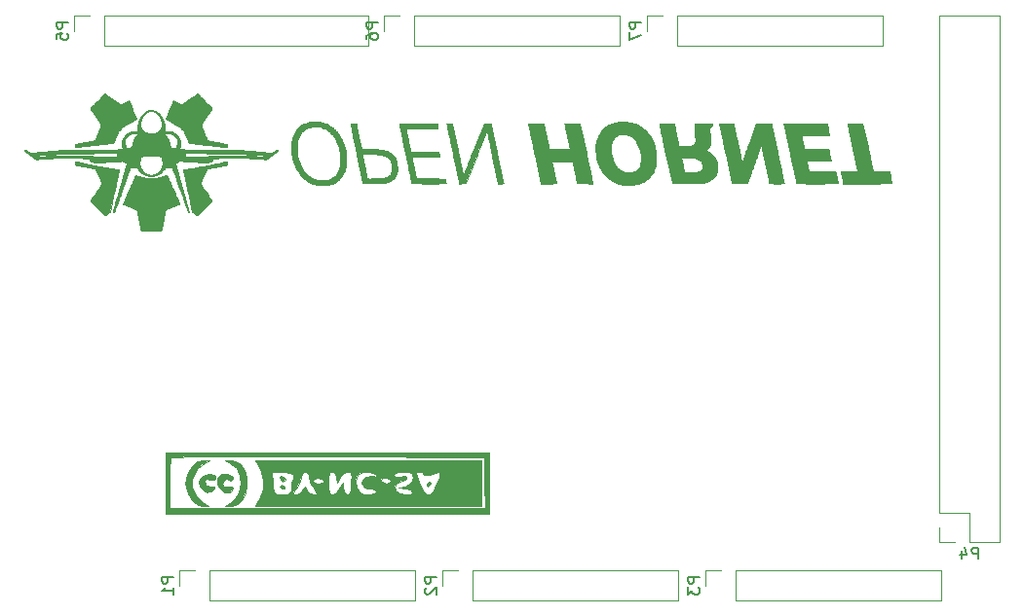
<source format=gbr>
G04 #@! TF.GenerationSoftware,KiCad,Pcbnew,(5.1.4)-1*
G04 #@! TF.CreationDate,2020-12-27T09:51:02-07:00*
G04 #@! TF.ProjectId,ABSIS_Bus_Master,41425349-535f-4427-9573-5f4d61737465,2*
G04 #@! TF.SameCoordinates,Original*
G04 #@! TF.FileFunction,Legend,Bot*
G04 #@! TF.FilePolarity,Positive*
%FSLAX46Y46*%
G04 Gerber Fmt 4.6, Leading zero omitted, Abs format (unit mm)*
G04 Created by KiCad (PCBNEW (5.1.4)-1) date 2020-12-27 09:51:02*
%MOMM*%
%LPD*%
G04 APERTURE LIST*
%ADD10C,0.010000*%
%ADD11C,0.120000*%
%ADD12C,0.150000*%
G04 APERTURE END LIST*
D10*
G36*
X151663232Y-110488318D02*
G01*
X151825027Y-110273266D01*
X151831444Y-110226072D01*
X151703141Y-110072318D01*
X151663232Y-110067788D01*
X151515607Y-110204706D01*
X151495020Y-110330033D01*
X151576567Y-110504142D01*
X151663232Y-110488318D01*
X151663232Y-110488318D01*
G37*
X151663232Y-110488318D02*
X151825027Y-110273266D01*
X151831444Y-110226072D01*
X151703141Y-110072318D01*
X151663232Y-110067788D01*
X151515607Y-110204706D01*
X151495020Y-110330033D01*
X151576567Y-110504142D01*
X151663232Y-110488318D01*
G36*
X139147268Y-110659088D02*
G01*
X139131444Y-110572424D01*
X138916392Y-110410628D01*
X138869198Y-110404212D01*
X138715444Y-110532514D01*
X138710914Y-110572424D01*
X138847832Y-110720049D01*
X138973159Y-110740636D01*
X139147268Y-110659088D01*
X139147268Y-110659088D01*
G37*
X139147268Y-110659088D02*
X139131444Y-110572424D01*
X138916392Y-110410628D01*
X138869198Y-110404212D01*
X138715444Y-110532514D01*
X138710914Y-110572424D01*
X138847832Y-110720049D01*
X138973159Y-110740636D01*
X139147268Y-110659088D01*
G36*
X139173433Y-109969983D02*
G01*
X139177001Y-109868036D01*
X139009572Y-109645901D01*
X138808009Y-109617658D01*
X138710914Y-109801452D01*
X138846350Y-110033172D01*
X138977249Y-110067788D01*
X139173433Y-109969983D01*
X139173433Y-109969983D01*
G37*
X139173433Y-109969983D02*
X139177001Y-109868036D01*
X139009572Y-109645901D01*
X138808009Y-109617658D01*
X138710914Y-109801452D01*
X138846350Y-110033172D01*
X138977249Y-110067788D01*
X139173433Y-109969983D01*
G36*
X134288459Y-111025289D02*
G01*
X134485113Y-110925078D01*
X134636077Y-110717088D01*
X134529770Y-110544638D01*
X134239153Y-110507508D01*
X134188009Y-110518764D01*
X133851646Y-110492246D01*
X133721237Y-110265918D01*
X133840605Y-109974239D01*
X134083189Y-109822449D01*
X134260640Y-109905670D01*
X134493019Y-109988552D01*
X134596297Y-109888937D01*
X134599199Y-109658229D01*
X134373393Y-109486226D01*
X134025940Y-109410705D01*
X133663904Y-109469441D01*
X133561069Y-109523675D01*
X133286120Y-109879394D01*
X133264524Y-110332030D01*
X133487740Y-110732031D01*
X133900364Y-111029303D01*
X134288459Y-111025289D01*
X134288459Y-111025289D01*
G37*
X134288459Y-111025289D02*
X134485113Y-110925078D01*
X134636077Y-110717088D01*
X134529770Y-110544638D01*
X134239153Y-110507508D01*
X134188009Y-110518764D01*
X133851646Y-110492246D01*
X133721237Y-110265918D01*
X133840605Y-109974239D01*
X134083189Y-109822449D01*
X134260640Y-109905670D01*
X134493019Y-109988552D01*
X134596297Y-109888937D01*
X134599199Y-109658229D01*
X134373393Y-109486226D01*
X134025940Y-109410705D01*
X133663904Y-109469441D01*
X133561069Y-109523675D01*
X133286120Y-109879394D01*
X133264524Y-110332030D01*
X133487740Y-110732031D01*
X133900364Y-111029303D01*
X134288459Y-111025289D01*
G36*
X132623760Y-110988016D02*
G01*
X132749559Y-110934821D01*
X133040017Y-110723910D01*
X133051116Y-110548091D01*
X132802694Y-110495743D01*
X132657161Y-110523194D01*
X132329599Y-110487918D01*
X132221893Y-110347245D01*
X132186221Y-109988935D01*
X132372835Y-109830762D01*
X132655285Y-109899576D01*
X132952468Y-109958250D01*
X133121402Y-109839800D01*
X133078287Y-109637772D01*
X132971206Y-109546921D01*
X132473314Y-109405323D01*
X132001630Y-109578937D01*
X131910346Y-109659273D01*
X131668282Y-110091553D01*
X131752486Y-110542954D01*
X131983120Y-110825360D01*
X132295412Y-111028195D01*
X132623760Y-110988016D01*
X132623760Y-110988016D01*
G37*
X132623760Y-110988016D02*
X132749559Y-110934821D01*
X133040017Y-110723910D01*
X133051116Y-110548091D01*
X132802694Y-110495743D01*
X132657161Y-110523194D01*
X132329599Y-110487918D01*
X132221893Y-110347245D01*
X132186221Y-109988935D01*
X132372835Y-109830762D01*
X132655285Y-109899576D01*
X132952468Y-109958250D01*
X133121402Y-109839800D01*
X133078287Y-109637772D01*
X132971206Y-109546921D01*
X132473314Y-109405323D01*
X132001630Y-109578937D01*
X131910346Y-109659273D01*
X131668282Y-110091553D01*
X131752486Y-110542954D01*
X131983120Y-110825360D01*
X132295412Y-111028195D01*
X132623760Y-110988016D01*
G36*
X156204953Y-108217457D02*
G01*
X136569916Y-108217457D01*
X136978783Y-109016463D01*
X137049332Y-109226728D01*
X138021277Y-109226728D01*
X138688762Y-109226728D01*
X139189301Y-109251631D01*
X139573376Y-109313104D01*
X139622322Y-109328831D01*
X139832113Y-109550156D01*
X139883685Y-109878623D01*
X139750097Y-110133222D01*
X139742744Y-110137952D01*
X139660175Y-110352017D01*
X139676765Y-110644760D01*
X139670799Y-110976779D01*
X139459624Y-111119112D01*
X139892138Y-111119112D01*
X139989074Y-110910323D01*
X140217805Y-110581420D01*
X140224821Y-110572424D01*
X140466172Y-110118103D01*
X140557505Y-109689311D01*
X140625511Y-109338496D01*
X140859928Y-109227640D01*
X140897669Y-109226728D01*
X141153532Y-109316337D01*
X141236751Y-109637428D01*
X141237833Y-109689311D01*
X141311222Y-110011376D01*
X141574685Y-110011376D01*
X141689753Y-109836410D01*
X141966746Y-109752135D01*
X142312965Y-109825687D01*
X142534162Y-110013738D01*
X142538577Y-110025735D01*
X142450959Y-110185816D01*
X142089170Y-110236000D01*
X142916212Y-110236000D01*
X142929099Y-109671031D01*
X142984150Y-109365734D01*
X143105953Y-109243817D01*
X143241463Y-109226728D01*
X143514944Y-109350333D01*
X143627325Y-109689311D01*
X143687937Y-110151894D01*
X143917817Y-109689311D01*
X144239740Y-109308548D01*
X144549620Y-109226728D01*
X144774737Y-109248883D01*
X144888558Y-109368961D01*
X144920356Y-109667381D01*
X144904313Y-110104638D01*
X145271924Y-110104638D01*
X145359173Y-109655022D01*
X145565549Y-109404089D01*
X145934905Y-109289883D01*
X146397202Y-109272816D01*
X146818657Y-109342684D01*
X147065484Y-109489282D01*
X147079971Y-109519597D01*
X147072075Y-109539441D01*
X148628094Y-109539441D01*
X148747558Y-109338870D01*
X149003889Y-109250452D01*
X149427108Y-109228208D01*
X149869567Y-109265643D01*
X150140719Y-109343883D01*
X150577298Y-109343883D01*
X150632029Y-109243463D01*
X150808013Y-109226737D01*
X150824627Y-109226728D01*
X151096630Y-109297634D01*
X151158596Y-109394940D01*
X151293435Y-109534295D01*
X151616433Y-109548345D01*
X152005310Y-109441437D01*
X152162500Y-109359255D01*
X152475967Y-109229677D01*
X152601746Y-109356426D01*
X152541511Y-109748571D01*
X152338533Y-110314061D01*
X152054492Y-110907813D01*
X151799504Y-111200758D01*
X151653622Y-111245271D01*
X151459590Y-111231921D01*
X151316578Y-111147225D01*
X151176692Y-110924219D01*
X150992035Y-110495937D01*
X150835329Y-110101168D01*
X150644753Y-109604338D01*
X150577298Y-109343883D01*
X150140719Y-109343883D01*
X150183617Y-109356261D01*
X150239339Y-109404501D01*
X150311967Y-109797354D01*
X150122471Y-110182585D01*
X149731134Y-110456462D01*
X149604818Y-110496371D01*
X149055947Y-110631457D01*
X149602636Y-110696704D01*
X150029730Y-110822852D01*
X150161145Y-111010049D01*
X150000036Y-111177650D01*
X149581179Y-111245271D01*
X149063387Y-111141607D01*
X148753357Y-110885473D01*
X148668136Y-110559154D01*
X148824770Y-110244938D01*
X149240306Y-110025110D01*
X149324391Y-110005688D01*
X149660594Y-109883330D01*
X149725745Y-109726531D01*
X149723929Y-109723492D01*
X149488739Y-109622936D01*
X149124039Y-109650775D01*
X148753688Y-109669335D01*
X148628094Y-109539441D01*
X147072075Y-109539441D01*
X147026391Y-109654247D01*
X146703501Y-109639071D01*
X146663022Y-109631256D01*
X146183721Y-109654185D01*
X145885541Y-109900466D01*
X145875072Y-109983682D01*
X147457934Y-109983682D01*
X147604161Y-109780749D01*
X147878463Y-109731364D01*
X148216686Y-109819100D01*
X148298993Y-109983682D01*
X148152766Y-110186615D01*
X147878463Y-110236000D01*
X147540241Y-110148264D01*
X147457934Y-109983682D01*
X145875072Y-109983682D01*
X145834321Y-110307593D01*
X145857358Y-110396140D01*
X146032885Y-110645261D01*
X146406147Y-110736742D01*
X146558121Y-110740636D01*
X146978709Y-110789922D01*
X147083828Y-110939512D01*
X147080520Y-110950900D01*
X146863353Y-111139874D01*
X146461011Y-111214249D01*
X146005506Y-111171558D01*
X145628849Y-111009336D01*
X145591868Y-110978714D01*
X145350252Y-110591467D01*
X145271924Y-110104638D01*
X144904313Y-110104638D01*
X144901096Y-110192312D01*
X144846695Y-110774287D01*
X144745423Y-111090401D01*
X144574485Y-111210356D01*
X144567692Y-111211720D01*
X144355609Y-111157649D01*
X144247883Y-110849156D01*
X144230851Y-110708718D01*
X144176968Y-110151894D01*
X143878694Y-110698583D01*
X143568204Y-111098809D01*
X143248316Y-111245271D01*
X143062678Y-111207268D01*
X142962366Y-111042122D01*
X142922140Y-110673126D01*
X142916212Y-110236000D01*
X142089170Y-110236000D01*
X141681501Y-110177363D01*
X141574685Y-110011376D01*
X141311222Y-110011376D01*
X141345305Y-110160944D01*
X141570516Y-110572424D01*
X141840874Y-110967305D01*
X141867899Y-111176678D01*
X141654237Y-111244546D01*
X141610979Y-111245271D01*
X141299541Y-111113895D01*
X141093233Y-110890137D01*
X140871448Y-110535002D01*
X140622702Y-110890137D01*
X140367748Y-111133514D01*
X140092846Y-111249016D01*
X139912277Y-111200826D01*
X139892138Y-111119112D01*
X139459624Y-111119112D01*
X139425507Y-111142107D01*
X139334892Y-111167352D01*
X138838478Y-111229504D01*
X138517758Y-111217160D01*
X138291203Y-111150688D01*
X138164093Y-110976483D01*
X138099493Y-110609813D01*
X138071725Y-110193947D01*
X138021277Y-109226728D01*
X137049332Y-109226728D01*
X137275254Y-109900066D01*
X137242994Y-110773326D01*
X136880540Y-111668761D01*
X136857766Y-111707854D01*
X136535505Y-112254543D01*
X156204953Y-112254543D01*
X156204953Y-108217457D01*
X156204953Y-108217457D01*
G37*
X156204953Y-108217457D02*
X136569916Y-108217457D01*
X136978783Y-109016463D01*
X137049332Y-109226728D01*
X138021277Y-109226728D01*
X138688762Y-109226728D01*
X139189301Y-109251631D01*
X139573376Y-109313104D01*
X139622322Y-109328831D01*
X139832113Y-109550156D01*
X139883685Y-109878623D01*
X139750097Y-110133222D01*
X139742744Y-110137952D01*
X139660175Y-110352017D01*
X139676765Y-110644760D01*
X139670799Y-110976779D01*
X139459624Y-111119112D01*
X139892138Y-111119112D01*
X139989074Y-110910323D01*
X140217805Y-110581420D01*
X140224821Y-110572424D01*
X140466172Y-110118103D01*
X140557505Y-109689311D01*
X140625511Y-109338496D01*
X140859928Y-109227640D01*
X140897669Y-109226728D01*
X141153532Y-109316337D01*
X141236751Y-109637428D01*
X141237833Y-109689311D01*
X141311222Y-110011376D01*
X141574685Y-110011376D01*
X141689753Y-109836410D01*
X141966746Y-109752135D01*
X142312965Y-109825687D01*
X142534162Y-110013738D01*
X142538577Y-110025735D01*
X142450959Y-110185816D01*
X142089170Y-110236000D01*
X142916212Y-110236000D01*
X142929099Y-109671031D01*
X142984150Y-109365734D01*
X143105953Y-109243817D01*
X143241463Y-109226728D01*
X143514944Y-109350333D01*
X143627325Y-109689311D01*
X143687937Y-110151894D01*
X143917817Y-109689311D01*
X144239740Y-109308548D01*
X144549620Y-109226728D01*
X144774737Y-109248883D01*
X144888558Y-109368961D01*
X144920356Y-109667381D01*
X144904313Y-110104638D01*
X145271924Y-110104638D01*
X145359173Y-109655022D01*
X145565549Y-109404089D01*
X145934905Y-109289883D01*
X146397202Y-109272816D01*
X146818657Y-109342684D01*
X147065484Y-109489282D01*
X147079971Y-109519597D01*
X147072075Y-109539441D01*
X148628094Y-109539441D01*
X148747558Y-109338870D01*
X149003889Y-109250452D01*
X149427108Y-109228208D01*
X149869567Y-109265643D01*
X150140719Y-109343883D01*
X150577298Y-109343883D01*
X150632029Y-109243463D01*
X150808013Y-109226737D01*
X150824627Y-109226728D01*
X151096630Y-109297634D01*
X151158596Y-109394940D01*
X151293435Y-109534295D01*
X151616433Y-109548345D01*
X152005310Y-109441437D01*
X152162500Y-109359255D01*
X152475967Y-109229677D01*
X152601746Y-109356426D01*
X152541511Y-109748571D01*
X152338533Y-110314061D01*
X152054492Y-110907813D01*
X151799504Y-111200758D01*
X151653622Y-111245271D01*
X151459590Y-111231921D01*
X151316578Y-111147225D01*
X151176692Y-110924219D01*
X150992035Y-110495937D01*
X150835329Y-110101168D01*
X150644753Y-109604338D01*
X150577298Y-109343883D01*
X150140719Y-109343883D01*
X150183617Y-109356261D01*
X150239339Y-109404501D01*
X150311967Y-109797354D01*
X150122471Y-110182585D01*
X149731134Y-110456462D01*
X149604818Y-110496371D01*
X149055947Y-110631457D01*
X149602636Y-110696704D01*
X150029730Y-110822852D01*
X150161145Y-111010049D01*
X150000036Y-111177650D01*
X149581179Y-111245271D01*
X149063387Y-111141607D01*
X148753357Y-110885473D01*
X148668136Y-110559154D01*
X148824770Y-110244938D01*
X149240306Y-110025110D01*
X149324391Y-110005688D01*
X149660594Y-109883330D01*
X149725745Y-109726531D01*
X149723929Y-109723492D01*
X149488739Y-109622936D01*
X149124039Y-109650775D01*
X148753688Y-109669335D01*
X148628094Y-109539441D01*
X147072075Y-109539441D01*
X147026391Y-109654247D01*
X146703501Y-109639071D01*
X146663022Y-109631256D01*
X146183721Y-109654185D01*
X145885541Y-109900466D01*
X145875072Y-109983682D01*
X147457934Y-109983682D01*
X147604161Y-109780749D01*
X147878463Y-109731364D01*
X148216686Y-109819100D01*
X148298993Y-109983682D01*
X148152766Y-110186615D01*
X147878463Y-110236000D01*
X147540241Y-110148264D01*
X147457934Y-109983682D01*
X145875072Y-109983682D01*
X145834321Y-110307593D01*
X145857358Y-110396140D01*
X146032885Y-110645261D01*
X146406147Y-110736742D01*
X146558121Y-110740636D01*
X146978709Y-110789922D01*
X147083828Y-110939512D01*
X147080520Y-110950900D01*
X146863353Y-111139874D01*
X146461011Y-111214249D01*
X146005506Y-111171558D01*
X145628849Y-111009336D01*
X145591868Y-110978714D01*
X145350252Y-110591467D01*
X145271924Y-110104638D01*
X144904313Y-110104638D01*
X144901096Y-110192312D01*
X144846695Y-110774287D01*
X144745423Y-111090401D01*
X144574485Y-111210356D01*
X144567692Y-111211720D01*
X144355609Y-111157649D01*
X144247883Y-110849156D01*
X144230851Y-110708718D01*
X144176968Y-110151894D01*
X143878694Y-110698583D01*
X143568204Y-111098809D01*
X143248316Y-111245271D01*
X143062678Y-111207268D01*
X142962366Y-111042122D01*
X142922140Y-110673126D01*
X142916212Y-110236000D01*
X142089170Y-110236000D01*
X141681501Y-110177363D01*
X141574685Y-110011376D01*
X141311222Y-110011376D01*
X141345305Y-110160944D01*
X141570516Y-110572424D01*
X141840874Y-110967305D01*
X141867899Y-111176678D01*
X141654237Y-111244546D01*
X141610979Y-111245271D01*
X141299541Y-111113895D01*
X141093233Y-110890137D01*
X140871448Y-110535002D01*
X140622702Y-110890137D01*
X140367748Y-111133514D01*
X140092846Y-111249016D01*
X139912277Y-111200826D01*
X139892138Y-111119112D01*
X139459624Y-111119112D01*
X139425507Y-111142107D01*
X139334892Y-111167352D01*
X138838478Y-111229504D01*
X138517758Y-111217160D01*
X138291203Y-111150688D01*
X138164093Y-110976483D01*
X138099493Y-110609813D01*
X138071725Y-110193947D01*
X138021277Y-109226728D01*
X137049332Y-109226728D01*
X137275254Y-109900066D01*
X137242994Y-110773326D01*
X136880540Y-111668761D01*
X136857766Y-111707854D01*
X136535505Y-112254543D01*
X156204953Y-112254543D01*
X156204953Y-108217457D01*
G36*
X134500246Y-112215950D02*
G01*
X135064924Y-112028100D01*
X135477536Y-111611956D01*
X135738081Y-111038663D01*
X135846561Y-110379369D01*
X135802975Y-109705220D01*
X135607324Y-109087364D01*
X135259606Y-108596947D01*
X134759822Y-108305117D01*
X134500246Y-108258555D01*
X133916874Y-108215547D01*
X134377342Y-108473084D01*
X134933343Y-108955597D01*
X135249050Y-109593673D01*
X135324882Y-110307848D01*
X135161262Y-111018658D01*
X134758608Y-111646639D01*
X134358800Y-111979258D01*
X133916874Y-112261463D01*
X134500246Y-112215950D01*
X134500246Y-112215950D01*
G37*
X134500246Y-112215950D02*
X135064924Y-112028100D01*
X135477536Y-111611956D01*
X135738081Y-111038663D01*
X135846561Y-110379369D01*
X135802975Y-109705220D01*
X135607324Y-109087364D01*
X135259606Y-108596947D01*
X134759822Y-108305117D01*
X134500246Y-108258555D01*
X133916874Y-108215547D01*
X134377342Y-108473084D01*
X134933343Y-108955597D01*
X135249050Y-109593673D01*
X135324882Y-110307848D01*
X135161262Y-111018658D01*
X134758608Y-111646639D01*
X134358800Y-111979258D01*
X133916874Y-112261463D01*
X134500246Y-112215950D01*
G36*
X131965260Y-111870582D02*
G01*
X131391143Y-111310002D01*
X131089883Y-110620887D01*
X131085511Y-109876350D01*
X131194227Y-109524782D01*
X131530418Y-108995128D01*
X131988651Y-108574325D01*
X132014368Y-108558193D01*
X132571179Y-108218714D01*
X132039443Y-108218086D01*
X131534461Y-108331654D01*
X131089299Y-108714712D01*
X131086475Y-108718063D01*
X130635323Y-109487719D01*
X130503457Y-110307967D01*
X130690878Y-111123394D01*
X131086475Y-111753937D01*
X131545065Y-112145259D01*
X132022266Y-112254543D01*
X132536824Y-112254543D01*
X131965260Y-111870582D01*
X131965260Y-111870582D01*
G37*
X131965260Y-111870582D02*
X131391143Y-111310002D01*
X131089883Y-110620887D01*
X131085511Y-109876350D01*
X131194227Y-109524782D01*
X131530418Y-108995128D01*
X131988651Y-108574325D01*
X132014368Y-108558193D01*
X132571179Y-108218714D01*
X132039443Y-108218086D01*
X131534461Y-108331654D01*
X131089299Y-108714712D01*
X131086475Y-108718063D01*
X130635323Y-109487719D01*
X130503457Y-110307967D01*
X130690878Y-111123394D01*
X131086475Y-111753937D01*
X131545065Y-112145259D01*
X132022266Y-112254543D01*
X132536824Y-112254543D01*
X131965260Y-111870582D01*
G36*
X156877801Y-107544609D02*
G01*
X128786410Y-107544609D01*
X128786410Y-112422755D01*
X129122834Y-112422755D01*
X129122834Y-110264035D01*
X129131194Y-109443415D01*
X129154038Y-108747919D01*
X129188015Y-108244873D01*
X129229771Y-108001599D01*
X129235964Y-107992186D01*
X129417860Y-107975141D01*
X129910807Y-107959922D01*
X130689439Y-107946659D01*
X131728388Y-107935482D01*
X133002286Y-107926520D01*
X134485765Y-107919904D01*
X136153458Y-107915764D01*
X137979998Y-107914231D01*
X139940016Y-107915433D01*
X142008145Y-107919502D01*
X142903183Y-107922097D01*
X156457271Y-107965139D01*
X156504207Y-110193947D01*
X156551142Y-112422755D01*
X129122834Y-112422755D01*
X128786410Y-112422755D01*
X128786410Y-112927390D01*
X156877801Y-112927390D01*
X156877801Y-107544609D01*
X156877801Y-107544609D01*
G37*
X156877801Y-107544609D02*
X128786410Y-107544609D01*
X128786410Y-112422755D01*
X129122834Y-112422755D01*
X129122834Y-110264035D01*
X129131194Y-109443415D01*
X129154038Y-108747919D01*
X129188015Y-108244873D01*
X129229771Y-108001599D01*
X129235964Y-107992186D01*
X129417860Y-107975141D01*
X129910807Y-107959922D01*
X130689439Y-107946659D01*
X131728388Y-107935482D01*
X133002286Y-107926520D01*
X134485765Y-107919904D01*
X136153458Y-107915764D01*
X137979998Y-107914231D01*
X139940016Y-107915433D01*
X142008145Y-107919502D01*
X142903183Y-107922097D01*
X156457271Y-107965139D01*
X156504207Y-110193947D01*
X156551142Y-112422755D01*
X129122834Y-112422755D01*
X128786410Y-112422755D01*
X128786410Y-112927390D01*
X156877801Y-112927390D01*
X156877801Y-107544609D01*
G36*
X127471261Y-88239600D02*
G01*
X127512623Y-88239600D01*
X127652289Y-88239583D01*
X127776013Y-88239522D01*
X127884787Y-88239400D01*
X127979601Y-88239201D01*
X128061447Y-88238909D01*
X128131316Y-88238509D01*
X128190200Y-88237985D01*
X128239090Y-88237320D01*
X128278977Y-88236499D01*
X128310853Y-88235506D01*
X128335709Y-88234324D01*
X128354536Y-88232938D01*
X128368326Y-88231332D01*
X128378070Y-88229490D01*
X128384759Y-88227396D01*
X128388622Y-88225501D01*
X128408579Y-88209245D01*
X128421556Y-88191505D01*
X128424340Y-88180554D01*
X128429980Y-88154095D01*
X128438257Y-88113269D01*
X128448951Y-88059221D01*
X128461841Y-87993092D01*
X128476707Y-87916026D01*
X128493331Y-87829165D01*
X128511493Y-87733652D01*
X128530971Y-87630630D01*
X128551547Y-87521242D01*
X128573001Y-87406631D01*
X128587563Y-87328524D01*
X128609511Y-87211015D01*
X128630774Y-87097930D01*
X128651131Y-86990415D01*
X128670355Y-86889619D01*
X128688226Y-86796688D01*
X128704518Y-86712772D01*
X128719007Y-86639017D01*
X128731472Y-86576572D01*
X128741687Y-86526583D01*
X128749429Y-86490198D01*
X128754475Y-86468566D01*
X128756214Y-86462938D01*
X128771615Y-86440052D01*
X128787779Y-86422265D01*
X128797802Y-86416949D01*
X128822008Y-86405867D01*
X128858899Y-86389642D01*
X128906974Y-86368894D01*
X128964734Y-86344245D01*
X129030682Y-86316319D01*
X129103316Y-86285736D01*
X129181139Y-86253118D01*
X129262651Y-86219088D01*
X129346353Y-86184266D01*
X129430746Y-86149276D01*
X129514330Y-86114739D01*
X129595607Y-86081276D01*
X129673077Y-86049511D01*
X129745241Y-86020064D01*
X129810601Y-85993557D01*
X129867656Y-85970613D01*
X129914908Y-85951853D01*
X129950858Y-85937899D01*
X129974006Y-85929373D01*
X129981732Y-85926980D01*
X129982541Y-85924103D01*
X129980784Y-85915907D01*
X129976190Y-85901769D01*
X129968485Y-85881062D01*
X129957400Y-85853163D01*
X129942663Y-85817447D01*
X129924001Y-85773289D01*
X129901144Y-85720064D01*
X129873821Y-85657149D01*
X129841758Y-85583917D01*
X129804686Y-85499746D01*
X129762332Y-85404009D01*
X129714425Y-85296083D01*
X129660694Y-85175343D01*
X129600866Y-85041164D01*
X129534671Y-84892921D01*
X129461837Y-84729990D01*
X129446768Y-84696301D01*
X129385607Y-84559594D01*
X129326266Y-84427009D01*
X129269117Y-84299378D01*
X129214534Y-84177532D01*
X129162891Y-84062305D01*
X129114562Y-83954527D01*
X129069920Y-83855032D01*
X129029338Y-83764650D01*
X128993190Y-83684215D01*
X128961849Y-83614557D01*
X128935690Y-83556510D01*
X128915085Y-83510905D01*
X128900408Y-83478574D01*
X128892033Y-83460349D01*
X128890163Y-83456489D01*
X128884904Y-83452418D01*
X128874351Y-83451588D01*
X128856113Y-83454450D01*
X128827797Y-83461456D01*
X128787009Y-83473055D01*
X128760494Y-83480927D01*
X128638808Y-83515806D01*
X128508416Y-83550383D01*
X128373563Y-83583673D01*
X128238498Y-83614693D01*
X128107467Y-83642460D01*
X127984717Y-83665991D01*
X127897467Y-83680768D01*
X127846650Y-83686978D01*
X127782318Y-83692057D01*
X127707854Y-83695964D01*
X127626639Y-83698658D01*
X127542058Y-83700097D01*
X127457493Y-83700241D01*
X127376326Y-83699047D01*
X127301941Y-83696475D01*
X127237720Y-83692483D01*
X127204182Y-83689242D01*
X127107163Y-83676074D01*
X126997561Y-83657741D01*
X126878670Y-83634963D01*
X126753781Y-83608463D01*
X126626190Y-83578964D01*
X126499189Y-83547186D01*
X126376072Y-83513852D01*
X126290581Y-83488962D01*
X126244809Y-83475306D01*
X126204742Y-83463570D01*
X126173163Y-83454553D01*
X126152855Y-83449050D01*
X126146648Y-83447711D01*
X126142651Y-83455364D01*
X126132260Y-83477718D01*
X126115838Y-83513948D01*
X126093750Y-83563228D01*
X126066360Y-83624733D01*
X126034031Y-83697638D01*
X125997128Y-83781118D01*
X125956015Y-83874348D01*
X125911056Y-83976502D01*
X125862615Y-84086755D01*
X125811056Y-84204283D01*
X125756742Y-84328259D01*
X125700039Y-84457858D01*
X125641310Y-84592256D01*
X125603000Y-84680015D01*
X125543156Y-84817186D01*
X125485153Y-84950198D01*
X125429353Y-85078216D01*
X125376119Y-85200408D01*
X125325813Y-85315940D01*
X125278797Y-85423979D01*
X125235433Y-85523690D01*
X125196084Y-85614241D01*
X125161111Y-85694799D01*
X125130877Y-85764529D01*
X125105745Y-85822598D01*
X125086075Y-85868173D01*
X125072232Y-85900421D01*
X125064576Y-85918508D01*
X125063094Y-85922254D01*
X125070386Y-85927356D01*
X125092676Y-85938404D01*
X125129228Y-85955082D01*
X125179307Y-85977074D01*
X125242176Y-86004066D01*
X125317101Y-86035742D01*
X125403344Y-86071786D01*
X125500172Y-86111885D01*
X125606847Y-86155721D01*
X125630070Y-86165225D01*
X125723822Y-86203656D01*
X125813460Y-86240576D01*
X125897675Y-86275437D01*
X125975159Y-86307689D01*
X126044605Y-86336781D01*
X126104705Y-86362165D01*
X126154151Y-86383290D01*
X126191634Y-86399607D01*
X126215847Y-86410567D01*
X126225010Y-86415254D01*
X126246686Y-86435067D01*
X126264671Y-86459944D01*
X126265684Y-86461863D01*
X126269629Y-86474914D01*
X126276409Y-86503840D01*
X126285870Y-86547848D01*
X126297856Y-86606146D01*
X126312211Y-86677941D01*
X126328781Y-86762441D01*
X126347409Y-86858854D01*
X126367940Y-86966387D01*
X126390219Y-87084247D01*
X126414091Y-87211643D01*
X126437356Y-87336754D01*
X126459187Y-87454272D01*
X126480280Y-87567253D01*
X126500418Y-87674563D01*
X126519382Y-87775068D01*
X126536956Y-87867634D01*
X126552922Y-87951127D01*
X126567062Y-88024411D01*
X126579158Y-88086354D01*
X126588995Y-88135820D01*
X126596353Y-88171676D01*
X126601015Y-88192787D01*
X126602539Y-88198149D01*
X126605998Y-88204773D01*
X126609522Y-88210652D01*
X126614086Y-88215829D01*
X126620667Y-88220350D01*
X126630241Y-88224258D01*
X126643785Y-88227599D01*
X126662274Y-88230417D01*
X126686685Y-88232757D01*
X126717994Y-88234661D01*
X126757177Y-88236177D01*
X126805211Y-88237346D01*
X126863071Y-88238215D01*
X126931734Y-88238828D01*
X127012177Y-88239229D01*
X127105374Y-88239462D01*
X127212303Y-88239572D01*
X127333940Y-88239603D01*
X127471261Y-88239600D01*
X127471261Y-88239600D01*
G37*
X127471261Y-88239600D02*
X127512623Y-88239600D01*
X127652289Y-88239583D01*
X127776013Y-88239522D01*
X127884787Y-88239400D01*
X127979601Y-88239201D01*
X128061447Y-88238909D01*
X128131316Y-88238509D01*
X128190200Y-88237985D01*
X128239090Y-88237320D01*
X128278977Y-88236499D01*
X128310853Y-88235506D01*
X128335709Y-88234324D01*
X128354536Y-88232938D01*
X128368326Y-88231332D01*
X128378070Y-88229490D01*
X128384759Y-88227396D01*
X128388622Y-88225501D01*
X128408579Y-88209245D01*
X128421556Y-88191505D01*
X128424340Y-88180554D01*
X128429980Y-88154095D01*
X128438257Y-88113269D01*
X128448951Y-88059221D01*
X128461841Y-87993092D01*
X128476707Y-87916026D01*
X128493331Y-87829165D01*
X128511493Y-87733652D01*
X128530971Y-87630630D01*
X128551547Y-87521242D01*
X128573001Y-87406631D01*
X128587563Y-87328524D01*
X128609511Y-87211015D01*
X128630774Y-87097930D01*
X128651131Y-86990415D01*
X128670355Y-86889619D01*
X128688226Y-86796688D01*
X128704518Y-86712772D01*
X128719007Y-86639017D01*
X128731472Y-86576572D01*
X128741687Y-86526583D01*
X128749429Y-86490198D01*
X128754475Y-86468566D01*
X128756214Y-86462938D01*
X128771615Y-86440052D01*
X128787779Y-86422265D01*
X128797802Y-86416949D01*
X128822008Y-86405867D01*
X128858899Y-86389642D01*
X128906974Y-86368894D01*
X128964734Y-86344245D01*
X129030682Y-86316319D01*
X129103316Y-86285736D01*
X129181139Y-86253118D01*
X129262651Y-86219088D01*
X129346353Y-86184266D01*
X129430746Y-86149276D01*
X129514330Y-86114739D01*
X129595607Y-86081276D01*
X129673077Y-86049511D01*
X129745241Y-86020064D01*
X129810601Y-85993557D01*
X129867656Y-85970613D01*
X129914908Y-85951853D01*
X129950858Y-85937899D01*
X129974006Y-85929373D01*
X129981732Y-85926980D01*
X129982541Y-85924103D01*
X129980784Y-85915907D01*
X129976190Y-85901769D01*
X129968485Y-85881062D01*
X129957400Y-85853163D01*
X129942663Y-85817447D01*
X129924001Y-85773289D01*
X129901144Y-85720064D01*
X129873821Y-85657149D01*
X129841758Y-85583917D01*
X129804686Y-85499746D01*
X129762332Y-85404009D01*
X129714425Y-85296083D01*
X129660694Y-85175343D01*
X129600866Y-85041164D01*
X129534671Y-84892921D01*
X129461837Y-84729990D01*
X129446768Y-84696301D01*
X129385607Y-84559594D01*
X129326266Y-84427009D01*
X129269117Y-84299378D01*
X129214534Y-84177532D01*
X129162891Y-84062305D01*
X129114562Y-83954527D01*
X129069920Y-83855032D01*
X129029338Y-83764650D01*
X128993190Y-83684215D01*
X128961849Y-83614557D01*
X128935690Y-83556510D01*
X128915085Y-83510905D01*
X128900408Y-83478574D01*
X128892033Y-83460349D01*
X128890163Y-83456489D01*
X128884904Y-83452418D01*
X128874351Y-83451588D01*
X128856113Y-83454450D01*
X128827797Y-83461456D01*
X128787009Y-83473055D01*
X128760494Y-83480927D01*
X128638808Y-83515806D01*
X128508416Y-83550383D01*
X128373563Y-83583673D01*
X128238498Y-83614693D01*
X128107467Y-83642460D01*
X127984717Y-83665991D01*
X127897467Y-83680768D01*
X127846650Y-83686978D01*
X127782318Y-83692057D01*
X127707854Y-83695964D01*
X127626639Y-83698658D01*
X127542058Y-83700097D01*
X127457493Y-83700241D01*
X127376326Y-83699047D01*
X127301941Y-83696475D01*
X127237720Y-83692483D01*
X127204182Y-83689242D01*
X127107163Y-83676074D01*
X126997561Y-83657741D01*
X126878670Y-83634963D01*
X126753781Y-83608463D01*
X126626190Y-83578964D01*
X126499189Y-83547186D01*
X126376072Y-83513852D01*
X126290581Y-83488962D01*
X126244809Y-83475306D01*
X126204742Y-83463570D01*
X126173163Y-83454553D01*
X126152855Y-83449050D01*
X126146648Y-83447711D01*
X126142651Y-83455364D01*
X126132260Y-83477718D01*
X126115838Y-83513948D01*
X126093750Y-83563228D01*
X126066360Y-83624733D01*
X126034031Y-83697638D01*
X125997128Y-83781118D01*
X125956015Y-83874348D01*
X125911056Y-83976502D01*
X125862615Y-84086755D01*
X125811056Y-84204283D01*
X125756742Y-84328259D01*
X125700039Y-84457858D01*
X125641310Y-84592256D01*
X125603000Y-84680015D01*
X125543156Y-84817186D01*
X125485153Y-84950198D01*
X125429353Y-85078216D01*
X125376119Y-85200408D01*
X125325813Y-85315940D01*
X125278797Y-85423979D01*
X125235433Y-85523690D01*
X125196084Y-85614241D01*
X125161111Y-85694799D01*
X125130877Y-85764529D01*
X125105745Y-85822598D01*
X125086075Y-85868173D01*
X125072232Y-85900421D01*
X125064576Y-85918508D01*
X125063094Y-85922254D01*
X125070386Y-85927356D01*
X125092676Y-85938404D01*
X125129228Y-85955082D01*
X125179307Y-85977074D01*
X125242176Y-86004066D01*
X125317101Y-86035742D01*
X125403344Y-86071786D01*
X125500172Y-86111885D01*
X125606847Y-86155721D01*
X125630070Y-86165225D01*
X125723822Y-86203656D01*
X125813460Y-86240576D01*
X125897675Y-86275437D01*
X125975159Y-86307689D01*
X126044605Y-86336781D01*
X126104705Y-86362165D01*
X126154151Y-86383290D01*
X126191634Y-86399607D01*
X126215847Y-86410567D01*
X126225010Y-86415254D01*
X126246686Y-86435067D01*
X126264671Y-86459944D01*
X126265684Y-86461863D01*
X126269629Y-86474914D01*
X126276409Y-86503840D01*
X126285870Y-86547848D01*
X126297856Y-86606146D01*
X126312211Y-86677941D01*
X126328781Y-86762441D01*
X126347409Y-86858854D01*
X126367940Y-86966387D01*
X126390219Y-87084247D01*
X126414091Y-87211643D01*
X126437356Y-87336754D01*
X126459187Y-87454272D01*
X126480280Y-87567253D01*
X126500418Y-87674563D01*
X126519382Y-87775068D01*
X126536956Y-87867634D01*
X126552922Y-87951127D01*
X126567062Y-88024411D01*
X126579158Y-88086354D01*
X126588995Y-88135820D01*
X126596353Y-88171676D01*
X126601015Y-88192787D01*
X126602539Y-88198149D01*
X126605998Y-88204773D01*
X126609522Y-88210652D01*
X126614086Y-88215829D01*
X126620667Y-88220350D01*
X126630241Y-88224258D01*
X126643785Y-88227599D01*
X126662274Y-88230417D01*
X126686685Y-88232757D01*
X126717994Y-88234661D01*
X126757177Y-88236177D01*
X126805211Y-88237346D01*
X126863071Y-88238215D01*
X126931734Y-88238828D01*
X127012177Y-88239229D01*
X127105374Y-88239462D01*
X127212303Y-88239572D01*
X127333940Y-88239603D01*
X127471261Y-88239600D01*
G36*
X131553973Y-86914727D02*
G01*
X131562927Y-86908106D01*
X131582803Y-86890433D01*
X131612610Y-86862692D01*
X131651358Y-86825866D01*
X131698058Y-86780940D01*
X131751720Y-86728897D01*
X131811353Y-86670721D01*
X131875968Y-86607396D01*
X131944575Y-86539906D01*
X132016184Y-86469235D01*
X132089806Y-86396367D01*
X132164449Y-86322285D01*
X132239126Y-86247974D01*
X132312845Y-86174417D01*
X132384617Y-86102598D01*
X132453451Y-86033501D01*
X132518359Y-85968110D01*
X132578350Y-85907409D01*
X132632434Y-85852381D01*
X132679621Y-85804011D01*
X132718922Y-85763282D01*
X132749347Y-85731179D01*
X132769905Y-85708685D01*
X132779607Y-85696783D01*
X132779964Y-85696173D01*
X132789041Y-85664176D01*
X132788503Y-85643928D01*
X132782745Y-85631565D01*
X132767294Y-85605479D01*
X132742223Y-85565777D01*
X132707604Y-85512569D01*
X132663510Y-85445965D01*
X132610013Y-85366074D01*
X132547188Y-85273005D01*
X132475105Y-85166868D01*
X132393839Y-85047770D01*
X132304006Y-84916617D01*
X132225365Y-84801793D01*
X132152362Y-84694803D01*
X132085411Y-84596267D01*
X132024926Y-84506807D01*
X131971321Y-84427042D01*
X131925012Y-84357593D01*
X131886411Y-84299081D01*
X131855934Y-84252128D01*
X131833994Y-84217352D01*
X131821007Y-84195376D01*
X131817377Y-84187609D01*
X131813963Y-84161943D01*
X131814790Y-84140139D01*
X131814942Y-84139414D01*
X131819339Y-84126827D01*
X131829826Y-84100323D01*
X131845771Y-84061374D01*
X131866540Y-84011452D01*
X131891500Y-83952027D01*
X131920017Y-83884572D01*
X131951459Y-83810558D01*
X131985191Y-83731457D01*
X132020582Y-83648739D01*
X132056997Y-83563878D01*
X132093803Y-83478343D01*
X132130367Y-83393607D01*
X132166056Y-83311142D01*
X132200236Y-83232418D01*
X132232275Y-83158908D01*
X132261538Y-83092083D01*
X132287393Y-83033414D01*
X132309207Y-82984373D01*
X132326346Y-82946432D01*
X132338176Y-82921062D01*
X132344065Y-82909734D01*
X132344197Y-82909557D01*
X132364142Y-82889890D01*
X132383611Y-82876582D01*
X132394995Y-82873407D01*
X132421871Y-82867394D01*
X132463079Y-82858770D01*
X132517457Y-82847761D01*
X132583843Y-82834594D01*
X132661077Y-82819494D01*
X132747998Y-82802688D01*
X132843444Y-82784402D01*
X132946253Y-82764863D01*
X133055266Y-82744297D01*
X133169319Y-82722930D01*
X133231647Y-82711315D01*
X133367084Y-82686115D01*
X133486868Y-82663799D01*
X133591994Y-82644158D01*
X133683457Y-82626981D01*
X133762254Y-82612061D01*
X133829378Y-82599187D01*
X133885827Y-82588151D01*
X133932594Y-82578744D01*
X133970676Y-82570756D01*
X134001067Y-82563978D01*
X134024764Y-82558202D01*
X134042761Y-82553219D01*
X134056053Y-82548818D01*
X134065638Y-82544791D01*
X134072508Y-82540929D01*
X134077661Y-82537023D01*
X134082090Y-82532863D01*
X134082367Y-82532590D01*
X134107767Y-82507385D01*
X134110429Y-82359359D01*
X134113091Y-82211334D01*
X134093496Y-82212198D01*
X134081925Y-82214330D01*
X134055409Y-82220172D01*
X134015442Y-82229369D01*
X133963516Y-82241565D01*
X133901124Y-82256406D01*
X133829761Y-82273535D01*
X133750919Y-82292600D01*
X133666091Y-82313243D01*
X133578600Y-82334660D01*
X133390761Y-82380516D01*
X133218523Y-82422015D01*
X133061171Y-82459321D01*
X132917986Y-82492596D01*
X132788251Y-82522006D01*
X132671251Y-82547713D01*
X132566267Y-82569883D01*
X132472583Y-82588677D01*
X132435600Y-82595761D01*
X132406097Y-82601145D01*
X132361194Y-82609090D01*
X132302189Y-82619376D01*
X132230386Y-82631781D01*
X132147085Y-82646082D01*
X132053588Y-82662058D01*
X131951195Y-82679486D01*
X131841209Y-82698146D01*
X131724930Y-82717815D01*
X131603660Y-82738271D01*
X131478700Y-82759292D01*
X131351351Y-82780657D01*
X131339166Y-82782698D01*
X131214124Y-82803717D01*
X131093012Y-82824222D01*
X130976966Y-82844013D01*
X130867123Y-82862890D01*
X130764617Y-82880653D01*
X130670587Y-82897102D01*
X130586167Y-82912036D01*
X130512493Y-82925256D01*
X130450702Y-82936562D01*
X130401930Y-82945754D01*
X130367313Y-82952630D01*
X130347987Y-82956993D01*
X130345707Y-82957657D01*
X130317067Y-82967667D01*
X130301605Y-82975513D01*
X130296175Y-82983521D01*
X130297418Y-82993321D01*
X130301254Y-83006822D01*
X130305801Y-83023953D01*
X130311199Y-83045360D01*
X130317591Y-83071687D01*
X130325119Y-83103581D01*
X130333925Y-83141686D01*
X130344149Y-83186649D01*
X130355935Y-83239114D01*
X130369423Y-83299728D01*
X130384755Y-83369135D01*
X130402074Y-83447980D01*
X130421520Y-83536910D01*
X130443236Y-83636570D01*
X130467364Y-83747605D01*
X130494045Y-83870661D01*
X130523421Y-84006382D01*
X130555633Y-84155416D01*
X130590824Y-84318406D01*
X130629135Y-84495998D01*
X130670708Y-84688838D01*
X130715685Y-84897572D01*
X130717026Y-84903796D01*
X131091866Y-86643758D01*
X131288688Y-86779162D01*
X131340770Y-86814539D01*
X131389323Y-86846660D01*
X131432325Y-86874255D01*
X131467758Y-86896057D01*
X131493603Y-86910796D01*
X131507838Y-86917203D01*
X131508611Y-86917345D01*
X131535444Y-86917448D01*
X131553973Y-86914727D01*
X131553973Y-86914727D01*
G37*
X131553973Y-86914727D02*
X131562927Y-86908106D01*
X131582803Y-86890433D01*
X131612610Y-86862692D01*
X131651358Y-86825866D01*
X131698058Y-86780940D01*
X131751720Y-86728897D01*
X131811353Y-86670721D01*
X131875968Y-86607396D01*
X131944575Y-86539906D01*
X132016184Y-86469235D01*
X132089806Y-86396367D01*
X132164449Y-86322285D01*
X132239126Y-86247974D01*
X132312845Y-86174417D01*
X132384617Y-86102598D01*
X132453451Y-86033501D01*
X132518359Y-85968110D01*
X132578350Y-85907409D01*
X132632434Y-85852381D01*
X132679621Y-85804011D01*
X132718922Y-85763282D01*
X132749347Y-85731179D01*
X132769905Y-85708685D01*
X132779607Y-85696783D01*
X132779964Y-85696173D01*
X132789041Y-85664176D01*
X132788503Y-85643928D01*
X132782745Y-85631565D01*
X132767294Y-85605479D01*
X132742223Y-85565777D01*
X132707604Y-85512569D01*
X132663510Y-85445965D01*
X132610013Y-85366074D01*
X132547188Y-85273005D01*
X132475105Y-85166868D01*
X132393839Y-85047770D01*
X132304006Y-84916617D01*
X132225365Y-84801793D01*
X132152362Y-84694803D01*
X132085411Y-84596267D01*
X132024926Y-84506807D01*
X131971321Y-84427042D01*
X131925012Y-84357593D01*
X131886411Y-84299081D01*
X131855934Y-84252128D01*
X131833994Y-84217352D01*
X131821007Y-84195376D01*
X131817377Y-84187609D01*
X131813963Y-84161943D01*
X131814790Y-84140139D01*
X131814942Y-84139414D01*
X131819339Y-84126827D01*
X131829826Y-84100323D01*
X131845771Y-84061374D01*
X131866540Y-84011452D01*
X131891500Y-83952027D01*
X131920017Y-83884572D01*
X131951459Y-83810558D01*
X131985191Y-83731457D01*
X132020582Y-83648739D01*
X132056997Y-83563878D01*
X132093803Y-83478343D01*
X132130367Y-83393607D01*
X132166056Y-83311142D01*
X132200236Y-83232418D01*
X132232275Y-83158908D01*
X132261538Y-83092083D01*
X132287393Y-83033414D01*
X132309207Y-82984373D01*
X132326346Y-82946432D01*
X132338176Y-82921062D01*
X132344065Y-82909734D01*
X132344197Y-82909557D01*
X132364142Y-82889890D01*
X132383611Y-82876582D01*
X132394995Y-82873407D01*
X132421871Y-82867394D01*
X132463079Y-82858770D01*
X132517457Y-82847761D01*
X132583843Y-82834594D01*
X132661077Y-82819494D01*
X132747998Y-82802688D01*
X132843444Y-82784402D01*
X132946253Y-82764863D01*
X133055266Y-82744297D01*
X133169319Y-82722930D01*
X133231647Y-82711315D01*
X133367084Y-82686115D01*
X133486868Y-82663799D01*
X133591994Y-82644158D01*
X133683457Y-82626981D01*
X133762254Y-82612061D01*
X133829378Y-82599187D01*
X133885827Y-82588151D01*
X133932594Y-82578744D01*
X133970676Y-82570756D01*
X134001067Y-82563978D01*
X134024764Y-82558202D01*
X134042761Y-82553219D01*
X134056053Y-82548818D01*
X134065638Y-82544791D01*
X134072508Y-82540929D01*
X134077661Y-82537023D01*
X134082090Y-82532863D01*
X134082367Y-82532590D01*
X134107767Y-82507385D01*
X134110429Y-82359359D01*
X134113091Y-82211334D01*
X134093496Y-82212198D01*
X134081925Y-82214330D01*
X134055409Y-82220172D01*
X134015442Y-82229369D01*
X133963516Y-82241565D01*
X133901124Y-82256406D01*
X133829761Y-82273535D01*
X133750919Y-82292600D01*
X133666091Y-82313243D01*
X133578600Y-82334660D01*
X133390761Y-82380516D01*
X133218523Y-82422015D01*
X133061171Y-82459321D01*
X132917986Y-82492596D01*
X132788251Y-82522006D01*
X132671251Y-82547713D01*
X132566267Y-82569883D01*
X132472583Y-82588677D01*
X132435600Y-82595761D01*
X132406097Y-82601145D01*
X132361194Y-82609090D01*
X132302189Y-82619376D01*
X132230386Y-82631781D01*
X132147085Y-82646082D01*
X132053588Y-82662058D01*
X131951195Y-82679486D01*
X131841209Y-82698146D01*
X131724930Y-82717815D01*
X131603660Y-82738271D01*
X131478700Y-82759292D01*
X131351351Y-82780657D01*
X131339166Y-82782698D01*
X131214124Y-82803717D01*
X131093012Y-82824222D01*
X130976966Y-82844013D01*
X130867123Y-82862890D01*
X130764617Y-82880653D01*
X130670587Y-82897102D01*
X130586167Y-82912036D01*
X130512493Y-82925256D01*
X130450702Y-82936562D01*
X130401930Y-82945754D01*
X130367313Y-82952630D01*
X130347987Y-82956993D01*
X130345707Y-82957657D01*
X130317067Y-82967667D01*
X130301605Y-82975513D01*
X130296175Y-82983521D01*
X130297418Y-82993321D01*
X130301254Y-83006822D01*
X130305801Y-83023953D01*
X130311199Y-83045360D01*
X130317591Y-83071687D01*
X130325119Y-83103581D01*
X130333925Y-83141686D01*
X130344149Y-83186649D01*
X130355935Y-83239114D01*
X130369423Y-83299728D01*
X130384755Y-83369135D01*
X130402074Y-83447980D01*
X130421520Y-83536910D01*
X130443236Y-83636570D01*
X130467364Y-83747605D01*
X130494045Y-83870661D01*
X130523421Y-84006382D01*
X130555633Y-84155416D01*
X130590824Y-84318406D01*
X130629135Y-84495998D01*
X130670708Y-84688838D01*
X130715685Y-84897572D01*
X130717026Y-84903796D01*
X131091866Y-86643758D01*
X131288688Y-86779162D01*
X131340770Y-86814539D01*
X131389323Y-86846660D01*
X131432325Y-86874255D01*
X131467758Y-86896057D01*
X131493603Y-86910796D01*
X131507838Y-86917203D01*
X131508611Y-86917345D01*
X131535444Y-86917448D01*
X131553973Y-86914727D01*
G36*
X123494938Y-86918513D02*
G01*
X123506954Y-86917815D01*
X123519356Y-86915208D01*
X123533948Y-86909645D01*
X123552534Y-86900076D01*
X123576918Y-86885453D01*
X123608906Y-86864727D01*
X123650302Y-86836849D01*
X123702909Y-86800771D01*
X123731664Y-86780930D01*
X123930429Y-86643634D01*
X124312845Y-84870220D01*
X124349695Y-84699418D01*
X124385707Y-84532661D01*
X124420711Y-84370731D01*
X124454537Y-84214413D01*
X124487013Y-84064492D01*
X124517969Y-83921750D01*
X124547234Y-83786973D01*
X124574638Y-83660943D01*
X124600009Y-83544446D01*
X124623177Y-83438265D01*
X124643972Y-83343184D01*
X124662221Y-83259987D01*
X124677756Y-83189458D01*
X124690404Y-83132382D01*
X124699996Y-83089541D01*
X124706359Y-83061721D01*
X124709270Y-83049887D01*
X124717782Y-83021610D01*
X124724863Y-82998498D01*
X124727898Y-82988894D01*
X124727130Y-82980319D01*
X124716844Y-82972289D01*
X124694325Y-82963163D01*
X124674576Y-82956719D01*
X124658687Y-82952959D01*
X124627220Y-82946634D01*
X124581302Y-82937944D01*
X124522062Y-82927086D01*
X124450629Y-82914258D01*
X124368129Y-82899659D01*
X124275692Y-82883487D01*
X124174445Y-82865938D01*
X124065516Y-82847213D01*
X123950035Y-82827507D01*
X123829128Y-82807021D01*
X123703924Y-82785950D01*
X123655666Y-82777867D01*
X123486460Y-82749556D01*
X123332591Y-82723767D01*
X123192699Y-82700229D01*
X123065419Y-82678669D01*
X122949390Y-82658818D01*
X122843248Y-82640401D01*
X122745631Y-82623148D01*
X122655176Y-82606786D01*
X122570520Y-82591044D01*
X122490301Y-82575650D01*
X122413156Y-82560331D01*
X122337722Y-82544817D01*
X122262636Y-82528835D01*
X122186537Y-82512113D01*
X122108060Y-82494380D01*
X122025844Y-82475363D01*
X121938525Y-82454791D01*
X121844741Y-82432391D01*
X121743129Y-82407893D01*
X121632327Y-82381023D01*
X121510971Y-82351511D01*
X121476149Y-82343037D01*
X121383082Y-82320430D01*
X121294739Y-82299050D01*
X121212516Y-82279228D01*
X121137808Y-82261297D01*
X121072010Y-82245591D01*
X121016517Y-82232441D01*
X120972724Y-82222181D01*
X120942026Y-82215142D01*
X120925819Y-82211658D01*
X120923699Y-82211334D01*
X120919381Y-82214727D01*
X120916264Y-82226252D01*
X120914187Y-82247928D01*
X120912986Y-82281776D01*
X120912499Y-82329814D01*
X120912467Y-82350635D01*
X120912900Y-82409775D01*
X120914541Y-82454508D01*
X120917894Y-82487348D01*
X120923469Y-82510806D01*
X120931771Y-82527396D01*
X120943309Y-82539630D01*
X120951881Y-82545850D01*
X120963298Y-82549440D01*
X120990517Y-82555864D01*
X121032673Y-82564954D01*
X121088902Y-82576540D01*
X121158342Y-82590451D01*
X121240127Y-82606517D01*
X121333395Y-82624570D01*
X121437282Y-82644439D01*
X121550924Y-82665955D01*
X121673458Y-82688948D01*
X121795126Y-82711598D01*
X121931398Y-82736897D01*
X122052010Y-82759347D01*
X122157961Y-82779154D01*
X122250245Y-82796521D01*
X122329861Y-82811653D01*
X122397804Y-82824754D01*
X122455072Y-82836029D01*
X122502661Y-82845682D01*
X122541568Y-82853917D01*
X122572790Y-82860940D01*
X122597323Y-82866953D01*
X122616164Y-82872162D01*
X122630310Y-82876770D01*
X122640757Y-82880984D01*
X122648503Y-82885005D01*
X122652159Y-82887337D01*
X122658527Y-82891975D01*
X122664724Y-82897549D01*
X122671245Y-82905114D01*
X122678586Y-82915731D01*
X122687239Y-82930457D01*
X122697702Y-82950350D01*
X122710467Y-82976469D01*
X122726031Y-83009872D01*
X122744887Y-83051617D01*
X122767531Y-83102763D01*
X122794457Y-83164367D01*
X122826160Y-83237488D01*
X122863135Y-83323185D01*
X122905876Y-83422515D01*
X122945822Y-83515457D01*
X122995325Y-83630721D01*
X123038505Y-83731505D01*
X123075744Y-83818882D01*
X123107420Y-83893921D01*
X123133916Y-83957694D01*
X123155609Y-84011273D01*
X123172882Y-84055727D01*
X123186114Y-84092129D01*
X123195685Y-84121550D01*
X123201976Y-84145060D01*
X123205367Y-84163731D01*
X123206238Y-84178633D01*
X123204970Y-84190839D01*
X123201942Y-84201418D01*
X123197535Y-84211442D01*
X123194808Y-84216823D01*
X123188372Y-84227017D01*
X123173013Y-84250173D01*
X123149404Y-84285302D01*
X123118218Y-84331415D01*
X123080130Y-84387523D01*
X123035812Y-84452636D01*
X122985938Y-84525767D01*
X122931182Y-84605925D01*
X122872216Y-84692122D01*
X122809716Y-84783368D01*
X122744353Y-84878675D01*
X122715128Y-84921252D01*
X122648797Y-85017956D01*
X122585104Y-85111000D01*
X122524715Y-85199399D01*
X122468298Y-85282169D01*
X122416519Y-85358324D01*
X122370047Y-85426879D01*
X122329549Y-85486849D01*
X122295691Y-85537249D01*
X122269141Y-85577093D01*
X122250567Y-85605396D01*
X122240636Y-85621174D01*
X122239174Y-85623900D01*
X122235698Y-85632777D01*
X122233007Y-85641053D01*
X122231750Y-85649459D01*
X122232575Y-85658726D01*
X122236133Y-85669585D01*
X122243071Y-85682766D01*
X122254039Y-85699002D01*
X122269685Y-85719023D01*
X122290659Y-85743561D01*
X122317609Y-85773346D01*
X122351184Y-85809110D01*
X122392033Y-85851584D01*
X122440805Y-85901498D01*
X122498149Y-85959584D01*
X122564714Y-86026574D01*
X122641148Y-86103198D01*
X122728101Y-86190187D01*
X122826221Y-86288273D01*
X122849356Y-86311399D01*
X123456976Y-86918800D01*
X123494938Y-86918513D01*
X123494938Y-86918513D01*
G37*
X123494938Y-86918513D02*
X123506954Y-86917815D01*
X123519356Y-86915208D01*
X123533948Y-86909645D01*
X123552534Y-86900076D01*
X123576918Y-86885453D01*
X123608906Y-86864727D01*
X123650302Y-86836849D01*
X123702909Y-86800771D01*
X123731664Y-86780930D01*
X123930429Y-86643634D01*
X124312845Y-84870220D01*
X124349695Y-84699418D01*
X124385707Y-84532661D01*
X124420711Y-84370731D01*
X124454537Y-84214413D01*
X124487013Y-84064492D01*
X124517969Y-83921750D01*
X124547234Y-83786973D01*
X124574638Y-83660943D01*
X124600009Y-83544446D01*
X124623177Y-83438265D01*
X124643972Y-83343184D01*
X124662221Y-83259987D01*
X124677756Y-83189458D01*
X124690404Y-83132382D01*
X124699996Y-83089541D01*
X124706359Y-83061721D01*
X124709270Y-83049887D01*
X124717782Y-83021610D01*
X124724863Y-82998498D01*
X124727898Y-82988894D01*
X124727130Y-82980319D01*
X124716844Y-82972289D01*
X124694325Y-82963163D01*
X124674576Y-82956719D01*
X124658687Y-82952959D01*
X124627220Y-82946634D01*
X124581302Y-82937944D01*
X124522062Y-82927086D01*
X124450629Y-82914258D01*
X124368129Y-82899659D01*
X124275692Y-82883487D01*
X124174445Y-82865938D01*
X124065516Y-82847213D01*
X123950035Y-82827507D01*
X123829128Y-82807021D01*
X123703924Y-82785950D01*
X123655666Y-82777867D01*
X123486460Y-82749556D01*
X123332591Y-82723767D01*
X123192699Y-82700229D01*
X123065419Y-82678669D01*
X122949390Y-82658818D01*
X122843248Y-82640401D01*
X122745631Y-82623148D01*
X122655176Y-82606786D01*
X122570520Y-82591044D01*
X122490301Y-82575650D01*
X122413156Y-82560331D01*
X122337722Y-82544817D01*
X122262636Y-82528835D01*
X122186537Y-82512113D01*
X122108060Y-82494380D01*
X122025844Y-82475363D01*
X121938525Y-82454791D01*
X121844741Y-82432391D01*
X121743129Y-82407893D01*
X121632327Y-82381023D01*
X121510971Y-82351511D01*
X121476149Y-82343037D01*
X121383082Y-82320430D01*
X121294739Y-82299050D01*
X121212516Y-82279228D01*
X121137808Y-82261297D01*
X121072010Y-82245591D01*
X121016517Y-82232441D01*
X120972724Y-82222181D01*
X120942026Y-82215142D01*
X120925819Y-82211658D01*
X120923699Y-82211334D01*
X120919381Y-82214727D01*
X120916264Y-82226252D01*
X120914187Y-82247928D01*
X120912986Y-82281776D01*
X120912499Y-82329814D01*
X120912467Y-82350635D01*
X120912900Y-82409775D01*
X120914541Y-82454508D01*
X120917894Y-82487348D01*
X120923469Y-82510806D01*
X120931771Y-82527396D01*
X120943309Y-82539630D01*
X120951881Y-82545850D01*
X120963298Y-82549440D01*
X120990517Y-82555864D01*
X121032673Y-82564954D01*
X121088902Y-82576540D01*
X121158342Y-82590451D01*
X121240127Y-82606517D01*
X121333395Y-82624570D01*
X121437282Y-82644439D01*
X121550924Y-82665955D01*
X121673458Y-82688948D01*
X121795126Y-82711598D01*
X121931398Y-82736897D01*
X122052010Y-82759347D01*
X122157961Y-82779154D01*
X122250245Y-82796521D01*
X122329861Y-82811653D01*
X122397804Y-82824754D01*
X122455072Y-82836029D01*
X122502661Y-82845682D01*
X122541568Y-82853917D01*
X122572790Y-82860940D01*
X122597323Y-82866953D01*
X122616164Y-82872162D01*
X122630310Y-82876770D01*
X122640757Y-82880984D01*
X122648503Y-82885005D01*
X122652159Y-82887337D01*
X122658527Y-82891975D01*
X122664724Y-82897549D01*
X122671245Y-82905114D01*
X122678586Y-82915731D01*
X122687239Y-82930457D01*
X122697702Y-82950350D01*
X122710467Y-82976469D01*
X122726031Y-83009872D01*
X122744887Y-83051617D01*
X122767531Y-83102763D01*
X122794457Y-83164367D01*
X122826160Y-83237488D01*
X122863135Y-83323185D01*
X122905876Y-83422515D01*
X122945822Y-83515457D01*
X122995325Y-83630721D01*
X123038505Y-83731505D01*
X123075744Y-83818882D01*
X123107420Y-83893921D01*
X123133916Y-83957694D01*
X123155609Y-84011273D01*
X123172882Y-84055727D01*
X123186114Y-84092129D01*
X123195685Y-84121550D01*
X123201976Y-84145060D01*
X123205367Y-84163731D01*
X123206238Y-84178633D01*
X123204970Y-84190839D01*
X123201942Y-84201418D01*
X123197535Y-84211442D01*
X123194808Y-84216823D01*
X123188372Y-84227017D01*
X123173013Y-84250173D01*
X123149404Y-84285302D01*
X123118218Y-84331415D01*
X123080130Y-84387523D01*
X123035812Y-84452636D01*
X122985938Y-84525767D01*
X122931182Y-84605925D01*
X122872216Y-84692122D01*
X122809716Y-84783368D01*
X122744353Y-84878675D01*
X122715128Y-84921252D01*
X122648797Y-85017956D01*
X122585104Y-85111000D01*
X122524715Y-85199399D01*
X122468298Y-85282169D01*
X122416519Y-85358324D01*
X122370047Y-85426879D01*
X122329549Y-85486849D01*
X122295691Y-85537249D01*
X122269141Y-85577093D01*
X122250567Y-85605396D01*
X122240636Y-85621174D01*
X122239174Y-85623900D01*
X122235698Y-85632777D01*
X122233007Y-85641053D01*
X122231750Y-85649459D01*
X122232575Y-85658726D01*
X122236133Y-85669585D01*
X122243071Y-85682766D01*
X122254039Y-85699002D01*
X122269685Y-85719023D01*
X122290659Y-85743561D01*
X122317609Y-85773346D01*
X122351184Y-85809110D01*
X122392033Y-85851584D01*
X122440805Y-85901498D01*
X122498149Y-85959584D01*
X122564714Y-86026574D01*
X122641148Y-86103198D01*
X122728101Y-86190187D01*
X122826221Y-86288273D01*
X122849356Y-86311399D01*
X123456976Y-86918800D01*
X123494938Y-86918513D01*
G36*
X189955805Y-84158659D02*
G01*
X190138819Y-84158634D01*
X190316630Y-84158594D01*
X190488517Y-84158539D01*
X190653762Y-84158469D01*
X190811647Y-84158386D01*
X190961451Y-84158291D01*
X191102456Y-84158184D01*
X191233943Y-84158065D01*
X191355194Y-84157936D01*
X191465488Y-84157797D01*
X191564107Y-84157649D01*
X191650332Y-84157492D01*
X191723445Y-84157328D01*
X191782725Y-84157157D01*
X191827454Y-84156980D01*
X191856914Y-84156797D01*
X191870384Y-84156610D01*
X191871201Y-84156551D01*
X191869423Y-84148124D01*
X191864427Y-84124528D01*
X191856510Y-84087156D01*
X191845967Y-84037403D01*
X191833094Y-83976663D01*
X191818185Y-83906333D01*
X191801538Y-83827805D01*
X191783446Y-83742475D01*
X191764207Y-83651738D01*
X191758594Y-83625267D01*
X191646387Y-83096100D01*
X190942847Y-83093935D01*
X190811988Y-83093482D01*
X190697171Y-83092969D01*
X190597506Y-83092380D01*
X190512104Y-83091699D01*
X190440073Y-83090909D01*
X190380523Y-83089996D01*
X190332564Y-83088942D01*
X190295305Y-83087733D01*
X190267855Y-83086351D01*
X190249325Y-83084782D01*
X190238824Y-83083008D01*
X190235505Y-83081235D01*
X190233426Y-83072124D01*
X190227973Y-83047157D01*
X190219299Y-83007041D01*
X190207554Y-82952485D01*
X190192888Y-82884194D01*
X190175455Y-82802877D01*
X190155403Y-82709239D01*
X190132885Y-82603989D01*
X190108052Y-82487834D01*
X190081055Y-82361480D01*
X190052044Y-82225634D01*
X190021172Y-82081005D01*
X189988588Y-81928298D01*
X189954445Y-81768222D01*
X189918893Y-81601482D01*
X189882084Y-81428787D01*
X189844168Y-81250843D01*
X189805297Y-81068358D01*
X189792234Y-81007019D01*
X189352767Y-78943337D01*
X188686017Y-78943269D01*
X188550879Y-78943360D01*
X188430335Y-78943662D01*
X188324674Y-78944169D01*
X188234183Y-78944879D01*
X188159151Y-78945789D01*
X188099866Y-78946893D01*
X188056616Y-78948190D01*
X188029690Y-78949675D01*
X188019375Y-78951344D01*
X188019267Y-78951545D01*
X188020995Y-78960462D01*
X188026081Y-78985238D01*
X188034376Y-79025167D01*
X188045731Y-79079543D01*
X188059998Y-79147658D01*
X188077026Y-79228806D01*
X188096668Y-79322280D01*
X188118775Y-79427374D01*
X188143197Y-79543380D01*
X188169787Y-79669593D01*
X188198394Y-79805305D01*
X188228871Y-79949810D01*
X188261069Y-80102401D01*
X188294837Y-80262371D01*
X188330029Y-80429014D01*
X188366494Y-80601623D01*
X188404085Y-80779492D01*
X188442651Y-80961913D01*
X188455300Y-81021726D01*
X188494142Y-81205412D01*
X188532056Y-81384743D01*
X188568894Y-81559014D01*
X188604507Y-81727522D01*
X188638746Y-81889561D01*
X188671462Y-82044426D01*
X188702507Y-82191412D01*
X188731732Y-82329815D01*
X188758988Y-82458930D01*
X188784126Y-82578052D01*
X188806998Y-82686477D01*
X188827454Y-82783499D01*
X188845347Y-82868414D01*
X188860527Y-82940516D01*
X188872846Y-82999102D01*
X188882155Y-83043466D01*
X188888304Y-83072904D01*
X188891146Y-83086710D01*
X188891333Y-83087715D01*
X188883071Y-83088341D01*
X188859101Y-83088938D01*
X188820650Y-83089499D01*
X188768943Y-83090018D01*
X188705206Y-83090487D01*
X188630665Y-83090900D01*
X188546546Y-83091248D01*
X188454075Y-83091526D01*
X188354478Y-83091726D01*
X188248980Y-83091841D01*
X188167433Y-83091867D01*
X188058343Y-83091943D01*
X187954241Y-83092164D01*
X187856354Y-83092518D01*
X187765908Y-83092994D01*
X187684128Y-83093581D01*
X187612240Y-83094267D01*
X187551471Y-83095041D01*
X187503046Y-83095893D01*
X187468190Y-83096810D01*
X187448131Y-83097781D01*
X187443533Y-83098531D01*
X187445230Y-83107790D01*
X187450121Y-83132170D01*
X187457906Y-83170223D01*
X187468284Y-83220500D01*
X187480954Y-83281555D01*
X187495616Y-83351938D01*
X187511969Y-83430202D01*
X187529713Y-83514900D01*
X187548548Y-83604582D01*
X187549403Y-83608648D01*
X187568427Y-83699116D01*
X187586512Y-83785125D01*
X187603341Y-83865164D01*
X187618596Y-83937720D01*
X187631959Y-84001281D01*
X187643112Y-84054336D01*
X187651738Y-84095372D01*
X187657517Y-84122877D01*
X187660133Y-84135338D01*
X187660142Y-84135384D01*
X187665012Y-84158667D01*
X189768306Y-84158667D01*
X189955805Y-84158659D01*
X189955805Y-84158659D01*
G37*
X189955805Y-84158659D02*
X190138819Y-84158634D01*
X190316630Y-84158594D01*
X190488517Y-84158539D01*
X190653762Y-84158469D01*
X190811647Y-84158386D01*
X190961451Y-84158291D01*
X191102456Y-84158184D01*
X191233943Y-84158065D01*
X191355194Y-84157936D01*
X191465488Y-84157797D01*
X191564107Y-84157649D01*
X191650332Y-84157492D01*
X191723445Y-84157328D01*
X191782725Y-84157157D01*
X191827454Y-84156980D01*
X191856914Y-84156797D01*
X191870384Y-84156610D01*
X191871201Y-84156551D01*
X191869423Y-84148124D01*
X191864427Y-84124528D01*
X191856510Y-84087156D01*
X191845967Y-84037403D01*
X191833094Y-83976663D01*
X191818185Y-83906333D01*
X191801538Y-83827805D01*
X191783446Y-83742475D01*
X191764207Y-83651738D01*
X191758594Y-83625267D01*
X191646387Y-83096100D01*
X190942847Y-83093935D01*
X190811988Y-83093482D01*
X190697171Y-83092969D01*
X190597506Y-83092380D01*
X190512104Y-83091699D01*
X190440073Y-83090909D01*
X190380523Y-83089996D01*
X190332564Y-83088942D01*
X190295305Y-83087733D01*
X190267855Y-83086351D01*
X190249325Y-83084782D01*
X190238824Y-83083008D01*
X190235505Y-83081235D01*
X190233426Y-83072124D01*
X190227973Y-83047157D01*
X190219299Y-83007041D01*
X190207554Y-82952485D01*
X190192888Y-82884194D01*
X190175455Y-82802877D01*
X190155403Y-82709239D01*
X190132885Y-82603989D01*
X190108052Y-82487834D01*
X190081055Y-82361480D01*
X190052044Y-82225634D01*
X190021172Y-82081005D01*
X189988588Y-81928298D01*
X189954445Y-81768222D01*
X189918893Y-81601482D01*
X189882084Y-81428787D01*
X189844168Y-81250843D01*
X189805297Y-81068358D01*
X189792234Y-81007019D01*
X189352767Y-78943337D01*
X188686017Y-78943269D01*
X188550879Y-78943360D01*
X188430335Y-78943662D01*
X188324674Y-78944169D01*
X188234183Y-78944879D01*
X188159151Y-78945789D01*
X188099866Y-78946893D01*
X188056616Y-78948190D01*
X188029690Y-78949675D01*
X188019375Y-78951344D01*
X188019267Y-78951545D01*
X188020995Y-78960462D01*
X188026081Y-78985238D01*
X188034376Y-79025167D01*
X188045731Y-79079543D01*
X188059998Y-79147658D01*
X188077026Y-79228806D01*
X188096668Y-79322280D01*
X188118775Y-79427374D01*
X188143197Y-79543380D01*
X188169787Y-79669593D01*
X188198394Y-79805305D01*
X188228871Y-79949810D01*
X188261069Y-80102401D01*
X188294837Y-80262371D01*
X188330029Y-80429014D01*
X188366494Y-80601623D01*
X188404085Y-80779492D01*
X188442651Y-80961913D01*
X188455300Y-81021726D01*
X188494142Y-81205412D01*
X188532056Y-81384743D01*
X188568894Y-81559014D01*
X188604507Y-81727522D01*
X188638746Y-81889561D01*
X188671462Y-82044426D01*
X188702507Y-82191412D01*
X188731732Y-82329815D01*
X188758988Y-82458930D01*
X188784126Y-82578052D01*
X188806998Y-82686477D01*
X188827454Y-82783499D01*
X188845347Y-82868414D01*
X188860527Y-82940516D01*
X188872846Y-82999102D01*
X188882155Y-83043466D01*
X188888304Y-83072904D01*
X188891146Y-83086710D01*
X188891333Y-83087715D01*
X188883071Y-83088341D01*
X188859101Y-83088938D01*
X188820650Y-83089499D01*
X188768943Y-83090018D01*
X188705206Y-83090487D01*
X188630665Y-83090900D01*
X188546546Y-83091248D01*
X188454075Y-83091526D01*
X188354478Y-83091726D01*
X188248980Y-83091841D01*
X188167433Y-83091867D01*
X188058343Y-83091943D01*
X187954241Y-83092164D01*
X187856354Y-83092518D01*
X187765908Y-83092994D01*
X187684128Y-83093581D01*
X187612240Y-83094267D01*
X187551471Y-83095041D01*
X187503046Y-83095893D01*
X187468190Y-83096810D01*
X187448131Y-83097781D01*
X187443533Y-83098531D01*
X187445230Y-83107790D01*
X187450121Y-83132170D01*
X187457906Y-83170223D01*
X187468284Y-83220500D01*
X187480954Y-83281555D01*
X187495616Y-83351938D01*
X187511969Y-83430202D01*
X187529713Y-83514900D01*
X187548548Y-83604582D01*
X187549403Y-83608648D01*
X187568427Y-83699116D01*
X187586512Y-83785125D01*
X187603341Y-83865164D01*
X187618596Y-83937720D01*
X187631959Y-84001281D01*
X187643112Y-84054336D01*
X187651738Y-84095372D01*
X187657517Y-84122877D01*
X187660133Y-84135338D01*
X187660142Y-84135384D01*
X187665012Y-84158667D01*
X189768306Y-84158667D01*
X189955805Y-84158659D01*
G36*
X185568608Y-84158638D02*
G01*
X185737506Y-84158552D01*
X185901088Y-84158411D01*
X186058576Y-84158219D01*
X186209194Y-84157979D01*
X186352164Y-84157692D01*
X186486711Y-84157362D01*
X186612058Y-84156992D01*
X186727427Y-84156584D01*
X186832042Y-84156141D01*
X186925126Y-84155666D01*
X187005902Y-84155161D01*
X187073593Y-84154629D01*
X187127424Y-84154073D01*
X187166616Y-84153496D01*
X187190393Y-84152901D01*
X187197995Y-84152317D01*
X187196310Y-84143116D01*
X187191454Y-84118782D01*
X187183724Y-84080758D01*
X187173418Y-84030486D01*
X187160833Y-83969407D01*
X187146266Y-83898963D01*
X187130013Y-83820597D01*
X187112373Y-83735751D01*
X187093643Y-83645866D01*
X187092162Y-83638768D01*
X187073357Y-83548527D01*
X187055620Y-83463193D01*
X187039248Y-83384210D01*
X187024539Y-83313023D01*
X187011791Y-83251076D01*
X187001299Y-83199815D01*
X186993363Y-83160684D01*
X186988278Y-83135129D01*
X186986343Y-83124593D01*
X186986333Y-83124448D01*
X186978028Y-83123579D01*
X186953762Y-83122709D01*
X186914504Y-83121846D01*
X186861227Y-83120999D01*
X186794901Y-83120175D01*
X186716499Y-83119381D01*
X186626991Y-83118626D01*
X186527348Y-83117917D01*
X186418542Y-83117263D01*
X186301545Y-83116670D01*
X186177326Y-83116147D01*
X186046858Y-83115702D01*
X185911112Y-83115342D01*
X185833154Y-83115181D01*
X184679974Y-83113034D01*
X184580362Y-82647367D01*
X184561898Y-82560889D01*
X184544534Y-82479254D01*
X184528590Y-82403983D01*
X184514386Y-82336599D01*
X184502240Y-82278626D01*
X184492471Y-82231586D01*
X184485401Y-82197001D01*
X184481347Y-82176395D01*
X184480475Y-82171117D01*
X184483504Y-82169501D01*
X184493173Y-82168047D01*
X184510228Y-82166748D01*
X184535410Y-82165597D01*
X184569464Y-82164586D01*
X184613132Y-82163707D01*
X184667159Y-82162954D01*
X184732287Y-82162318D01*
X184809259Y-82161792D01*
X184898821Y-82161369D01*
X185001713Y-82161042D01*
X185118681Y-82160802D01*
X185250468Y-82160642D01*
X185397816Y-82160556D01*
X185534973Y-82160534D01*
X186589745Y-82160534D01*
X186584882Y-82137250D01*
X186582279Y-82124866D01*
X186576507Y-82097462D01*
X186567894Y-82056587D01*
X186556765Y-82003792D01*
X186543449Y-81940626D01*
X186528270Y-81868638D01*
X186511556Y-81789376D01*
X186493633Y-81704392D01*
X186478376Y-81632051D01*
X186459863Y-81544155D01*
X186442436Y-81461192D01*
X186426405Y-81384644D01*
X186412077Y-81315995D01*
X186399760Y-81256725D01*
X186389764Y-81208318D01*
X186382395Y-81172255D01*
X186377962Y-81150020D01*
X186376733Y-81143101D01*
X186368435Y-81142222D01*
X186344218Y-81141373D01*
X186305096Y-81140564D01*
X186252082Y-81139799D01*
X186186190Y-81139087D01*
X186108435Y-81138433D01*
X186019830Y-81137845D01*
X185921389Y-81137329D01*
X185814127Y-81136892D01*
X185699056Y-81136540D01*
X185577191Y-81136281D01*
X185449547Y-81136121D01*
X185318561Y-81136067D01*
X184260389Y-81136067D01*
X184255964Y-81117017D01*
X184252398Y-81100795D01*
X184245923Y-81070427D01*
X184236883Y-81027570D01*
X184225620Y-80973880D01*
X184212479Y-80911016D01*
X184197802Y-80840634D01*
X184181933Y-80764391D01*
X184165215Y-80683946D01*
X184147992Y-80600953D01*
X184130606Y-80517072D01*
X184113402Y-80433959D01*
X184096722Y-80353271D01*
X184080910Y-80276666D01*
X184066310Y-80205800D01*
X184053264Y-80142331D01*
X184042116Y-80087916D01*
X184033210Y-80044212D01*
X184026888Y-80012876D01*
X184023494Y-79995565D01*
X184023000Y-79992633D01*
X184031394Y-79991483D01*
X184056286Y-79990411D01*
X184097241Y-79989420D01*
X184153824Y-79988513D01*
X184225599Y-79987693D01*
X184312132Y-79986962D01*
X184412987Y-79986325D01*
X184527729Y-79985783D01*
X184655923Y-79985339D01*
X184797134Y-79984997D01*
X184950926Y-79984758D01*
X185116866Y-79984627D01*
X185238537Y-79984601D01*
X185406153Y-79984593D01*
X185557645Y-79984564D01*
X185693822Y-79984503D01*
X185815493Y-79984401D01*
X185923467Y-79984248D01*
X186018553Y-79984034D01*
X186101559Y-79983748D01*
X186173297Y-79983381D01*
X186234573Y-79982924D01*
X186286198Y-79982366D01*
X186328980Y-79981697D01*
X186363728Y-79980908D01*
X186391253Y-79979988D01*
X186412361Y-79978927D01*
X186427864Y-79977717D01*
X186438569Y-79976346D01*
X186445286Y-79974806D01*
X186448825Y-79973085D01*
X186449993Y-79971174D01*
X186449852Y-79969784D01*
X186447366Y-79959049D01*
X186441658Y-79933230D01*
X186433048Y-79893799D01*
X186421854Y-79842231D01*
X186408395Y-79779999D01*
X186392990Y-79708579D01*
X186375957Y-79629444D01*
X186357616Y-79544067D01*
X186338285Y-79453923D01*
X186337248Y-79449084D01*
X186228865Y-78943200D01*
X182480231Y-78943200D01*
X182484873Y-78962250D01*
X182486984Y-78971962D01*
X182492481Y-78997602D01*
X182501227Y-79038535D01*
X182513088Y-79094126D01*
X182527928Y-79163740D01*
X182545613Y-79246741D01*
X182566007Y-79342495D01*
X182588974Y-79450366D01*
X182614381Y-79569720D01*
X182642091Y-79699920D01*
X182671969Y-79840333D01*
X182703881Y-79990322D01*
X182737691Y-80149252D01*
X182773264Y-80316489D01*
X182810464Y-80491397D01*
X182849157Y-80673341D01*
X182889208Y-80861687D01*
X182930481Y-81055798D01*
X182972841Y-81255039D01*
X183016154Y-81458776D01*
X183036644Y-81555167D01*
X183080345Y-81760734D01*
X183123156Y-81962077D01*
X183164940Y-82158563D01*
X183205564Y-82349557D01*
X183244892Y-82534426D01*
X183282789Y-82712536D01*
X183319120Y-82883253D01*
X183353750Y-83045944D01*
X183386545Y-83199974D01*
X183417368Y-83344711D01*
X183446086Y-83479519D01*
X183472563Y-83603766D01*
X183496664Y-83716818D01*
X183518255Y-83818040D01*
X183537199Y-83906800D01*
X183553363Y-83982462D01*
X183566610Y-84044394D01*
X183576807Y-84091962D01*
X183583818Y-84124532D01*
X183587509Y-84141470D01*
X183588057Y-84143851D01*
X183589146Y-84145543D01*
X183591838Y-84147102D01*
X183596802Y-84148533D01*
X183604708Y-84149841D01*
X183616222Y-84151032D01*
X183632015Y-84152111D01*
X183652753Y-84153084D01*
X183679107Y-84153956D01*
X183711744Y-84154732D01*
X183751332Y-84155419D01*
X183798541Y-84156021D01*
X183854038Y-84156545D01*
X183918493Y-84156995D01*
X183992573Y-84157377D01*
X184076947Y-84157696D01*
X184172284Y-84157959D01*
X184279252Y-84158170D01*
X184398520Y-84158335D01*
X184530756Y-84158460D01*
X184676628Y-84158550D01*
X184836805Y-84158610D01*
X185011956Y-84158646D01*
X185202749Y-84158663D01*
X185395170Y-84158667D01*
X185568608Y-84158638D01*
X185568608Y-84158638D01*
G37*
X185568608Y-84158638D02*
X185737506Y-84158552D01*
X185901088Y-84158411D01*
X186058576Y-84158219D01*
X186209194Y-84157979D01*
X186352164Y-84157692D01*
X186486711Y-84157362D01*
X186612058Y-84156992D01*
X186727427Y-84156584D01*
X186832042Y-84156141D01*
X186925126Y-84155666D01*
X187005902Y-84155161D01*
X187073593Y-84154629D01*
X187127424Y-84154073D01*
X187166616Y-84153496D01*
X187190393Y-84152901D01*
X187197995Y-84152317D01*
X187196310Y-84143116D01*
X187191454Y-84118782D01*
X187183724Y-84080758D01*
X187173418Y-84030486D01*
X187160833Y-83969407D01*
X187146266Y-83898963D01*
X187130013Y-83820597D01*
X187112373Y-83735751D01*
X187093643Y-83645866D01*
X187092162Y-83638768D01*
X187073357Y-83548527D01*
X187055620Y-83463193D01*
X187039248Y-83384210D01*
X187024539Y-83313023D01*
X187011791Y-83251076D01*
X187001299Y-83199815D01*
X186993363Y-83160684D01*
X186988278Y-83135129D01*
X186986343Y-83124593D01*
X186986333Y-83124448D01*
X186978028Y-83123579D01*
X186953762Y-83122709D01*
X186914504Y-83121846D01*
X186861227Y-83120999D01*
X186794901Y-83120175D01*
X186716499Y-83119381D01*
X186626991Y-83118626D01*
X186527348Y-83117917D01*
X186418542Y-83117263D01*
X186301545Y-83116670D01*
X186177326Y-83116147D01*
X186046858Y-83115702D01*
X185911112Y-83115342D01*
X185833154Y-83115181D01*
X184679974Y-83113034D01*
X184580362Y-82647367D01*
X184561898Y-82560889D01*
X184544534Y-82479254D01*
X184528590Y-82403983D01*
X184514386Y-82336599D01*
X184502240Y-82278626D01*
X184492471Y-82231586D01*
X184485401Y-82197001D01*
X184481347Y-82176395D01*
X184480475Y-82171117D01*
X184483504Y-82169501D01*
X184493173Y-82168047D01*
X184510228Y-82166748D01*
X184535410Y-82165597D01*
X184569464Y-82164586D01*
X184613132Y-82163707D01*
X184667159Y-82162954D01*
X184732287Y-82162318D01*
X184809259Y-82161792D01*
X184898821Y-82161369D01*
X185001713Y-82161042D01*
X185118681Y-82160802D01*
X185250468Y-82160642D01*
X185397816Y-82160556D01*
X185534973Y-82160534D01*
X186589745Y-82160534D01*
X186584882Y-82137250D01*
X186582279Y-82124866D01*
X186576507Y-82097462D01*
X186567894Y-82056587D01*
X186556765Y-82003792D01*
X186543449Y-81940626D01*
X186528270Y-81868638D01*
X186511556Y-81789376D01*
X186493633Y-81704392D01*
X186478376Y-81632051D01*
X186459863Y-81544155D01*
X186442436Y-81461192D01*
X186426405Y-81384644D01*
X186412077Y-81315995D01*
X186399760Y-81256725D01*
X186389764Y-81208318D01*
X186382395Y-81172255D01*
X186377962Y-81150020D01*
X186376733Y-81143101D01*
X186368435Y-81142222D01*
X186344218Y-81141373D01*
X186305096Y-81140564D01*
X186252082Y-81139799D01*
X186186190Y-81139087D01*
X186108435Y-81138433D01*
X186019830Y-81137845D01*
X185921389Y-81137329D01*
X185814127Y-81136892D01*
X185699056Y-81136540D01*
X185577191Y-81136281D01*
X185449547Y-81136121D01*
X185318561Y-81136067D01*
X184260389Y-81136067D01*
X184255964Y-81117017D01*
X184252398Y-81100795D01*
X184245923Y-81070427D01*
X184236883Y-81027570D01*
X184225620Y-80973880D01*
X184212479Y-80911016D01*
X184197802Y-80840634D01*
X184181933Y-80764391D01*
X184165215Y-80683946D01*
X184147992Y-80600953D01*
X184130606Y-80517072D01*
X184113402Y-80433959D01*
X184096722Y-80353271D01*
X184080910Y-80276666D01*
X184066310Y-80205800D01*
X184053264Y-80142331D01*
X184042116Y-80087916D01*
X184033210Y-80044212D01*
X184026888Y-80012876D01*
X184023494Y-79995565D01*
X184023000Y-79992633D01*
X184031394Y-79991483D01*
X184056286Y-79990411D01*
X184097241Y-79989420D01*
X184153824Y-79988513D01*
X184225599Y-79987693D01*
X184312132Y-79986962D01*
X184412987Y-79986325D01*
X184527729Y-79985783D01*
X184655923Y-79985339D01*
X184797134Y-79984997D01*
X184950926Y-79984758D01*
X185116866Y-79984627D01*
X185238537Y-79984601D01*
X185406153Y-79984593D01*
X185557645Y-79984564D01*
X185693822Y-79984503D01*
X185815493Y-79984401D01*
X185923467Y-79984248D01*
X186018553Y-79984034D01*
X186101559Y-79983748D01*
X186173297Y-79983381D01*
X186234573Y-79982924D01*
X186286198Y-79982366D01*
X186328980Y-79981697D01*
X186363728Y-79980908D01*
X186391253Y-79979988D01*
X186412361Y-79978927D01*
X186427864Y-79977717D01*
X186438569Y-79976346D01*
X186445286Y-79974806D01*
X186448825Y-79973085D01*
X186449993Y-79971174D01*
X186449852Y-79969784D01*
X186447366Y-79959049D01*
X186441658Y-79933230D01*
X186433048Y-79893799D01*
X186421854Y-79842231D01*
X186408395Y-79779999D01*
X186392990Y-79708579D01*
X186375957Y-79629444D01*
X186357616Y-79544067D01*
X186338285Y-79453923D01*
X186337248Y-79449084D01*
X186228865Y-78943200D01*
X182480231Y-78943200D01*
X182484873Y-78962250D01*
X182486984Y-78971962D01*
X182492481Y-78997602D01*
X182501227Y-79038535D01*
X182513088Y-79094126D01*
X182527928Y-79163740D01*
X182545613Y-79246741D01*
X182566007Y-79342495D01*
X182588974Y-79450366D01*
X182614381Y-79569720D01*
X182642091Y-79699920D01*
X182671969Y-79840333D01*
X182703881Y-79990322D01*
X182737691Y-80149252D01*
X182773264Y-80316489D01*
X182810464Y-80491397D01*
X182849157Y-80673341D01*
X182889208Y-80861687D01*
X182930481Y-81055798D01*
X182972841Y-81255039D01*
X183016154Y-81458776D01*
X183036644Y-81555167D01*
X183080345Y-81760734D01*
X183123156Y-81962077D01*
X183164940Y-82158563D01*
X183205564Y-82349557D01*
X183244892Y-82534426D01*
X183282789Y-82712536D01*
X183319120Y-82883253D01*
X183353750Y-83045944D01*
X183386545Y-83199974D01*
X183417368Y-83344711D01*
X183446086Y-83479519D01*
X183472563Y-83603766D01*
X183496664Y-83716818D01*
X183518255Y-83818040D01*
X183537199Y-83906800D01*
X183553363Y-83982462D01*
X183566610Y-84044394D01*
X183576807Y-84091962D01*
X183583818Y-84124532D01*
X183587509Y-84141470D01*
X183588057Y-84143851D01*
X183589146Y-84145543D01*
X183591838Y-84147102D01*
X183596802Y-84148533D01*
X183604708Y-84149841D01*
X183616222Y-84151032D01*
X183632015Y-84152111D01*
X183652753Y-84153084D01*
X183679107Y-84153956D01*
X183711744Y-84154732D01*
X183751332Y-84155419D01*
X183798541Y-84156021D01*
X183854038Y-84156545D01*
X183918493Y-84156995D01*
X183992573Y-84157377D01*
X184076947Y-84157696D01*
X184172284Y-84157959D01*
X184279252Y-84158170D01*
X184398520Y-84158335D01*
X184530756Y-84158460D01*
X184676628Y-84158550D01*
X184836805Y-84158610D01*
X185011956Y-84158646D01*
X185202749Y-84158663D01*
X185395170Y-84158667D01*
X185568608Y-84158638D01*
G36*
X182001276Y-84158651D02*
G01*
X182104324Y-84158584D01*
X182192669Y-84158442D01*
X182267425Y-84158196D01*
X182329708Y-84157823D01*
X182380633Y-84157294D01*
X182421313Y-84156584D01*
X182452866Y-84155666D01*
X182476404Y-84154515D01*
X182493044Y-84153105D01*
X182503901Y-84151408D01*
X182510088Y-84149399D01*
X182512722Y-84147052D01*
X182512917Y-84144341D01*
X182512791Y-84143850D01*
X182510708Y-84134480D01*
X182505242Y-84109180D01*
X182496526Y-84068583D01*
X182484695Y-84013325D01*
X182469885Y-83944038D01*
X182452231Y-83861356D01*
X182431868Y-83765914D01*
X182408931Y-83658344D01*
X182383554Y-83539281D01*
X182355872Y-83409358D01*
X182326022Y-83269210D01*
X182294137Y-83119470D01*
X182260353Y-82960771D01*
X182224804Y-82793748D01*
X182187627Y-82619035D01*
X182148955Y-82437264D01*
X182108923Y-82249070D01*
X182067668Y-82055087D01*
X182025323Y-81855949D01*
X181982023Y-81652289D01*
X181961377Y-81555167D01*
X181917667Y-81349551D01*
X181874846Y-81148133D01*
X181833049Y-80951550D01*
X181792412Y-80760436D01*
X181753068Y-80575427D01*
X181715155Y-80397158D01*
X181678806Y-80226264D01*
X181644157Y-80063380D01*
X181611343Y-79909141D01*
X181580499Y-79764183D01*
X181551761Y-79629140D01*
X181525263Y-79504648D01*
X181501141Y-79391342D01*
X181479530Y-79289857D01*
X181460565Y-79200828D01*
X181444381Y-79124891D01*
X181431114Y-79062680D01*
X181420898Y-79014831D01*
X181413868Y-78981978D01*
X181410161Y-78964758D01*
X181409606Y-78962250D01*
X181404964Y-78943200D01*
X180081766Y-78943286D01*
X179467933Y-80649168D01*
X179409019Y-80812841D01*
X179351603Y-80972245D01*
X179295951Y-81126650D01*
X179242326Y-81275327D01*
X179190992Y-81417547D01*
X179142213Y-81552582D01*
X179096255Y-81679701D01*
X179053380Y-81798175D01*
X179013853Y-81907276D01*
X178977939Y-82006275D01*
X178945901Y-82094442D01*
X178918003Y-82171048D01*
X178894510Y-82235365D01*
X178875685Y-82286662D01*
X178861794Y-82324211D01*
X178853100Y-82347282D01*
X178849867Y-82355148D01*
X178849866Y-82355148D01*
X178847725Y-82347003D01*
X178842250Y-82323065D01*
X178833610Y-82284109D01*
X178821969Y-82230911D01*
X178807493Y-82164246D01*
X178790350Y-82084889D01*
X178770704Y-81993615D01*
X178748722Y-81891199D01*
X178724571Y-81778417D01*
X178698415Y-81656043D01*
X178670421Y-81524853D01*
X178640756Y-81385622D01*
X178609585Y-81239125D01*
X178577074Y-81086138D01*
X178543389Y-80927435D01*
X178508697Y-80763792D01*
X178486673Y-80659806D01*
X178451417Y-80493320D01*
X178417069Y-80331197D01*
X178383796Y-80174222D01*
X178351764Y-80023174D01*
X178321139Y-79878835D01*
X178292088Y-79741988D01*
X178264777Y-79613414D01*
X178239372Y-79493894D01*
X178216039Y-79384211D01*
X178194946Y-79285145D01*
X178176256Y-79197478D01*
X178160138Y-79121992D01*
X178146758Y-79059469D01*
X178136281Y-79010690D01*
X178128874Y-78976437D01*
X178124702Y-78957491D01*
X178123818Y-78953784D01*
X178119753Y-78951694D01*
X178108560Y-78949879D01*
X178089279Y-78948323D01*
X178060948Y-78947008D01*
X178022606Y-78945919D01*
X177973291Y-78945039D01*
X177912043Y-78944352D01*
X177837898Y-78943841D01*
X177749898Y-78943490D01*
X177647079Y-78943283D01*
X177528482Y-78943203D01*
X177502761Y-78943200D01*
X177385612Y-78943218D01*
X177284260Y-78943289D01*
X177197566Y-78943440D01*
X177124393Y-78943699D01*
X177063603Y-78944093D01*
X177014059Y-78944650D01*
X176974623Y-78945397D01*
X176944158Y-78946361D01*
X176921527Y-78947569D01*
X176905592Y-78949050D01*
X176895215Y-78950829D01*
X176889259Y-78952935D01*
X176886587Y-78955395D01*
X176886051Y-78958017D01*
X176887819Y-78967385D01*
X176892963Y-78992687D01*
X176901350Y-79033292D01*
X176912846Y-79088567D01*
X176927319Y-79157880D01*
X176944635Y-79240600D01*
X176964662Y-79336096D01*
X176987266Y-79443734D01*
X177012315Y-79562884D01*
X177039675Y-79692914D01*
X177069213Y-79833191D01*
X177100797Y-79983084D01*
X177134294Y-80141962D01*
X177169569Y-80309192D01*
X177206491Y-80484143D01*
X177244927Y-80666182D01*
X177284742Y-80854678D01*
X177325805Y-81049000D01*
X177367983Y-81248515D01*
X177411141Y-81452591D01*
X177434632Y-81563634D01*
X177982762Y-84154434D01*
X178648222Y-84156602D01*
X178770217Y-84156983D01*
X178876386Y-84157264D01*
X178967835Y-84157424D01*
X179045670Y-84157442D01*
X179110999Y-84157297D01*
X179164928Y-84156968D01*
X179208564Y-84156434D01*
X179243013Y-84155675D01*
X179269382Y-84154668D01*
X179288778Y-84153395D01*
X179302306Y-84151832D01*
X179311075Y-84149960D01*
X179316190Y-84147757D01*
X179318759Y-84145203D01*
X179319391Y-84143902D01*
X179322699Y-84134577D01*
X179331331Y-84110013D01*
X179345026Y-84070954D01*
X179363524Y-84018147D01*
X179386564Y-83952337D01*
X179413884Y-83874270D01*
X179445225Y-83784691D01*
X179480325Y-83684347D01*
X179518923Y-83573983D01*
X179560759Y-83454345D01*
X179605572Y-83326178D01*
X179653101Y-83190229D01*
X179703085Y-83047243D01*
X179755264Y-82897965D01*
X179809376Y-82743142D01*
X179865160Y-82583520D01*
X179913857Y-82444167D01*
X179970845Y-82281111D01*
X180026381Y-82122262D01*
X180080205Y-81968361D01*
X180132056Y-81820151D01*
X180181675Y-81678377D01*
X180228800Y-81543779D01*
X180273171Y-81417103D01*
X180314528Y-81299089D01*
X180352610Y-81190482D01*
X180387156Y-81092024D01*
X180417907Y-81004459D01*
X180444601Y-80928528D01*
X180466978Y-80864975D01*
X180484779Y-80814543D01*
X180497741Y-80777975D01*
X180505605Y-80756013D01*
X180508091Y-80749377D01*
X180510368Y-80756547D01*
X180516000Y-80779511D01*
X180524821Y-80817503D01*
X180536663Y-80869753D01*
X180551359Y-80935493D01*
X180568740Y-81013956D01*
X180588639Y-81104373D01*
X180610889Y-81205976D01*
X180635321Y-81317998D01*
X180661769Y-81439671D01*
X180690064Y-81570225D01*
X180720039Y-81708894D01*
X180751527Y-81854910D01*
X180784359Y-82007503D01*
X180818368Y-82165907D01*
X180853387Y-82329352D01*
X180876728Y-82438477D01*
X180912353Y-82605107D01*
X180947060Y-82767376D01*
X180980684Y-82924502D01*
X181013055Y-83075706D01*
X181044007Y-83220206D01*
X181073372Y-83357223D01*
X181100982Y-83485976D01*
X181126671Y-83605686D01*
X181150269Y-83715571D01*
X181171610Y-83814852D01*
X181190526Y-83902748D01*
X181206850Y-83978478D01*
X181220414Y-84041264D01*
X181231051Y-84090323D01*
X181238592Y-84124876D01*
X181242871Y-84144143D01*
X181243817Y-84148084D01*
X181247868Y-84150146D01*
X181259018Y-84151941D01*
X181278218Y-84153484D01*
X181306416Y-84154791D01*
X181344559Y-84155879D01*
X181393598Y-84156761D01*
X181454480Y-84157456D01*
X181528155Y-84157977D01*
X181615571Y-84158341D01*
X181717676Y-84158563D01*
X181835420Y-84158660D01*
X181882410Y-84158667D01*
X182001276Y-84158651D01*
X182001276Y-84158651D01*
G37*
X182001276Y-84158651D02*
X182104324Y-84158584D01*
X182192669Y-84158442D01*
X182267425Y-84158196D01*
X182329708Y-84157823D01*
X182380633Y-84157294D01*
X182421313Y-84156584D01*
X182452866Y-84155666D01*
X182476404Y-84154515D01*
X182493044Y-84153105D01*
X182503901Y-84151408D01*
X182510088Y-84149399D01*
X182512722Y-84147052D01*
X182512917Y-84144341D01*
X182512791Y-84143850D01*
X182510708Y-84134480D01*
X182505242Y-84109180D01*
X182496526Y-84068583D01*
X182484695Y-84013325D01*
X182469885Y-83944038D01*
X182452231Y-83861356D01*
X182431868Y-83765914D01*
X182408931Y-83658344D01*
X182383554Y-83539281D01*
X182355872Y-83409358D01*
X182326022Y-83269210D01*
X182294137Y-83119470D01*
X182260353Y-82960771D01*
X182224804Y-82793748D01*
X182187627Y-82619035D01*
X182148955Y-82437264D01*
X182108923Y-82249070D01*
X182067668Y-82055087D01*
X182025323Y-81855949D01*
X181982023Y-81652289D01*
X181961377Y-81555167D01*
X181917667Y-81349551D01*
X181874846Y-81148133D01*
X181833049Y-80951550D01*
X181792412Y-80760436D01*
X181753068Y-80575427D01*
X181715155Y-80397158D01*
X181678806Y-80226264D01*
X181644157Y-80063380D01*
X181611343Y-79909141D01*
X181580499Y-79764183D01*
X181551761Y-79629140D01*
X181525263Y-79504648D01*
X181501141Y-79391342D01*
X181479530Y-79289857D01*
X181460565Y-79200828D01*
X181444381Y-79124891D01*
X181431114Y-79062680D01*
X181420898Y-79014831D01*
X181413868Y-78981978D01*
X181410161Y-78964758D01*
X181409606Y-78962250D01*
X181404964Y-78943200D01*
X180081766Y-78943286D01*
X179467933Y-80649168D01*
X179409019Y-80812841D01*
X179351603Y-80972245D01*
X179295951Y-81126650D01*
X179242326Y-81275327D01*
X179190992Y-81417547D01*
X179142213Y-81552582D01*
X179096255Y-81679701D01*
X179053380Y-81798175D01*
X179013853Y-81907276D01*
X178977939Y-82006275D01*
X178945901Y-82094442D01*
X178918003Y-82171048D01*
X178894510Y-82235365D01*
X178875685Y-82286662D01*
X178861794Y-82324211D01*
X178853100Y-82347282D01*
X178849867Y-82355148D01*
X178849866Y-82355148D01*
X178847725Y-82347003D01*
X178842250Y-82323065D01*
X178833610Y-82284109D01*
X178821969Y-82230911D01*
X178807493Y-82164246D01*
X178790350Y-82084889D01*
X178770704Y-81993615D01*
X178748722Y-81891199D01*
X178724571Y-81778417D01*
X178698415Y-81656043D01*
X178670421Y-81524853D01*
X178640756Y-81385622D01*
X178609585Y-81239125D01*
X178577074Y-81086138D01*
X178543389Y-80927435D01*
X178508697Y-80763792D01*
X178486673Y-80659806D01*
X178451417Y-80493320D01*
X178417069Y-80331197D01*
X178383796Y-80174222D01*
X178351764Y-80023174D01*
X178321139Y-79878835D01*
X178292088Y-79741988D01*
X178264777Y-79613414D01*
X178239372Y-79493894D01*
X178216039Y-79384211D01*
X178194946Y-79285145D01*
X178176256Y-79197478D01*
X178160138Y-79121992D01*
X178146758Y-79059469D01*
X178136281Y-79010690D01*
X178128874Y-78976437D01*
X178124702Y-78957491D01*
X178123818Y-78953784D01*
X178119753Y-78951694D01*
X178108560Y-78949879D01*
X178089279Y-78948323D01*
X178060948Y-78947008D01*
X178022606Y-78945919D01*
X177973291Y-78945039D01*
X177912043Y-78944352D01*
X177837898Y-78943841D01*
X177749898Y-78943490D01*
X177647079Y-78943283D01*
X177528482Y-78943203D01*
X177502761Y-78943200D01*
X177385612Y-78943218D01*
X177284260Y-78943289D01*
X177197566Y-78943440D01*
X177124393Y-78943699D01*
X177063603Y-78944093D01*
X177014059Y-78944650D01*
X176974623Y-78945397D01*
X176944158Y-78946361D01*
X176921527Y-78947569D01*
X176905592Y-78949050D01*
X176895215Y-78950829D01*
X176889259Y-78952935D01*
X176886587Y-78955395D01*
X176886051Y-78958017D01*
X176887819Y-78967385D01*
X176892963Y-78992687D01*
X176901350Y-79033292D01*
X176912846Y-79088567D01*
X176927319Y-79157880D01*
X176944635Y-79240600D01*
X176964662Y-79336096D01*
X176987266Y-79443734D01*
X177012315Y-79562884D01*
X177039675Y-79692914D01*
X177069213Y-79833191D01*
X177100797Y-79983084D01*
X177134294Y-80141962D01*
X177169569Y-80309192D01*
X177206491Y-80484143D01*
X177244927Y-80666182D01*
X177284742Y-80854678D01*
X177325805Y-81049000D01*
X177367983Y-81248515D01*
X177411141Y-81452591D01*
X177434632Y-81563634D01*
X177982762Y-84154434D01*
X178648222Y-84156602D01*
X178770217Y-84156983D01*
X178876386Y-84157264D01*
X178967835Y-84157424D01*
X179045670Y-84157442D01*
X179110999Y-84157297D01*
X179164928Y-84156968D01*
X179208564Y-84156434D01*
X179243013Y-84155675D01*
X179269382Y-84154668D01*
X179288778Y-84153395D01*
X179302306Y-84151832D01*
X179311075Y-84149960D01*
X179316190Y-84147757D01*
X179318759Y-84145203D01*
X179319391Y-84143902D01*
X179322699Y-84134577D01*
X179331331Y-84110013D01*
X179345026Y-84070954D01*
X179363524Y-84018147D01*
X179386564Y-83952337D01*
X179413884Y-83874270D01*
X179445225Y-83784691D01*
X179480325Y-83684347D01*
X179518923Y-83573983D01*
X179560759Y-83454345D01*
X179605572Y-83326178D01*
X179653101Y-83190229D01*
X179703085Y-83047243D01*
X179755264Y-82897965D01*
X179809376Y-82743142D01*
X179865160Y-82583520D01*
X179913857Y-82444167D01*
X179970845Y-82281111D01*
X180026381Y-82122262D01*
X180080205Y-81968361D01*
X180132056Y-81820151D01*
X180181675Y-81678377D01*
X180228800Y-81543779D01*
X180273171Y-81417103D01*
X180314528Y-81299089D01*
X180352610Y-81190482D01*
X180387156Y-81092024D01*
X180417907Y-81004459D01*
X180444601Y-80928528D01*
X180466978Y-80864975D01*
X180484779Y-80814543D01*
X180497741Y-80777975D01*
X180505605Y-80756013D01*
X180508091Y-80749377D01*
X180510368Y-80756547D01*
X180516000Y-80779511D01*
X180524821Y-80817503D01*
X180536663Y-80869753D01*
X180551359Y-80935493D01*
X180568740Y-81013956D01*
X180588639Y-81104373D01*
X180610889Y-81205976D01*
X180635321Y-81317998D01*
X180661769Y-81439671D01*
X180690064Y-81570225D01*
X180720039Y-81708894D01*
X180751527Y-81854910D01*
X180784359Y-82007503D01*
X180818368Y-82165907D01*
X180853387Y-82329352D01*
X180876728Y-82438477D01*
X180912353Y-82605107D01*
X180947060Y-82767376D01*
X180980684Y-82924502D01*
X181013055Y-83075706D01*
X181044007Y-83220206D01*
X181073372Y-83357223D01*
X181100982Y-83485976D01*
X181126671Y-83605686D01*
X181150269Y-83715571D01*
X181171610Y-83814852D01*
X181190526Y-83902748D01*
X181206850Y-83978478D01*
X181220414Y-84041264D01*
X181231051Y-84090323D01*
X181238592Y-84124876D01*
X181242871Y-84144143D01*
X181243817Y-84148084D01*
X181247868Y-84150146D01*
X181259018Y-84151941D01*
X181278218Y-84153484D01*
X181306416Y-84154791D01*
X181344559Y-84155879D01*
X181393598Y-84156761D01*
X181454480Y-84157456D01*
X181528155Y-84157977D01*
X181615571Y-84158341D01*
X181717676Y-84158563D01*
X181835420Y-84158660D01*
X181882410Y-84158667D01*
X182001276Y-84158651D01*
G36*
X174062268Y-84154394D02*
G01*
X174219438Y-84154268D01*
X174361183Y-84154051D01*
X174488258Y-84153735D01*
X174601419Y-84153315D01*
X174701419Y-84152782D01*
X174789013Y-84152130D01*
X174864956Y-84151354D01*
X174930002Y-84150445D01*
X174984906Y-84149397D01*
X175030421Y-84148204D01*
X175067304Y-84146859D01*
X175096307Y-84145355D01*
X175118187Y-84143685D01*
X175120300Y-84143480D01*
X175321283Y-84118924D01*
X175507409Y-84086658D01*
X175678971Y-84046531D01*
X175836264Y-83998393D01*
X175979582Y-83942094D01*
X176109219Y-83877484D01*
X176225469Y-83804412D01*
X176328626Y-83722729D01*
X176418985Y-83632283D01*
X176496840Y-83532926D01*
X176562485Y-83424506D01*
X176574584Y-83400900D01*
X176625383Y-83281837D01*
X176665126Y-83150896D01*
X176693993Y-83007477D01*
X176696329Y-82992152D01*
X176702795Y-82933784D01*
X176707160Y-82863244D01*
X176709427Y-82785166D01*
X176709597Y-82704179D01*
X176707674Y-82624916D01*
X176703661Y-82552007D01*
X176697559Y-82490085D01*
X176696044Y-82479125D01*
X176665359Y-82321141D01*
X176621210Y-82173418D01*
X176563581Y-82035929D01*
X176492459Y-81908647D01*
X176407827Y-81791545D01*
X176309672Y-81684594D01*
X176217644Y-81603292D01*
X176084821Y-81506974D01*
X175940042Y-81421866D01*
X175784718Y-81348777D01*
X175751066Y-81335100D01*
X175717356Y-81321685D01*
X175690191Y-81310731D01*
X175672979Y-81303623D01*
X175668677Y-81301674D01*
X175674512Y-81296768D01*
X175691826Y-81284706D01*
X175717802Y-81267406D01*
X175743748Y-81250556D01*
X175837692Y-81181409D01*
X175917198Y-81103795D01*
X175982699Y-81017067D01*
X176034629Y-80920573D01*
X176073420Y-80813665D01*
X176094398Y-80724964D01*
X176100165Y-80680644D01*
X176103813Y-80621423D01*
X176105387Y-80549194D01*
X176104930Y-80465851D01*
X176102484Y-80373288D01*
X176098094Y-80273397D01*
X176091803Y-80168074D01*
X176083655Y-80059210D01*
X176077511Y-79988834D01*
X176066514Y-79862227D01*
X176058116Y-79749162D01*
X176052338Y-79650175D01*
X176049200Y-79565803D01*
X176048722Y-79496584D01*
X176050925Y-79443053D01*
X176055264Y-79408497D01*
X176079072Y-79328962D01*
X176117331Y-79258196D01*
X176169727Y-79196677D01*
X176223083Y-79153421D01*
X176259066Y-79128654D01*
X176259066Y-78943200D01*
X174778803Y-78943200D01*
X174769182Y-78987650D01*
X174755121Y-79060354D01*
X174744394Y-79134346D01*
X174737009Y-79211398D01*
X174732974Y-79293280D01*
X174732295Y-79381766D01*
X174734981Y-79478626D01*
X174741039Y-79585632D01*
X174750477Y-79704555D01*
X174763303Y-79837167D01*
X174773240Y-79929567D01*
X174785147Y-80039773D01*
X174794624Y-80134893D01*
X174801718Y-80216594D01*
X174806472Y-80286540D01*
X174808935Y-80346399D01*
X174809151Y-80397834D01*
X174807166Y-80442514D01*
X174803026Y-80482102D01*
X174796776Y-80518265D01*
X174790203Y-80546178D01*
X174760696Y-80628981D01*
X174718521Y-80700546D01*
X174663681Y-80760872D01*
X174596176Y-80809960D01*
X174516007Y-80847806D01*
X174463752Y-80864594D01*
X174427685Y-80874160D01*
X174393661Y-80882299D01*
X174359926Y-80889143D01*
X174324722Y-80894820D01*
X174286297Y-80899462D01*
X174242894Y-80903199D01*
X174192758Y-80906160D01*
X174134134Y-80908476D01*
X174065268Y-80910277D01*
X173984404Y-80911693D01*
X173889787Y-80912854D01*
X173801616Y-80913700D01*
X173718104Y-80914383D01*
X173639941Y-80914915D01*
X173568717Y-80915293D01*
X173506025Y-80915514D01*
X173453457Y-80915573D01*
X173412604Y-80915469D01*
X173385060Y-80915197D01*
X173372414Y-80914754D01*
X173371760Y-80914600D01*
X173370006Y-80906112D01*
X173364934Y-80882086D01*
X173356760Y-80843544D01*
X173345704Y-80791507D01*
X173331982Y-80726997D01*
X173315812Y-80651037D01*
X173297412Y-80564648D01*
X173277000Y-80468851D01*
X173254792Y-80364670D01*
X173231007Y-80253125D01*
X173205863Y-80135239D01*
X173179576Y-80012033D01*
X173161977Y-79929567D01*
X172952367Y-78947434D01*
X172310159Y-78945264D01*
X171667952Y-78943094D01*
X171673413Y-78974897D01*
X171675584Y-78985639D01*
X171681125Y-79012309D01*
X171689902Y-79054265D01*
X171701780Y-79110870D01*
X171716624Y-79181483D01*
X171734298Y-79265465D01*
X171754669Y-79362177D01*
X171777601Y-79470978D01*
X171802958Y-79591230D01*
X171830607Y-79722292D01*
X171860411Y-79863526D01*
X171892237Y-80014292D01*
X171925950Y-80173950D01*
X171961413Y-80341860D01*
X171998493Y-80517384D01*
X172037054Y-80699882D01*
X172076962Y-80888714D01*
X172118081Y-81083241D01*
X172160277Y-81282823D01*
X172203414Y-81486821D01*
X172223241Y-81580567D01*
X172299660Y-81941893D01*
X173592605Y-81941893D01*
X173600649Y-81939226D01*
X173623939Y-81936996D01*
X173660793Y-81935189D01*
X173709529Y-81933790D01*
X173768464Y-81932785D01*
X173835918Y-81932158D01*
X173910208Y-81931895D01*
X173989653Y-81931982D01*
X174072570Y-81932403D01*
X174157278Y-81933144D01*
X174242096Y-81934191D01*
X174325340Y-81935528D01*
X174405331Y-81937142D01*
X174480384Y-81939017D01*
X174548820Y-81941139D01*
X174608956Y-81943493D01*
X174659109Y-81946064D01*
X174697600Y-81948838D01*
X174722366Y-81951737D01*
X174845429Y-81976530D01*
X174953853Y-82007538D01*
X175048971Y-82045348D01*
X175132112Y-82090544D01*
X175204609Y-82143712D01*
X175245405Y-82181551D01*
X175305004Y-82251249D01*
X175351984Y-82327452D01*
X175387059Y-82411946D01*
X175410945Y-82506514D01*
X175424360Y-82612941D01*
X175425537Y-82630434D01*
X175425019Y-82727708D01*
X175411441Y-82816345D01*
X175385074Y-82895480D01*
X175346186Y-82964248D01*
X175307471Y-83010000D01*
X175265463Y-83046949D01*
X175219831Y-83076342D01*
X175166048Y-83100651D01*
X175104130Y-83121042D01*
X175068486Y-83130973D01*
X175034066Y-83139522D01*
X174999308Y-83146791D01*
X174962652Y-83152883D01*
X174922537Y-83157903D01*
X174877402Y-83161953D01*
X174825685Y-83165137D01*
X174765826Y-83167558D01*
X174696263Y-83169320D01*
X174615435Y-83170526D01*
X174521782Y-83171279D01*
X174413743Y-83171682D01*
X174337490Y-83171804D01*
X173851013Y-83172300D01*
X173722078Y-82562700D01*
X173701122Y-82463504D01*
X173681209Y-82369022D01*
X173662615Y-82280580D01*
X173645617Y-82199500D01*
X173630491Y-82127109D01*
X173617513Y-82064729D01*
X173606959Y-82013686D01*
X173599105Y-81975304D01*
X173594229Y-81950906D01*
X173592605Y-81941893D01*
X172299660Y-81941893D01*
X172767608Y-84154434D01*
X173888920Y-84154434D01*
X174062268Y-84154394D01*
X174062268Y-84154394D01*
G37*
X174062268Y-84154394D02*
X174219438Y-84154268D01*
X174361183Y-84154051D01*
X174488258Y-84153735D01*
X174601419Y-84153315D01*
X174701419Y-84152782D01*
X174789013Y-84152130D01*
X174864956Y-84151354D01*
X174930002Y-84150445D01*
X174984906Y-84149397D01*
X175030421Y-84148204D01*
X175067304Y-84146859D01*
X175096307Y-84145355D01*
X175118187Y-84143685D01*
X175120300Y-84143480D01*
X175321283Y-84118924D01*
X175507409Y-84086658D01*
X175678971Y-84046531D01*
X175836264Y-83998393D01*
X175979582Y-83942094D01*
X176109219Y-83877484D01*
X176225469Y-83804412D01*
X176328626Y-83722729D01*
X176418985Y-83632283D01*
X176496840Y-83532926D01*
X176562485Y-83424506D01*
X176574584Y-83400900D01*
X176625383Y-83281837D01*
X176665126Y-83150896D01*
X176693993Y-83007477D01*
X176696329Y-82992152D01*
X176702795Y-82933784D01*
X176707160Y-82863244D01*
X176709427Y-82785166D01*
X176709597Y-82704179D01*
X176707674Y-82624916D01*
X176703661Y-82552007D01*
X176697559Y-82490085D01*
X176696044Y-82479125D01*
X176665359Y-82321141D01*
X176621210Y-82173418D01*
X176563581Y-82035929D01*
X176492459Y-81908647D01*
X176407827Y-81791545D01*
X176309672Y-81684594D01*
X176217644Y-81603292D01*
X176084821Y-81506974D01*
X175940042Y-81421866D01*
X175784718Y-81348777D01*
X175751066Y-81335100D01*
X175717356Y-81321685D01*
X175690191Y-81310731D01*
X175672979Y-81303623D01*
X175668677Y-81301674D01*
X175674512Y-81296768D01*
X175691826Y-81284706D01*
X175717802Y-81267406D01*
X175743748Y-81250556D01*
X175837692Y-81181409D01*
X175917198Y-81103795D01*
X175982699Y-81017067D01*
X176034629Y-80920573D01*
X176073420Y-80813665D01*
X176094398Y-80724964D01*
X176100165Y-80680644D01*
X176103813Y-80621423D01*
X176105387Y-80549194D01*
X176104930Y-80465851D01*
X176102484Y-80373288D01*
X176098094Y-80273397D01*
X176091803Y-80168074D01*
X176083655Y-80059210D01*
X176077511Y-79988834D01*
X176066514Y-79862227D01*
X176058116Y-79749162D01*
X176052338Y-79650175D01*
X176049200Y-79565803D01*
X176048722Y-79496584D01*
X176050925Y-79443053D01*
X176055264Y-79408497D01*
X176079072Y-79328962D01*
X176117331Y-79258196D01*
X176169727Y-79196677D01*
X176223083Y-79153421D01*
X176259066Y-79128654D01*
X176259066Y-78943200D01*
X174778803Y-78943200D01*
X174769182Y-78987650D01*
X174755121Y-79060354D01*
X174744394Y-79134346D01*
X174737009Y-79211398D01*
X174732974Y-79293280D01*
X174732295Y-79381766D01*
X174734981Y-79478626D01*
X174741039Y-79585632D01*
X174750477Y-79704555D01*
X174763303Y-79837167D01*
X174773240Y-79929567D01*
X174785147Y-80039773D01*
X174794624Y-80134893D01*
X174801718Y-80216594D01*
X174806472Y-80286540D01*
X174808935Y-80346399D01*
X174809151Y-80397834D01*
X174807166Y-80442514D01*
X174803026Y-80482102D01*
X174796776Y-80518265D01*
X174790203Y-80546178D01*
X174760696Y-80628981D01*
X174718521Y-80700546D01*
X174663681Y-80760872D01*
X174596176Y-80809960D01*
X174516007Y-80847806D01*
X174463752Y-80864594D01*
X174427685Y-80874160D01*
X174393661Y-80882299D01*
X174359926Y-80889143D01*
X174324722Y-80894820D01*
X174286297Y-80899462D01*
X174242894Y-80903199D01*
X174192758Y-80906160D01*
X174134134Y-80908476D01*
X174065268Y-80910277D01*
X173984404Y-80911693D01*
X173889787Y-80912854D01*
X173801616Y-80913700D01*
X173718104Y-80914383D01*
X173639941Y-80914915D01*
X173568717Y-80915293D01*
X173506025Y-80915514D01*
X173453457Y-80915573D01*
X173412604Y-80915469D01*
X173385060Y-80915197D01*
X173372414Y-80914754D01*
X173371760Y-80914600D01*
X173370006Y-80906112D01*
X173364934Y-80882086D01*
X173356760Y-80843544D01*
X173345704Y-80791507D01*
X173331982Y-80726997D01*
X173315812Y-80651037D01*
X173297412Y-80564648D01*
X173277000Y-80468851D01*
X173254792Y-80364670D01*
X173231007Y-80253125D01*
X173205863Y-80135239D01*
X173179576Y-80012033D01*
X173161977Y-79929567D01*
X172952367Y-78947434D01*
X172310159Y-78945264D01*
X171667952Y-78943094D01*
X171673413Y-78974897D01*
X171675584Y-78985639D01*
X171681125Y-79012309D01*
X171689902Y-79054265D01*
X171701780Y-79110870D01*
X171716624Y-79181483D01*
X171734298Y-79265465D01*
X171754669Y-79362177D01*
X171777601Y-79470978D01*
X171802958Y-79591230D01*
X171830607Y-79722292D01*
X171860411Y-79863526D01*
X171892237Y-80014292D01*
X171925950Y-80173950D01*
X171961413Y-80341860D01*
X171998493Y-80517384D01*
X172037054Y-80699882D01*
X172076962Y-80888714D01*
X172118081Y-81083241D01*
X172160277Y-81282823D01*
X172203414Y-81486821D01*
X172223241Y-81580567D01*
X172299660Y-81941893D01*
X173592605Y-81941893D01*
X173600649Y-81939226D01*
X173623939Y-81936996D01*
X173660793Y-81935189D01*
X173709529Y-81933790D01*
X173768464Y-81932785D01*
X173835918Y-81932158D01*
X173910208Y-81931895D01*
X173989653Y-81931982D01*
X174072570Y-81932403D01*
X174157278Y-81933144D01*
X174242096Y-81934191D01*
X174325340Y-81935528D01*
X174405331Y-81937142D01*
X174480384Y-81939017D01*
X174548820Y-81941139D01*
X174608956Y-81943493D01*
X174659109Y-81946064D01*
X174697600Y-81948838D01*
X174722366Y-81951737D01*
X174845429Y-81976530D01*
X174953853Y-82007538D01*
X175048971Y-82045348D01*
X175132112Y-82090544D01*
X175204609Y-82143712D01*
X175245405Y-82181551D01*
X175305004Y-82251249D01*
X175351984Y-82327452D01*
X175387059Y-82411946D01*
X175410945Y-82506514D01*
X175424360Y-82612941D01*
X175425537Y-82630434D01*
X175425019Y-82727708D01*
X175411441Y-82816345D01*
X175385074Y-82895480D01*
X175346186Y-82964248D01*
X175307471Y-83010000D01*
X175265463Y-83046949D01*
X175219831Y-83076342D01*
X175166048Y-83100651D01*
X175104130Y-83121042D01*
X175068486Y-83130973D01*
X175034066Y-83139522D01*
X174999308Y-83146791D01*
X174962652Y-83152883D01*
X174922537Y-83157903D01*
X174877402Y-83161953D01*
X174825685Y-83165137D01*
X174765826Y-83167558D01*
X174696263Y-83169320D01*
X174615435Y-83170526D01*
X174521782Y-83171279D01*
X174413743Y-83171682D01*
X174337490Y-83171804D01*
X173851013Y-83172300D01*
X173722078Y-82562700D01*
X173701122Y-82463504D01*
X173681209Y-82369022D01*
X173662615Y-82280580D01*
X173645617Y-82199500D01*
X173630491Y-82127109D01*
X173617513Y-82064729D01*
X173606959Y-82013686D01*
X173599105Y-81975304D01*
X173594229Y-81950906D01*
X173592605Y-81941893D01*
X172299660Y-81941893D01*
X172767608Y-84154434D01*
X173888920Y-84154434D01*
X174062268Y-84154394D01*
G36*
X165874966Y-84126968D02*
G01*
X165872795Y-84116226D01*
X165867255Y-84089556D01*
X165858480Y-84047599D01*
X165846606Y-83990994D01*
X165831768Y-83920379D01*
X165814099Y-83836396D01*
X165793737Y-83739683D01*
X165770814Y-83630880D01*
X165745466Y-83510627D01*
X165717829Y-83379562D01*
X165688036Y-83238326D01*
X165656223Y-83087558D01*
X165622524Y-82927897D01*
X165587075Y-82759984D01*
X165550011Y-82584458D01*
X165511465Y-82401957D01*
X165471574Y-82213122D01*
X165430473Y-82018593D01*
X165388295Y-81819008D01*
X165345176Y-81615008D01*
X165325366Y-81521301D01*
X164781239Y-78947434D01*
X164110886Y-78945266D01*
X163973489Y-78944913D01*
X163852680Y-78944799D01*
X163748113Y-78944927D01*
X163659444Y-78945301D01*
X163586328Y-78945925D01*
X163528421Y-78946801D01*
X163485379Y-78947934D01*
X163456856Y-78949326D01*
X163442508Y-78950982D01*
X163440533Y-78951980D01*
X163442252Y-78961204D01*
X163447272Y-78986014D01*
X163455386Y-79025428D01*
X163466391Y-79078466D01*
X163480079Y-79144146D01*
X163496246Y-79221489D01*
X163514686Y-79309512D01*
X163535193Y-79407236D01*
X163557563Y-79513678D01*
X163581588Y-79627859D01*
X163607065Y-79748797D01*
X163633786Y-79875512D01*
X163661548Y-80007022D01*
X163669133Y-80042931D01*
X163697141Y-80175577D01*
X163724163Y-80303702D01*
X163749995Y-80426324D01*
X163774431Y-80542461D01*
X163797266Y-80651131D01*
X163818293Y-80751353D01*
X163837307Y-80842144D01*
X163854103Y-80922523D01*
X163868475Y-80991507D01*
X163880217Y-81048114D01*
X163889124Y-81091363D01*
X163894990Y-81120271D01*
X163897609Y-81133857D01*
X163897733Y-81134767D01*
X163893360Y-81136416D01*
X163879797Y-81137890D01*
X163856376Y-81139194D01*
X163822432Y-81140337D01*
X163777298Y-81141324D01*
X163720306Y-81142165D01*
X163650791Y-81142865D01*
X163568086Y-81143432D01*
X163471523Y-81143874D01*
X163360437Y-81144197D01*
X163234160Y-81144408D01*
X163092026Y-81144516D01*
X162996604Y-81144534D01*
X162853334Y-81144523D01*
X162726050Y-81144478D01*
X162613804Y-81144385D01*
X162515650Y-81144229D01*
X162430639Y-81143992D01*
X162357824Y-81143661D01*
X162296258Y-81143219D01*
X162244993Y-81142651D01*
X162203083Y-81141942D01*
X162169579Y-81141076D01*
X162143534Y-81140037D01*
X162124000Y-81138810D01*
X162110031Y-81137380D01*
X162100678Y-81135731D01*
X162094995Y-81133847D01*
X162092034Y-81131714D01*
X162090957Y-81129717D01*
X162088681Y-81119741D01*
X162083124Y-81094191D01*
X162074499Y-81054063D01*
X162063016Y-81000353D01*
X162048888Y-80934055D01*
X162032325Y-80856166D01*
X162013539Y-80767682D01*
X161992740Y-80669597D01*
X161970142Y-80562908D01*
X161945954Y-80448611D01*
X161920389Y-80327700D01*
X161893657Y-80201171D01*
X161865970Y-80070021D01*
X161861344Y-80048101D01*
X161833508Y-79916198D01*
X161806589Y-79788696D01*
X161780801Y-79666596D01*
X161756355Y-79550897D01*
X161733462Y-79442601D01*
X161712335Y-79342709D01*
X161693186Y-79252222D01*
X161676226Y-79172140D01*
X161661667Y-79103464D01*
X161649721Y-79047195D01*
X161640599Y-79004333D01*
X161634514Y-78975881D01*
X161631677Y-78962837D01*
X161631540Y-78962250D01*
X161626831Y-78943200D01*
X160284610Y-78943200D01*
X160311829Y-79072317D01*
X160315803Y-79091148D01*
X160323135Y-79125860D01*
X160333679Y-79175766D01*
X160347290Y-79240180D01*
X160363822Y-79318416D01*
X160383132Y-79409787D01*
X160405074Y-79513607D01*
X160429502Y-79629189D01*
X160456272Y-79755847D01*
X160485238Y-79892894D01*
X160516256Y-80039645D01*
X160549180Y-80195412D01*
X160583866Y-80359510D01*
X160620168Y-80531251D01*
X160657941Y-80709950D01*
X160697040Y-80894921D01*
X160737320Y-81085475D01*
X160778636Y-81280928D01*
X160820843Y-81480594D01*
X160863006Y-81680051D01*
X161386965Y-84158667D01*
X162058149Y-84158667D01*
X162163107Y-84158634D01*
X162263029Y-84158538D01*
X162356642Y-84158385D01*
X162442673Y-84158179D01*
X162519848Y-84157926D01*
X162586895Y-84157630D01*
X162642540Y-84157297D01*
X162685510Y-84156932D01*
X162714533Y-84156540D01*
X162728334Y-84156126D01*
X162729333Y-84155979D01*
X162727622Y-84147430D01*
X162722667Y-84123595D01*
X162714740Y-84085752D01*
X162704111Y-84035180D01*
X162691052Y-83973157D01*
X162675831Y-83900963D01*
X162658721Y-83819874D01*
X162639991Y-83731171D01*
X162619912Y-83636131D01*
X162598755Y-83536033D01*
X162576790Y-83432156D01*
X162554288Y-83325778D01*
X162531520Y-83218178D01*
X162508756Y-83110634D01*
X162486266Y-83004424D01*
X162464321Y-82900828D01*
X162443192Y-82801124D01*
X162423150Y-82706591D01*
X162404464Y-82618506D01*
X162387406Y-82538149D01*
X162372246Y-82466797D01*
X162359255Y-82405731D01*
X162348703Y-82356227D01*
X162340861Y-82319566D01*
X162335999Y-82297024D01*
X162334447Y-82290054D01*
X162329564Y-82270600D01*
X163232448Y-82270600D01*
X163376707Y-82270619D01*
X163504962Y-82270685D01*
X163618142Y-82270810D01*
X163717177Y-82271008D01*
X163802995Y-82271294D01*
X163876525Y-82271679D01*
X163938698Y-82272178D01*
X163990442Y-82272804D01*
X164032685Y-82273571D01*
X164066359Y-82274491D01*
X164092391Y-82275578D01*
X164111710Y-82276846D01*
X164125247Y-82278308D01*
X164133930Y-82279978D01*
X164138689Y-82281868D01*
X164140360Y-82283705D01*
X164142746Y-82293572D01*
X164148401Y-82318939D01*
X164157096Y-82358741D01*
X164168603Y-82411909D01*
X164182693Y-82477376D01*
X164199139Y-82554076D01*
X164217712Y-82640940D01*
X164238183Y-82736902D01*
X164260323Y-82840895D01*
X164283906Y-82951851D01*
X164308701Y-83068703D01*
X164334482Y-83190384D01*
X164341940Y-83225622D01*
X164538492Y-84154434D01*
X165209465Y-84156602D01*
X165880439Y-84158769D01*
X165874966Y-84126968D01*
X165874966Y-84126968D01*
G37*
X165874966Y-84126968D02*
X165872795Y-84116226D01*
X165867255Y-84089556D01*
X165858480Y-84047599D01*
X165846606Y-83990994D01*
X165831768Y-83920379D01*
X165814099Y-83836396D01*
X165793737Y-83739683D01*
X165770814Y-83630880D01*
X165745466Y-83510627D01*
X165717829Y-83379562D01*
X165688036Y-83238326D01*
X165656223Y-83087558D01*
X165622524Y-82927897D01*
X165587075Y-82759984D01*
X165550011Y-82584458D01*
X165511465Y-82401957D01*
X165471574Y-82213122D01*
X165430473Y-82018593D01*
X165388295Y-81819008D01*
X165345176Y-81615008D01*
X165325366Y-81521301D01*
X164781239Y-78947434D01*
X164110886Y-78945266D01*
X163973489Y-78944913D01*
X163852680Y-78944799D01*
X163748113Y-78944927D01*
X163659444Y-78945301D01*
X163586328Y-78945925D01*
X163528421Y-78946801D01*
X163485379Y-78947934D01*
X163456856Y-78949326D01*
X163442508Y-78950982D01*
X163440533Y-78951980D01*
X163442252Y-78961204D01*
X163447272Y-78986014D01*
X163455386Y-79025428D01*
X163466391Y-79078466D01*
X163480079Y-79144146D01*
X163496246Y-79221489D01*
X163514686Y-79309512D01*
X163535193Y-79407236D01*
X163557563Y-79513678D01*
X163581588Y-79627859D01*
X163607065Y-79748797D01*
X163633786Y-79875512D01*
X163661548Y-80007022D01*
X163669133Y-80042931D01*
X163697141Y-80175577D01*
X163724163Y-80303702D01*
X163749995Y-80426324D01*
X163774431Y-80542461D01*
X163797266Y-80651131D01*
X163818293Y-80751353D01*
X163837307Y-80842144D01*
X163854103Y-80922523D01*
X163868475Y-80991507D01*
X163880217Y-81048114D01*
X163889124Y-81091363D01*
X163894990Y-81120271D01*
X163897609Y-81133857D01*
X163897733Y-81134767D01*
X163893360Y-81136416D01*
X163879797Y-81137890D01*
X163856376Y-81139194D01*
X163822432Y-81140337D01*
X163777298Y-81141324D01*
X163720306Y-81142165D01*
X163650791Y-81142865D01*
X163568086Y-81143432D01*
X163471523Y-81143874D01*
X163360437Y-81144197D01*
X163234160Y-81144408D01*
X163092026Y-81144516D01*
X162996604Y-81144534D01*
X162853334Y-81144523D01*
X162726050Y-81144478D01*
X162613804Y-81144385D01*
X162515650Y-81144229D01*
X162430639Y-81143992D01*
X162357824Y-81143661D01*
X162296258Y-81143219D01*
X162244993Y-81142651D01*
X162203083Y-81141942D01*
X162169579Y-81141076D01*
X162143534Y-81140037D01*
X162124000Y-81138810D01*
X162110031Y-81137380D01*
X162100678Y-81135731D01*
X162094995Y-81133847D01*
X162092034Y-81131714D01*
X162090957Y-81129717D01*
X162088681Y-81119741D01*
X162083124Y-81094191D01*
X162074499Y-81054063D01*
X162063016Y-81000353D01*
X162048888Y-80934055D01*
X162032325Y-80856166D01*
X162013539Y-80767682D01*
X161992740Y-80669597D01*
X161970142Y-80562908D01*
X161945954Y-80448611D01*
X161920389Y-80327700D01*
X161893657Y-80201171D01*
X161865970Y-80070021D01*
X161861344Y-80048101D01*
X161833508Y-79916198D01*
X161806589Y-79788696D01*
X161780801Y-79666596D01*
X161756355Y-79550897D01*
X161733462Y-79442601D01*
X161712335Y-79342709D01*
X161693186Y-79252222D01*
X161676226Y-79172140D01*
X161661667Y-79103464D01*
X161649721Y-79047195D01*
X161640599Y-79004333D01*
X161634514Y-78975881D01*
X161631677Y-78962837D01*
X161631540Y-78962250D01*
X161626831Y-78943200D01*
X160284610Y-78943200D01*
X160311829Y-79072317D01*
X160315803Y-79091148D01*
X160323135Y-79125860D01*
X160333679Y-79175766D01*
X160347290Y-79240180D01*
X160363822Y-79318416D01*
X160383132Y-79409787D01*
X160405074Y-79513607D01*
X160429502Y-79629189D01*
X160456272Y-79755847D01*
X160485238Y-79892894D01*
X160516256Y-80039645D01*
X160549180Y-80195412D01*
X160583866Y-80359510D01*
X160620168Y-80531251D01*
X160657941Y-80709950D01*
X160697040Y-80894921D01*
X160737320Y-81085475D01*
X160778636Y-81280928D01*
X160820843Y-81480594D01*
X160863006Y-81680051D01*
X161386965Y-84158667D01*
X162058149Y-84158667D01*
X162163107Y-84158634D01*
X162263029Y-84158538D01*
X162356642Y-84158385D01*
X162442673Y-84158179D01*
X162519848Y-84157926D01*
X162586895Y-84157630D01*
X162642540Y-84157297D01*
X162685510Y-84156932D01*
X162714533Y-84156540D01*
X162728334Y-84156126D01*
X162729333Y-84155979D01*
X162727622Y-84147430D01*
X162722667Y-84123595D01*
X162714740Y-84085752D01*
X162704111Y-84035180D01*
X162691052Y-83973157D01*
X162675831Y-83900963D01*
X162658721Y-83819874D01*
X162639991Y-83731171D01*
X162619912Y-83636131D01*
X162598755Y-83536033D01*
X162576790Y-83432156D01*
X162554288Y-83325778D01*
X162531520Y-83218178D01*
X162508756Y-83110634D01*
X162486266Y-83004424D01*
X162464321Y-82900828D01*
X162443192Y-82801124D01*
X162423150Y-82706591D01*
X162404464Y-82618506D01*
X162387406Y-82538149D01*
X162372246Y-82466797D01*
X162359255Y-82405731D01*
X162348703Y-82356227D01*
X162340861Y-82319566D01*
X162335999Y-82297024D01*
X162334447Y-82290054D01*
X162329564Y-82270600D01*
X163232448Y-82270600D01*
X163376707Y-82270619D01*
X163504962Y-82270685D01*
X163618142Y-82270810D01*
X163717177Y-82271008D01*
X163802995Y-82271294D01*
X163876525Y-82271679D01*
X163938698Y-82272178D01*
X163990442Y-82272804D01*
X164032685Y-82273571D01*
X164066359Y-82274491D01*
X164092391Y-82275578D01*
X164111710Y-82276846D01*
X164125247Y-82278308D01*
X164133930Y-82279978D01*
X164138689Y-82281868D01*
X164140360Y-82283705D01*
X164142746Y-82293572D01*
X164148401Y-82318939D01*
X164157096Y-82358741D01*
X164168603Y-82411909D01*
X164182693Y-82477376D01*
X164199139Y-82554076D01*
X164217712Y-82640940D01*
X164238183Y-82736902D01*
X164260323Y-82840895D01*
X164283906Y-82951851D01*
X164308701Y-83068703D01*
X164334482Y-83190384D01*
X164341940Y-83225622D01*
X164538492Y-84154434D01*
X165209465Y-84156602D01*
X165880439Y-84158769D01*
X165874966Y-84126968D01*
G36*
X154565557Y-84156665D02*
G01*
X154840664Y-84154434D01*
X155764669Y-81841469D01*
X155840467Y-81651752D01*
X155914651Y-81466118D01*
X155986975Y-81285181D01*
X156057192Y-81109557D01*
X156125055Y-80939862D01*
X156190318Y-80776711D01*
X156252734Y-80620718D01*
X156312057Y-80472500D01*
X156368041Y-80332671D01*
X156420439Y-80201848D01*
X156469004Y-80080644D01*
X156513490Y-79969676D01*
X156553650Y-79869560D01*
X156589239Y-79780909D01*
X156620008Y-79704340D01*
X156645713Y-79640468D01*
X156666106Y-79589908D01*
X156680942Y-79553275D01*
X156689973Y-79531185D01*
X156692944Y-79524234D01*
X156694989Y-79532055D01*
X156700307Y-79555799D01*
X156708761Y-79594804D01*
X156720213Y-79648409D01*
X156734523Y-79715951D01*
X156751555Y-79796768D01*
X156771170Y-79890197D01*
X156793230Y-79995576D01*
X156817598Y-80112243D01*
X156844135Y-80239536D01*
X156872703Y-80376792D01*
X156903164Y-80523350D01*
X156935381Y-80678546D01*
X156969214Y-80841718D01*
X157004527Y-81012205D01*
X157041181Y-81189343D01*
X157079038Y-81372471D01*
X157117960Y-81560927D01*
X157157809Y-81754048D01*
X157175390Y-81839305D01*
X157653567Y-84158646D01*
X157888517Y-84158657D01*
X157949614Y-84158477D01*
X158004796Y-84157966D01*
X158051912Y-84157171D01*
X158088810Y-84156139D01*
X158113338Y-84154921D01*
X158123344Y-84153563D01*
X158123467Y-84153392D01*
X158121759Y-84144785D01*
X158116722Y-84120231D01*
X158108487Y-84080358D01*
X158097186Y-84025794D01*
X158082948Y-83957167D01*
X158065906Y-83875107D01*
X158046188Y-83780242D01*
X158023927Y-83673199D01*
X157999254Y-83554609D01*
X157972298Y-83425099D01*
X157943191Y-83285297D01*
X157912064Y-83135833D01*
X157879048Y-82977334D01*
X157844273Y-82810430D01*
X157807870Y-82635748D01*
X157769971Y-82453917D01*
X157730705Y-82265566D01*
X157690205Y-82071323D01*
X157648600Y-81871816D01*
X157606021Y-81667675D01*
X157581600Y-81550604D01*
X157538530Y-81344126D01*
X157496359Y-81141929D01*
X157455219Y-80944642D01*
X157415241Y-80752893D01*
X157376554Y-80567311D01*
X157339290Y-80388523D01*
X157303581Y-80217160D01*
X157269556Y-80053848D01*
X157237346Y-79899216D01*
X157207082Y-79753893D01*
X157178896Y-79618507D01*
X157152918Y-79493686D01*
X157129279Y-79380060D01*
X157108109Y-79278256D01*
X157089540Y-79188902D01*
X157073702Y-79112628D01*
X157060726Y-79050061D01*
X157050744Y-79001831D01*
X157043885Y-78968565D01*
X157040281Y-78950891D01*
X157039733Y-78948037D01*
X157031586Y-78946924D01*
X157008420Y-78946020D01*
X156972148Y-78945344D01*
X156924684Y-78944912D01*
X156867942Y-78944745D01*
X156803834Y-78944859D01*
X156742641Y-78945209D01*
X156445548Y-78947434D01*
X155538257Y-81226117D01*
X155463286Y-81414361D01*
X155389924Y-81598465D01*
X155318420Y-81777813D01*
X155249021Y-81951786D01*
X155181974Y-82119767D01*
X155117527Y-82281138D01*
X155055927Y-82435283D01*
X154997421Y-82581583D01*
X154942258Y-82719421D01*
X154890684Y-82848179D01*
X154842948Y-82967241D01*
X154799295Y-83075987D01*
X154759975Y-83173801D01*
X154725234Y-83260065D01*
X154695320Y-83334162D01*
X154670479Y-83395474D01*
X154650961Y-83443383D01*
X154637012Y-83477273D01*
X154628879Y-83496525D01*
X154626733Y-83500983D01*
X154624696Y-83492473D01*
X154619405Y-83468045D01*
X154610997Y-83428372D01*
X154599611Y-83374124D01*
X154585387Y-83305976D01*
X154568463Y-83224598D01*
X154548978Y-83130663D01*
X154527069Y-83024843D01*
X154502878Y-82907810D01*
X154476541Y-82780235D01*
X154448197Y-82642792D01*
X154417986Y-82496152D01*
X154386047Y-82340988D01*
X154352517Y-82177971D01*
X154317535Y-82007773D01*
X154281241Y-81831067D01*
X154243773Y-81648524D01*
X154205269Y-81460818D01*
X154165869Y-81268619D01*
X154156378Y-81222300D01*
X153690256Y-78947434D01*
X153438217Y-78945190D01*
X153366280Y-78944600D01*
X153309529Y-78944315D01*
X153266219Y-78944426D01*
X153234602Y-78945021D01*
X153212934Y-78946191D01*
X153199469Y-78948024D01*
X153192460Y-78950611D01*
X153190162Y-78954040D01*
X153190669Y-78957890D01*
X153192657Y-78966926D01*
X153197983Y-78991760D01*
X153206484Y-79031623D01*
X153217998Y-79085745D01*
X153232361Y-79153357D01*
X153249412Y-79233689D01*
X153268986Y-79325973D01*
X153290923Y-79429438D01*
X153315058Y-79543315D01*
X153341229Y-79666836D01*
X153369273Y-79799230D01*
X153399028Y-79939728D01*
X153430331Y-80087561D01*
X153463019Y-80241960D01*
X153496929Y-80402154D01*
X153531899Y-80567375D01*
X153567765Y-80736853D01*
X153604366Y-80909819D01*
X153641538Y-81085503D01*
X153679118Y-81263136D01*
X153716945Y-81441949D01*
X153754854Y-81621172D01*
X153792684Y-81800036D01*
X153830271Y-81977771D01*
X153867453Y-82153608D01*
X153904068Y-82326778D01*
X153939951Y-82496510D01*
X153974942Y-82662037D01*
X154008876Y-82822588D01*
X154041591Y-82977394D01*
X154072924Y-83125686D01*
X154102713Y-83266694D01*
X154130795Y-83399649D01*
X154157008Y-83523781D01*
X154181187Y-83638321D01*
X154203171Y-83742500D01*
X154222797Y-83835548D01*
X154239902Y-83916696D01*
X154254324Y-83985174D01*
X154265899Y-84040214D01*
X154274465Y-84081045D01*
X154279859Y-84106898D01*
X154281390Y-84114331D01*
X154290450Y-84158895D01*
X154565557Y-84156665D01*
X154565557Y-84156665D01*
G37*
X154565557Y-84156665D02*
X154840664Y-84154434D01*
X155764669Y-81841469D01*
X155840467Y-81651752D01*
X155914651Y-81466118D01*
X155986975Y-81285181D01*
X156057192Y-81109557D01*
X156125055Y-80939862D01*
X156190318Y-80776711D01*
X156252734Y-80620718D01*
X156312057Y-80472500D01*
X156368041Y-80332671D01*
X156420439Y-80201848D01*
X156469004Y-80080644D01*
X156513490Y-79969676D01*
X156553650Y-79869560D01*
X156589239Y-79780909D01*
X156620008Y-79704340D01*
X156645713Y-79640468D01*
X156666106Y-79589908D01*
X156680942Y-79553275D01*
X156689973Y-79531185D01*
X156692944Y-79524234D01*
X156694989Y-79532055D01*
X156700307Y-79555799D01*
X156708761Y-79594804D01*
X156720213Y-79648409D01*
X156734523Y-79715951D01*
X156751555Y-79796768D01*
X156771170Y-79890197D01*
X156793230Y-79995576D01*
X156817598Y-80112243D01*
X156844135Y-80239536D01*
X156872703Y-80376792D01*
X156903164Y-80523350D01*
X156935381Y-80678546D01*
X156969214Y-80841718D01*
X157004527Y-81012205D01*
X157041181Y-81189343D01*
X157079038Y-81372471D01*
X157117960Y-81560927D01*
X157157809Y-81754048D01*
X157175390Y-81839305D01*
X157653567Y-84158646D01*
X157888517Y-84158657D01*
X157949614Y-84158477D01*
X158004796Y-84157966D01*
X158051912Y-84157171D01*
X158088810Y-84156139D01*
X158113338Y-84154921D01*
X158123344Y-84153563D01*
X158123467Y-84153392D01*
X158121759Y-84144785D01*
X158116722Y-84120231D01*
X158108487Y-84080358D01*
X158097186Y-84025794D01*
X158082948Y-83957167D01*
X158065906Y-83875107D01*
X158046188Y-83780242D01*
X158023927Y-83673199D01*
X157999254Y-83554609D01*
X157972298Y-83425099D01*
X157943191Y-83285297D01*
X157912064Y-83135833D01*
X157879048Y-82977334D01*
X157844273Y-82810430D01*
X157807870Y-82635748D01*
X157769971Y-82453917D01*
X157730705Y-82265566D01*
X157690205Y-82071323D01*
X157648600Y-81871816D01*
X157606021Y-81667675D01*
X157581600Y-81550604D01*
X157538530Y-81344126D01*
X157496359Y-81141929D01*
X157455219Y-80944642D01*
X157415241Y-80752893D01*
X157376554Y-80567311D01*
X157339290Y-80388523D01*
X157303581Y-80217160D01*
X157269556Y-80053848D01*
X157237346Y-79899216D01*
X157207082Y-79753893D01*
X157178896Y-79618507D01*
X157152918Y-79493686D01*
X157129279Y-79380060D01*
X157108109Y-79278256D01*
X157089540Y-79188902D01*
X157073702Y-79112628D01*
X157060726Y-79050061D01*
X157050744Y-79001831D01*
X157043885Y-78968565D01*
X157040281Y-78950891D01*
X157039733Y-78948037D01*
X157031586Y-78946924D01*
X157008420Y-78946020D01*
X156972148Y-78945344D01*
X156924684Y-78944912D01*
X156867942Y-78944745D01*
X156803834Y-78944859D01*
X156742641Y-78945209D01*
X156445548Y-78947434D01*
X155538257Y-81226117D01*
X155463286Y-81414361D01*
X155389924Y-81598465D01*
X155318420Y-81777813D01*
X155249021Y-81951786D01*
X155181974Y-82119767D01*
X155117527Y-82281138D01*
X155055927Y-82435283D01*
X154997421Y-82581583D01*
X154942258Y-82719421D01*
X154890684Y-82848179D01*
X154842948Y-82967241D01*
X154799295Y-83075987D01*
X154759975Y-83173801D01*
X154725234Y-83260065D01*
X154695320Y-83334162D01*
X154670479Y-83395474D01*
X154650961Y-83443383D01*
X154637012Y-83477273D01*
X154628879Y-83496525D01*
X154626733Y-83500983D01*
X154624696Y-83492473D01*
X154619405Y-83468045D01*
X154610997Y-83428372D01*
X154599611Y-83374124D01*
X154585387Y-83305976D01*
X154568463Y-83224598D01*
X154548978Y-83130663D01*
X154527069Y-83024843D01*
X154502878Y-82907810D01*
X154476541Y-82780235D01*
X154448197Y-82642792D01*
X154417986Y-82496152D01*
X154386047Y-82340988D01*
X154352517Y-82177971D01*
X154317535Y-82007773D01*
X154281241Y-81831067D01*
X154243773Y-81648524D01*
X154205269Y-81460818D01*
X154165869Y-81268619D01*
X154156378Y-81222300D01*
X153690256Y-78947434D01*
X153438217Y-78945190D01*
X153366280Y-78944600D01*
X153309529Y-78944315D01*
X153266219Y-78944426D01*
X153234602Y-78945021D01*
X153212934Y-78946191D01*
X153199469Y-78948024D01*
X153192460Y-78950611D01*
X153190162Y-78954040D01*
X153190669Y-78957890D01*
X153192657Y-78966926D01*
X153197983Y-78991760D01*
X153206484Y-79031623D01*
X153217998Y-79085745D01*
X153232361Y-79153357D01*
X153249412Y-79233689D01*
X153268986Y-79325973D01*
X153290923Y-79429438D01*
X153315058Y-79543315D01*
X153341229Y-79666836D01*
X153369273Y-79799230D01*
X153399028Y-79939728D01*
X153430331Y-80087561D01*
X153463019Y-80241960D01*
X153496929Y-80402154D01*
X153531899Y-80567375D01*
X153567765Y-80736853D01*
X153604366Y-80909819D01*
X153641538Y-81085503D01*
X153679118Y-81263136D01*
X153716945Y-81441949D01*
X153754854Y-81621172D01*
X153792684Y-81800036D01*
X153830271Y-81977771D01*
X153867453Y-82153608D01*
X153904068Y-82326778D01*
X153939951Y-82496510D01*
X153974942Y-82662037D01*
X154008876Y-82822588D01*
X154041591Y-82977394D01*
X154072924Y-83125686D01*
X154102713Y-83266694D01*
X154130795Y-83399649D01*
X154157008Y-83523781D01*
X154181187Y-83638321D01*
X154203171Y-83742500D01*
X154222797Y-83835548D01*
X154239902Y-83916696D01*
X154254324Y-83985174D01*
X154265899Y-84040214D01*
X154274465Y-84081045D01*
X154279859Y-84106898D01*
X154281390Y-84114331D01*
X154290450Y-84158895D01*
X154565557Y-84156665D01*
G36*
X151833535Y-84158661D02*
G01*
X152003830Y-84158639D01*
X152158654Y-84158592D01*
X152298738Y-84158514D01*
X152424813Y-84158398D01*
X152537609Y-84158236D01*
X152637858Y-84158020D01*
X152726291Y-84157744D01*
X152803639Y-84157401D01*
X152870633Y-84156983D01*
X152928004Y-84156482D01*
X152976483Y-84155891D01*
X153016800Y-84155204D01*
X153049688Y-84154413D01*
X153075877Y-84153510D01*
X153096097Y-84152489D01*
X153111081Y-84151341D01*
X153121559Y-84150060D01*
X153128262Y-84148639D01*
X153131921Y-84147070D01*
X153133268Y-84145345D01*
X153133171Y-84143850D01*
X153129951Y-84131524D01*
X153123496Y-84105320D01*
X153114437Y-84067850D01*
X153103402Y-84021725D01*
X153091022Y-83969553D01*
X153085699Y-83947000D01*
X153072954Y-83893106D01*
X153061305Y-83844188D01*
X153051380Y-83802856D01*
X153043807Y-83771720D01*
X153039213Y-83753389D01*
X153038337Y-83750179D01*
X153037069Y-83748158D01*
X153034007Y-83746326D01*
X153028345Y-83744672D01*
X153019277Y-83743185D01*
X153005996Y-83741855D01*
X152987698Y-83740669D01*
X152963575Y-83739618D01*
X152932823Y-83738690D01*
X152894634Y-83737874D01*
X152848204Y-83737159D01*
X152792726Y-83736535D01*
X152727395Y-83735991D01*
X152651404Y-83735514D01*
X152563947Y-83735096D01*
X152464220Y-83734724D01*
X152351414Y-83734387D01*
X152224726Y-83734075D01*
X152083348Y-83733777D01*
X151926475Y-83733482D01*
X151792039Y-83733245D01*
X150550201Y-83731100D01*
X150357825Y-82816700D01*
X150332186Y-82694676D01*
X150307543Y-82577088D01*
X150284120Y-82465022D01*
X150262141Y-82359564D01*
X150241831Y-82261799D01*
X150223413Y-82172811D01*
X150207112Y-82093685D01*
X150193150Y-82025508D01*
X150181753Y-81969363D01*
X150173145Y-81926336D01*
X150167548Y-81897513D01*
X150165188Y-81883977D01*
X150165125Y-81883250D01*
X150164800Y-81864200D01*
X151379767Y-81864200D01*
X151547370Y-81864193D01*
X151698852Y-81864163D01*
X151835024Y-81864102D01*
X151956699Y-81863999D01*
X152064687Y-81863844D01*
X152159801Y-81863628D01*
X152242853Y-81863340D01*
X152314654Y-81862971D01*
X152376016Y-81862511D01*
X152427751Y-81861949D01*
X152470670Y-81861277D01*
X152505587Y-81860483D01*
X152533311Y-81859559D01*
X152554656Y-81858494D01*
X152570433Y-81857278D01*
X152581453Y-81855901D01*
X152588529Y-81854355D01*
X152592473Y-81852627D01*
X152594095Y-81850710D01*
X152594291Y-81849384D01*
X152592497Y-81837143D01*
X152587703Y-81810858D01*
X152580404Y-81773055D01*
X152571091Y-81726260D01*
X152560257Y-81672998D01*
X152553407Y-81639834D01*
X152512966Y-81445101D01*
X151288083Y-81442955D01*
X151145504Y-81442680D01*
X151007631Y-81442364D01*
X150875405Y-81442012D01*
X150749769Y-81441628D01*
X150631667Y-81441216D01*
X150522039Y-81440782D01*
X150421828Y-81440330D01*
X150331978Y-81439865D01*
X150253429Y-81439390D01*
X150187125Y-81438911D01*
X150134009Y-81438431D01*
X150095021Y-81437957D01*
X150071106Y-81437491D01*
X150063200Y-81437051D01*
X150061501Y-81428451D01*
X150056542Y-81404276D01*
X150048532Y-81365524D01*
X150037679Y-81313194D01*
X150024190Y-81248283D01*
X150008273Y-81171791D01*
X149990137Y-81084717D01*
X149969990Y-80988060D01*
X149948039Y-80882817D01*
X149924493Y-80769987D01*
X149899559Y-80650570D01*
X149873445Y-80525564D01*
X149847300Y-80400460D01*
X149820230Y-80270893D01*
X149794141Y-80145877D01*
X149769239Y-80026417D01*
X149745734Y-79913519D01*
X149723834Y-79808187D01*
X149703746Y-79711427D01*
X149685681Y-79624245D01*
X149669844Y-79547646D01*
X149656446Y-79482635D01*
X149645695Y-79430218D01*
X149637798Y-79391399D01*
X149632965Y-79367185D01*
X149631400Y-79358614D01*
X149637641Y-79357330D01*
X149656579Y-79356152D01*
X149688534Y-79355079D01*
X149733827Y-79354109D01*
X149792779Y-79353239D01*
X149865712Y-79352468D01*
X149952945Y-79351794D01*
X150054801Y-79351214D01*
X150171599Y-79350726D01*
X150303661Y-79350329D01*
X150451308Y-79350020D01*
X150614860Y-79349797D01*
X150794639Y-79349659D01*
X150990966Y-79349602D01*
X151032633Y-79349600D01*
X151213138Y-79349595D01*
X151377467Y-79349572D01*
X151526378Y-79349525D01*
X151660629Y-79349444D01*
X151780976Y-79349322D01*
X151888177Y-79349151D01*
X151982990Y-79348922D01*
X152066172Y-79348626D01*
X152138481Y-79348257D01*
X152200675Y-79347805D01*
X152253511Y-79347262D01*
X152297745Y-79346621D01*
X152334137Y-79345873D01*
X152363444Y-79345009D01*
X152386422Y-79344022D01*
X152403830Y-79342904D01*
X152416425Y-79341646D01*
X152424964Y-79340240D01*
X152430206Y-79338677D01*
X152432907Y-79336951D01*
X152433825Y-79335051D01*
X152433867Y-79334431D01*
X152432461Y-79322500D01*
X152428591Y-79296953D01*
X152422780Y-79260844D01*
X152415551Y-79217226D01*
X152407424Y-79169152D01*
X152398922Y-79119675D01*
X152390569Y-79071848D01*
X152382885Y-79028723D01*
X152376393Y-78993355D01*
X152371615Y-78968795D01*
X152370202Y-78962250D01*
X152365811Y-78943200D01*
X149070483Y-78943200D01*
X149075149Y-78966484D01*
X149077232Y-78976542D01*
X149082640Y-79002540D01*
X149091241Y-79043841D01*
X149102903Y-79099809D01*
X149117492Y-79169808D01*
X149134875Y-79253201D01*
X149154920Y-79349351D01*
X149177495Y-79457623D01*
X149202466Y-79577378D01*
X149229700Y-79707982D01*
X149259066Y-79848797D01*
X149290430Y-79999188D01*
X149323659Y-80158517D01*
X149358622Y-80326147D01*
X149395184Y-80501444D01*
X149433213Y-80683770D01*
X149472578Y-80872488D01*
X149513144Y-81066962D01*
X149554779Y-81266556D01*
X149597350Y-81470633D01*
X149618074Y-81569973D01*
X149660997Y-81775747D01*
X149703021Y-81977232D01*
X149744014Y-82173799D01*
X149783844Y-82364818D01*
X149822380Y-82549658D01*
X149859491Y-82727688D01*
X149895046Y-82898280D01*
X149928913Y-83060802D01*
X149960962Y-83214624D01*
X149991060Y-83359116D01*
X150019077Y-83493648D01*
X150044881Y-83617589D01*
X150068342Y-83730309D01*
X150089327Y-83831178D01*
X150107706Y-83919565D01*
X150123347Y-83994841D01*
X150136119Y-84056374D01*
X150145891Y-84103536D01*
X150152531Y-84135695D01*
X150155909Y-84152221D01*
X150156333Y-84154423D01*
X150164657Y-84154872D01*
X150189061Y-84155307D01*
X150228689Y-84155727D01*
X150282688Y-84156128D01*
X150350203Y-84156510D01*
X150430380Y-84156868D01*
X150522364Y-84157201D01*
X150625303Y-84157507D01*
X150738340Y-84157782D01*
X150860623Y-84158024D01*
X150991296Y-84158232D01*
X151129505Y-84158402D01*
X151274397Y-84158532D01*
X151425117Y-84158620D01*
X151580810Y-84158663D01*
X151647037Y-84158667D01*
X151833535Y-84158661D01*
X151833535Y-84158661D01*
G37*
X151833535Y-84158661D02*
X152003830Y-84158639D01*
X152158654Y-84158592D01*
X152298738Y-84158514D01*
X152424813Y-84158398D01*
X152537609Y-84158236D01*
X152637858Y-84158020D01*
X152726291Y-84157744D01*
X152803639Y-84157401D01*
X152870633Y-84156983D01*
X152928004Y-84156482D01*
X152976483Y-84155891D01*
X153016800Y-84155204D01*
X153049688Y-84154413D01*
X153075877Y-84153510D01*
X153096097Y-84152489D01*
X153111081Y-84151341D01*
X153121559Y-84150060D01*
X153128262Y-84148639D01*
X153131921Y-84147070D01*
X153133268Y-84145345D01*
X153133171Y-84143850D01*
X153129951Y-84131524D01*
X153123496Y-84105320D01*
X153114437Y-84067850D01*
X153103402Y-84021725D01*
X153091022Y-83969553D01*
X153085699Y-83947000D01*
X153072954Y-83893106D01*
X153061305Y-83844188D01*
X153051380Y-83802856D01*
X153043807Y-83771720D01*
X153039213Y-83753389D01*
X153038337Y-83750179D01*
X153037069Y-83748158D01*
X153034007Y-83746326D01*
X153028345Y-83744672D01*
X153019277Y-83743185D01*
X153005996Y-83741855D01*
X152987698Y-83740669D01*
X152963575Y-83739618D01*
X152932823Y-83738690D01*
X152894634Y-83737874D01*
X152848204Y-83737159D01*
X152792726Y-83736535D01*
X152727395Y-83735991D01*
X152651404Y-83735514D01*
X152563947Y-83735096D01*
X152464220Y-83734724D01*
X152351414Y-83734387D01*
X152224726Y-83734075D01*
X152083348Y-83733777D01*
X151926475Y-83733482D01*
X151792039Y-83733245D01*
X150550201Y-83731100D01*
X150357825Y-82816700D01*
X150332186Y-82694676D01*
X150307543Y-82577088D01*
X150284120Y-82465022D01*
X150262141Y-82359564D01*
X150241831Y-82261799D01*
X150223413Y-82172811D01*
X150207112Y-82093685D01*
X150193150Y-82025508D01*
X150181753Y-81969363D01*
X150173145Y-81926336D01*
X150167548Y-81897513D01*
X150165188Y-81883977D01*
X150165125Y-81883250D01*
X150164800Y-81864200D01*
X151379767Y-81864200D01*
X151547370Y-81864193D01*
X151698852Y-81864163D01*
X151835024Y-81864102D01*
X151956699Y-81863999D01*
X152064687Y-81863844D01*
X152159801Y-81863628D01*
X152242853Y-81863340D01*
X152314654Y-81862971D01*
X152376016Y-81862511D01*
X152427751Y-81861949D01*
X152470670Y-81861277D01*
X152505587Y-81860483D01*
X152533311Y-81859559D01*
X152554656Y-81858494D01*
X152570433Y-81857278D01*
X152581453Y-81855901D01*
X152588529Y-81854355D01*
X152592473Y-81852627D01*
X152594095Y-81850710D01*
X152594291Y-81849384D01*
X152592497Y-81837143D01*
X152587703Y-81810858D01*
X152580404Y-81773055D01*
X152571091Y-81726260D01*
X152560257Y-81672998D01*
X152553407Y-81639834D01*
X152512966Y-81445101D01*
X151288083Y-81442955D01*
X151145504Y-81442680D01*
X151007631Y-81442364D01*
X150875405Y-81442012D01*
X150749769Y-81441628D01*
X150631667Y-81441216D01*
X150522039Y-81440782D01*
X150421828Y-81440330D01*
X150331978Y-81439865D01*
X150253429Y-81439390D01*
X150187125Y-81438911D01*
X150134009Y-81438431D01*
X150095021Y-81437957D01*
X150071106Y-81437491D01*
X150063200Y-81437051D01*
X150061501Y-81428451D01*
X150056542Y-81404276D01*
X150048532Y-81365524D01*
X150037679Y-81313194D01*
X150024190Y-81248283D01*
X150008273Y-81171791D01*
X149990137Y-81084717D01*
X149969990Y-80988060D01*
X149948039Y-80882817D01*
X149924493Y-80769987D01*
X149899559Y-80650570D01*
X149873445Y-80525564D01*
X149847300Y-80400460D01*
X149820230Y-80270893D01*
X149794141Y-80145877D01*
X149769239Y-80026417D01*
X149745734Y-79913519D01*
X149723834Y-79808187D01*
X149703746Y-79711427D01*
X149685681Y-79624245D01*
X149669844Y-79547646D01*
X149656446Y-79482635D01*
X149645695Y-79430218D01*
X149637798Y-79391399D01*
X149632965Y-79367185D01*
X149631400Y-79358614D01*
X149637641Y-79357330D01*
X149656579Y-79356152D01*
X149688534Y-79355079D01*
X149733827Y-79354109D01*
X149792779Y-79353239D01*
X149865712Y-79352468D01*
X149952945Y-79351794D01*
X150054801Y-79351214D01*
X150171599Y-79350726D01*
X150303661Y-79350329D01*
X150451308Y-79350020D01*
X150614860Y-79349797D01*
X150794639Y-79349659D01*
X150990966Y-79349602D01*
X151032633Y-79349600D01*
X151213138Y-79349595D01*
X151377467Y-79349572D01*
X151526378Y-79349525D01*
X151660629Y-79349444D01*
X151780976Y-79349322D01*
X151888177Y-79349151D01*
X151982990Y-79348922D01*
X152066172Y-79348626D01*
X152138481Y-79348257D01*
X152200675Y-79347805D01*
X152253511Y-79347262D01*
X152297745Y-79346621D01*
X152334137Y-79345873D01*
X152363444Y-79345009D01*
X152386422Y-79344022D01*
X152403830Y-79342904D01*
X152416425Y-79341646D01*
X152424964Y-79340240D01*
X152430206Y-79338677D01*
X152432907Y-79336951D01*
X152433825Y-79335051D01*
X152433867Y-79334431D01*
X152432461Y-79322500D01*
X152428591Y-79296953D01*
X152422780Y-79260844D01*
X152415551Y-79217226D01*
X152407424Y-79169152D01*
X152398922Y-79119675D01*
X152390569Y-79071848D01*
X152382885Y-79028723D01*
X152376393Y-78993355D01*
X152371615Y-78968795D01*
X152370202Y-78962250D01*
X152365811Y-78943200D01*
X149070483Y-78943200D01*
X149075149Y-78966484D01*
X149077232Y-78976542D01*
X149082640Y-79002540D01*
X149091241Y-79043841D01*
X149102903Y-79099809D01*
X149117492Y-79169808D01*
X149134875Y-79253201D01*
X149154920Y-79349351D01*
X149177495Y-79457623D01*
X149202466Y-79577378D01*
X149229700Y-79707982D01*
X149259066Y-79848797D01*
X149290430Y-79999188D01*
X149323659Y-80158517D01*
X149358622Y-80326147D01*
X149395184Y-80501444D01*
X149433213Y-80683770D01*
X149472578Y-80872488D01*
X149513144Y-81066962D01*
X149554779Y-81266556D01*
X149597350Y-81470633D01*
X149618074Y-81569973D01*
X149660997Y-81775747D01*
X149703021Y-81977232D01*
X149744014Y-82173799D01*
X149783844Y-82364818D01*
X149822380Y-82549658D01*
X149859491Y-82727688D01*
X149895046Y-82898280D01*
X149928913Y-83060802D01*
X149960962Y-83214624D01*
X149991060Y-83359116D01*
X150019077Y-83493648D01*
X150044881Y-83617589D01*
X150068342Y-83730309D01*
X150089327Y-83831178D01*
X150107706Y-83919565D01*
X150123347Y-83994841D01*
X150136119Y-84056374D01*
X150145891Y-84103536D01*
X150152531Y-84135695D01*
X150155909Y-84152221D01*
X150156333Y-84154423D01*
X150164657Y-84154872D01*
X150189061Y-84155307D01*
X150228689Y-84155727D01*
X150282688Y-84156128D01*
X150350203Y-84156510D01*
X150430380Y-84156868D01*
X150522364Y-84157201D01*
X150625303Y-84157507D01*
X150738340Y-84157782D01*
X150860623Y-84158024D01*
X150991296Y-84158232D01*
X151129505Y-84158402D01*
X151274397Y-84158532D01*
X151425117Y-84158620D01*
X151580810Y-84158663D01*
X151647037Y-84158667D01*
X151833535Y-84158661D01*
G36*
X147018220Y-84157592D02*
G01*
X147119525Y-84157310D01*
X147209045Y-84156717D01*
X147288068Y-84155774D01*
X147357881Y-84154444D01*
X147419772Y-84152688D01*
X147475027Y-84150469D01*
X147524934Y-84147748D01*
X147570779Y-84144490D01*
X147613850Y-84140654D01*
X147655434Y-84136204D01*
X147696818Y-84131102D01*
X147739289Y-84125309D01*
X147747566Y-84124131D01*
X147893657Y-84099178D01*
X148025527Y-84067822D01*
X148144939Y-84029250D01*
X148253656Y-83982652D01*
X148353440Y-83927214D01*
X148446053Y-83862125D01*
X148533259Y-83786573D01*
X148578466Y-83741408D01*
X148665378Y-83639247D01*
X148738488Y-83528842D01*
X148797931Y-83409777D01*
X148843844Y-83281635D01*
X148876362Y-83144001D01*
X148895622Y-82996457D01*
X148901760Y-82838586D01*
X148900017Y-82757300D01*
X148887277Y-82581239D01*
X148863418Y-82417154D01*
X148828136Y-82263994D01*
X148781126Y-82120704D01*
X148722082Y-81986230D01*
X148650699Y-81859520D01*
X148631556Y-81829934D01*
X148589039Y-81772293D01*
X148535651Y-81709811D01*
X148475133Y-81646208D01*
X148411224Y-81585204D01*
X148347664Y-81530518D01*
X148288192Y-81485870D01*
X148280314Y-81480572D01*
X148154539Y-81406830D01*
X148016010Y-81343358D01*
X147865686Y-81290493D01*
X147704526Y-81248569D01*
X147533489Y-81217923D01*
X147527433Y-81217072D01*
X147486734Y-81211605D01*
X147447060Y-81206769D01*
X147407088Y-81202520D01*
X147365498Y-81198809D01*
X147320967Y-81195592D01*
X147272175Y-81192823D01*
X147217799Y-81190455D01*
X147156519Y-81188442D01*
X147087013Y-81186739D01*
X147007958Y-81185299D01*
X146918034Y-81184076D01*
X146815919Y-81183025D01*
X146700291Y-81182098D01*
X146569830Y-81181251D01*
X146485593Y-81180771D01*
X145757019Y-81176777D01*
X145551234Y-80100205D01*
X145525766Y-79966995D01*
X145501080Y-79837914D01*
X145477371Y-79713989D01*
X145454837Y-79596248D01*
X145433675Y-79485719D01*
X145414082Y-79383430D01*
X145396254Y-79290409D01*
X145380389Y-79207684D01*
X145366684Y-79136283D01*
X145355336Y-79077233D01*
X145346542Y-79031563D01*
X145340498Y-79000300D01*
X145337403Y-78984473D01*
X145337189Y-78983417D01*
X145328930Y-78943200D01*
X145084098Y-78943200D01*
X145010031Y-78943358D01*
X144951436Y-78943872D01*
X144906853Y-78944806D01*
X144874824Y-78946223D01*
X144853889Y-78948187D01*
X144842589Y-78950759D01*
X144839448Y-78953784D01*
X144841117Y-78962828D01*
X144846009Y-78987839D01*
X144853998Y-79028185D01*
X144864957Y-79083234D01*
X144878759Y-79152355D01*
X144895276Y-79234915D01*
X144914382Y-79330284D01*
X144935951Y-79437828D01*
X144959854Y-79556916D01*
X144985965Y-79686917D01*
X145014157Y-79827199D01*
X145044304Y-79977130D01*
X145076277Y-80136078D01*
X145109951Y-80303411D01*
X145145198Y-80478498D01*
X145181891Y-80660707D01*
X145219904Y-80849406D01*
X145259109Y-81043963D01*
X145299380Y-81243747D01*
X145340589Y-81448125D01*
X145363030Y-81559401D01*
X145375349Y-81620479D01*
X145855266Y-81620479D01*
X145863476Y-81618606D01*
X145887075Y-81616910D01*
X145924522Y-81615392D01*
X145974274Y-81614054D01*
X146034790Y-81612900D01*
X146104526Y-81611930D01*
X146181940Y-81611147D01*
X146265491Y-81610553D01*
X146353635Y-81610149D01*
X146444831Y-81609939D01*
X146537536Y-81609924D01*
X146630207Y-81610105D01*
X146721302Y-81610486D01*
X146809280Y-81611068D01*
X146892597Y-81611854D01*
X146969711Y-81612844D01*
X147039081Y-81614042D01*
X147099163Y-81615449D01*
X147148415Y-81617068D01*
X147182256Y-81618710D01*
X147335709Y-81631695D01*
X147475389Y-81651357D01*
X147603267Y-81678135D01*
X147721313Y-81712466D01*
X147831495Y-81754789D01*
X147867842Y-81771230D01*
X147979256Y-81831383D01*
X148077762Y-81901160D01*
X148163579Y-81980943D01*
X148236930Y-82071116D01*
X148298034Y-82172064D01*
X148347115Y-82284169D01*
X148384391Y-82407817D01*
X148410086Y-82543389D01*
X148424420Y-82691271D01*
X148426619Y-82740500D01*
X148427125Y-82856930D01*
X148420189Y-82960566D01*
X148405392Y-83054021D01*
X148382316Y-83139910D01*
X148350541Y-83220846D01*
X148349147Y-83223880D01*
X148299579Y-83315108D01*
X148239367Y-83396606D01*
X148167878Y-83468749D01*
X148084481Y-83531914D01*
X147988545Y-83586479D01*
X147879436Y-83632820D01*
X147756524Y-83671315D01*
X147619176Y-83702340D01*
X147518966Y-83719105D01*
X147500934Y-83720633D01*
X147468600Y-83722170D01*
X147423576Y-83723698D01*
X147367478Y-83725201D01*
X147301916Y-83726662D01*
X147228504Y-83728066D01*
X147148855Y-83729394D01*
X147064582Y-83730632D01*
X146977298Y-83731761D01*
X146888615Y-83732766D01*
X146800146Y-83733631D01*
X146713505Y-83734337D01*
X146630304Y-83734870D01*
X146552156Y-83735212D01*
X146480675Y-83735347D01*
X146417472Y-83735258D01*
X146364161Y-83734929D01*
X146322355Y-83734343D01*
X146293666Y-83733484D01*
X146279708Y-83732334D01*
X146278600Y-83731841D01*
X146276955Y-83723090D01*
X146272156Y-83698736D01*
X146264400Y-83659774D01*
X146253890Y-83607199D01*
X146240823Y-83542005D01*
X146225401Y-83465188D01*
X146207824Y-83377743D01*
X146188291Y-83280663D01*
X146167002Y-83174944D01*
X146144158Y-83061581D01*
X146119958Y-82941568D01*
X146094602Y-82815901D01*
X146068290Y-82685573D01*
X146066933Y-82678854D01*
X146040564Y-82548205D01*
X146015142Y-82422089D01*
X145990867Y-82301510D01*
X145967939Y-82187469D01*
X145946559Y-82080967D01*
X145926927Y-81983006D01*
X145909243Y-81894587D01*
X145893707Y-81816713D01*
X145880521Y-81750383D01*
X145869884Y-81696601D01*
X145861996Y-81656367D01*
X145857058Y-81630684D01*
X145855270Y-81620551D01*
X145855266Y-81620479D01*
X145375349Y-81620479D01*
X145886431Y-84154434D01*
X146630732Y-84156942D01*
X146775111Y-84157370D01*
X146903845Y-84157599D01*
X147018220Y-84157592D01*
X147018220Y-84157592D01*
G37*
X147018220Y-84157592D02*
X147119525Y-84157310D01*
X147209045Y-84156717D01*
X147288068Y-84155774D01*
X147357881Y-84154444D01*
X147419772Y-84152688D01*
X147475027Y-84150469D01*
X147524934Y-84147748D01*
X147570779Y-84144490D01*
X147613850Y-84140654D01*
X147655434Y-84136204D01*
X147696818Y-84131102D01*
X147739289Y-84125309D01*
X147747566Y-84124131D01*
X147893657Y-84099178D01*
X148025527Y-84067822D01*
X148144939Y-84029250D01*
X148253656Y-83982652D01*
X148353440Y-83927214D01*
X148446053Y-83862125D01*
X148533259Y-83786573D01*
X148578466Y-83741408D01*
X148665378Y-83639247D01*
X148738488Y-83528842D01*
X148797931Y-83409777D01*
X148843844Y-83281635D01*
X148876362Y-83144001D01*
X148895622Y-82996457D01*
X148901760Y-82838586D01*
X148900017Y-82757300D01*
X148887277Y-82581239D01*
X148863418Y-82417154D01*
X148828136Y-82263994D01*
X148781126Y-82120704D01*
X148722082Y-81986230D01*
X148650699Y-81859520D01*
X148631556Y-81829934D01*
X148589039Y-81772293D01*
X148535651Y-81709811D01*
X148475133Y-81646208D01*
X148411224Y-81585204D01*
X148347664Y-81530518D01*
X148288192Y-81485870D01*
X148280314Y-81480572D01*
X148154539Y-81406830D01*
X148016010Y-81343358D01*
X147865686Y-81290493D01*
X147704526Y-81248569D01*
X147533489Y-81217923D01*
X147527433Y-81217072D01*
X147486734Y-81211605D01*
X147447060Y-81206769D01*
X147407088Y-81202520D01*
X147365498Y-81198809D01*
X147320967Y-81195592D01*
X147272175Y-81192823D01*
X147217799Y-81190455D01*
X147156519Y-81188442D01*
X147087013Y-81186739D01*
X147007958Y-81185299D01*
X146918034Y-81184076D01*
X146815919Y-81183025D01*
X146700291Y-81182098D01*
X146569830Y-81181251D01*
X146485593Y-81180771D01*
X145757019Y-81176777D01*
X145551234Y-80100205D01*
X145525766Y-79966995D01*
X145501080Y-79837914D01*
X145477371Y-79713989D01*
X145454837Y-79596248D01*
X145433675Y-79485719D01*
X145414082Y-79383430D01*
X145396254Y-79290409D01*
X145380389Y-79207684D01*
X145366684Y-79136283D01*
X145355336Y-79077233D01*
X145346542Y-79031563D01*
X145340498Y-79000300D01*
X145337403Y-78984473D01*
X145337189Y-78983417D01*
X145328930Y-78943200D01*
X145084098Y-78943200D01*
X145010031Y-78943358D01*
X144951436Y-78943872D01*
X144906853Y-78944806D01*
X144874824Y-78946223D01*
X144853889Y-78948187D01*
X144842589Y-78950759D01*
X144839448Y-78953784D01*
X144841117Y-78962828D01*
X144846009Y-78987839D01*
X144853998Y-79028185D01*
X144864957Y-79083234D01*
X144878759Y-79152355D01*
X144895276Y-79234915D01*
X144914382Y-79330284D01*
X144935951Y-79437828D01*
X144959854Y-79556916D01*
X144985965Y-79686917D01*
X145014157Y-79827199D01*
X145044304Y-79977130D01*
X145076277Y-80136078D01*
X145109951Y-80303411D01*
X145145198Y-80478498D01*
X145181891Y-80660707D01*
X145219904Y-80849406D01*
X145259109Y-81043963D01*
X145299380Y-81243747D01*
X145340589Y-81448125D01*
X145363030Y-81559401D01*
X145375349Y-81620479D01*
X145855266Y-81620479D01*
X145863476Y-81618606D01*
X145887075Y-81616910D01*
X145924522Y-81615392D01*
X145974274Y-81614054D01*
X146034790Y-81612900D01*
X146104526Y-81611930D01*
X146181940Y-81611147D01*
X146265491Y-81610553D01*
X146353635Y-81610149D01*
X146444831Y-81609939D01*
X146537536Y-81609924D01*
X146630207Y-81610105D01*
X146721302Y-81610486D01*
X146809280Y-81611068D01*
X146892597Y-81611854D01*
X146969711Y-81612844D01*
X147039081Y-81614042D01*
X147099163Y-81615449D01*
X147148415Y-81617068D01*
X147182256Y-81618710D01*
X147335709Y-81631695D01*
X147475389Y-81651357D01*
X147603267Y-81678135D01*
X147721313Y-81712466D01*
X147831495Y-81754789D01*
X147867842Y-81771230D01*
X147979256Y-81831383D01*
X148077762Y-81901160D01*
X148163579Y-81980943D01*
X148236930Y-82071116D01*
X148298034Y-82172064D01*
X148347115Y-82284169D01*
X148384391Y-82407817D01*
X148410086Y-82543389D01*
X148424420Y-82691271D01*
X148426619Y-82740500D01*
X148427125Y-82856930D01*
X148420189Y-82960566D01*
X148405392Y-83054021D01*
X148382316Y-83139910D01*
X148350541Y-83220846D01*
X148349147Y-83223880D01*
X148299579Y-83315108D01*
X148239367Y-83396606D01*
X148167878Y-83468749D01*
X148084481Y-83531914D01*
X147988545Y-83586479D01*
X147879436Y-83632820D01*
X147756524Y-83671315D01*
X147619176Y-83702340D01*
X147518966Y-83719105D01*
X147500934Y-83720633D01*
X147468600Y-83722170D01*
X147423576Y-83723698D01*
X147367478Y-83725201D01*
X147301916Y-83726662D01*
X147228504Y-83728066D01*
X147148855Y-83729394D01*
X147064582Y-83730632D01*
X146977298Y-83731761D01*
X146888615Y-83732766D01*
X146800146Y-83733631D01*
X146713505Y-83734337D01*
X146630304Y-83734870D01*
X146552156Y-83735212D01*
X146480675Y-83735347D01*
X146417472Y-83735258D01*
X146364161Y-83734929D01*
X146322355Y-83734343D01*
X146293666Y-83733484D01*
X146279708Y-83732334D01*
X146278600Y-83731841D01*
X146276955Y-83723090D01*
X146272156Y-83698736D01*
X146264400Y-83659774D01*
X146253890Y-83607199D01*
X146240823Y-83542005D01*
X146225401Y-83465188D01*
X146207824Y-83377743D01*
X146188291Y-83280663D01*
X146167002Y-83174944D01*
X146144158Y-83061581D01*
X146119958Y-82941568D01*
X146094602Y-82815901D01*
X146068290Y-82685573D01*
X146066933Y-82678854D01*
X146040564Y-82548205D01*
X146015142Y-82422089D01*
X145990867Y-82301510D01*
X145967939Y-82187469D01*
X145946559Y-82080967D01*
X145926927Y-81983006D01*
X145909243Y-81894587D01*
X145893707Y-81816713D01*
X145880521Y-81750383D01*
X145869884Y-81696601D01*
X145861996Y-81656367D01*
X145857058Y-81630684D01*
X145855270Y-81620551D01*
X145855266Y-81620479D01*
X145375349Y-81620479D01*
X145886431Y-84154434D01*
X146630732Y-84156942D01*
X146775111Y-84157370D01*
X146903845Y-84157599D01*
X147018220Y-84157592D01*
G36*
X169097401Y-84289355D02*
G01*
X169191084Y-84287485D01*
X169278853Y-84283979D01*
X169356913Y-84278836D01*
X169405300Y-84274082D01*
X169613519Y-84242796D01*
X169810540Y-84198871D01*
X169996544Y-84142209D01*
X170171711Y-84072712D01*
X170336221Y-83990284D01*
X170490254Y-83894825D01*
X170633990Y-83786239D01*
X170767609Y-83664427D01*
X170891292Y-83529293D01*
X170974695Y-83423145D01*
X171071793Y-83277371D01*
X171156727Y-83120004D01*
X171229391Y-82951343D01*
X171289680Y-82771682D01*
X171337488Y-82581319D01*
X171372710Y-82380550D01*
X171386620Y-82266367D01*
X171392053Y-82199979D01*
X171396168Y-82120756D01*
X171398937Y-82032749D01*
X171400333Y-81940009D01*
X171400328Y-81846585D01*
X171398893Y-81756527D01*
X171396002Y-81673886D01*
X171391627Y-81602711D01*
X171391200Y-81597501D01*
X171363512Y-81352502D01*
X171322186Y-81117434D01*
X171267104Y-80892033D01*
X171198151Y-80676036D01*
X171115209Y-80469181D01*
X171018161Y-80271203D01*
X170906891Y-80081841D01*
X170781282Y-79900830D01*
X170641217Y-79727908D01*
X170489265Y-79565489D01*
X170332829Y-79420640D01*
X170168831Y-79290847D01*
X169997120Y-79176038D01*
X169817546Y-79076146D01*
X169629960Y-78991098D01*
X169434210Y-78920825D01*
X169230147Y-78865258D01*
X169017621Y-78824325D01*
X168857324Y-78803673D01*
X168813651Y-78800229D01*
X168756575Y-78797317D01*
X168689621Y-78794979D01*
X168616313Y-78793258D01*
X168540175Y-78792195D01*
X168464731Y-78791831D01*
X168393504Y-78792208D01*
X168330019Y-78793368D01*
X168277800Y-78795352D01*
X168258067Y-78796588D01*
X168101269Y-78813277D01*
X167941556Y-78839820D01*
X167782956Y-78875234D01*
X167629497Y-78918535D01*
X167485207Y-78968740D01*
X167388752Y-79008836D01*
X167262082Y-79071979D01*
X167134979Y-79147160D01*
X167012490Y-79231057D01*
X166899657Y-79320352D01*
X166854374Y-79360494D01*
X166722536Y-79492721D01*
X166604427Y-79634081D01*
X166499992Y-79784720D01*
X166409181Y-79944785D01*
X166331942Y-80114422D01*
X166268222Y-80293777D01*
X166217968Y-80482998D01*
X166181130Y-80682231D01*
X166157655Y-80891623D01*
X166147490Y-81111321D01*
X166147602Y-81119731D01*
X167475473Y-81119731D01*
X167477040Y-80983184D01*
X167485429Y-80855469D01*
X167500796Y-80739528D01*
X167504983Y-80716647D01*
X167536302Y-80585108D01*
X167577409Y-80466186D01*
X167629179Y-80358096D01*
X167692489Y-80259058D01*
X167768215Y-80167289D01*
X167782191Y-80152486D01*
X167864832Y-80075650D01*
X167953283Y-80011660D01*
X168049404Y-79959618D01*
X168155056Y-79918625D01*
X168272098Y-79887783D01*
X168363900Y-79871440D01*
X168379869Y-79870429D01*
X168409802Y-79869768D01*
X168450732Y-79869475D01*
X168499694Y-79869568D01*
X168553721Y-79870063D01*
X168567100Y-79870243D01*
X168633991Y-79871537D01*
X168687153Y-79873439D01*
X168729784Y-79876198D01*
X168765086Y-79880065D01*
X168796257Y-79885290D01*
X168816866Y-79889780D01*
X168956882Y-79930993D01*
X169089545Y-79986896D01*
X169215124Y-80057691D01*
X169333885Y-80143578D01*
X169446097Y-80244758D01*
X169552027Y-80361432D01*
X169651943Y-80493799D01*
X169682468Y-80539167D01*
X169778171Y-80699698D01*
X169860700Y-80869102D01*
X169930273Y-81047994D01*
X169987106Y-81236985D01*
X170031415Y-81436688D01*
X170057614Y-81601734D01*
X170062974Y-81651915D01*
X170067589Y-81714351D01*
X170071392Y-81785748D01*
X170074318Y-81862811D01*
X170076304Y-81942245D01*
X170077283Y-82020755D01*
X170077190Y-82095047D01*
X170075961Y-82161824D01*
X170073530Y-82217794D01*
X170070499Y-82254165D01*
X170048468Y-82399092D01*
X170016780Y-82530565D01*
X169975170Y-82649216D01*
X169923376Y-82755679D01*
X169861134Y-82850589D01*
X169788179Y-82934579D01*
X169786914Y-82935848D01*
X169698299Y-83012531D01*
X169598437Y-83076742D01*
X169487644Y-83128377D01*
X169366238Y-83167335D01*
X169234535Y-83193510D01*
X169092853Y-83206801D01*
X168952333Y-83207504D01*
X168815637Y-83197177D01*
X168689431Y-83175425D01*
X168571011Y-83141434D01*
X168457670Y-83094389D01*
X168346702Y-83033476D01*
X168321567Y-83017636D01*
X168211408Y-82937211D01*
X168106022Y-82841589D01*
X168006216Y-82732035D01*
X167912798Y-82609817D01*
X167826578Y-82476200D01*
X167748362Y-82332449D01*
X167678961Y-82179830D01*
X167619181Y-82019610D01*
X167569832Y-81853055D01*
X167564476Y-81832010D01*
X167534287Y-81695419D01*
X167510135Y-81552955D01*
X167492178Y-81407558D01*
X167480571Y-81262169D01*
X167475473Y-81119731D01*
X166147602Y-81119731D01*
X166150552Y-81340684D01*
X166167161Y-81583214D01*
X166196776Y-81815422D01*
X166239615Y-82038082D01*
X166295891Y-82251967D01*
X166365822Y-82457852D01*
X166449624Y-82656511D01*
X166547511Y-82848718D01*
X166593593Y-82928913D01*
X166702339Y-83097464D01*
X166824083Y-83259965D01*
X166956946Y-83414414D01*
X167099044Y-83558804D01*
X167248499Y-83691131D01*
X167403429Y-83809392D01*
X167449500Y-83841029D01*
X167608225Y-83939545D01*
X167771154Y-84025051D01*
X167939963Y-84098142D01*
X168116326Y-84159408D01*
X168301918Y-84209444D01*
X168498414Y-84248842D01*
X168673093Y-84274146D01*
X168739425Y-84280464D01*
X168818817Y-84285143D01*
X168907473Y-84288185D01*
X169001599Y-84289589D01*
X169097401Y-84289355D01*
X169097401Y-84289355D01*
G37*
X169097401Y-84289355D02*
X169191084Y-84287485D01*
X169278853Y-84283979D01*
X169356913Y-84278836D01*
X169405300Y-84274082D01*
X169613519Y-84242796D01*
X169810540Y-84198871D01*
X169996544Y-84142209D01*
X170171711Y-84072712D01*
X170336221Y-83990284D01*
X170490254Y-83894825D01*
X170633990Y-83786239D01*
X170767609Y-83664427D01*
X170891292Y-83529293D01*
X170974695Y-83423145D01*
X171071793Y-83277371D01*
X171156727Y-83120004D01*
X171229391Y-82951343D01*
X171289680Y-82771682D01*
X171337488Y-82581319D01*
X171372710Y-82380550D01*
X171386620Y-82266367D01*
X171392053Y-82199979D01*
X171396168Y-82120756D01*
X171398937Y-82032749D01*
X171400333Y-81940009D01*
X171400328Y-81846585D01*
X171398893Y-81756527D01*
X171396002Y-81673886D01*
X171391627Y-81602711D01*
X171391200Y-81597501D01*
X171363512Y-81352502D01*
X171322186Y-81117434D01*
X171267104Y-80892033D01*
X171198151Y-80676036D01*
X171115209Y-80469181D01*
X171018161Y-80271203D01*
X170906891Y-80081841D01*
X170781282Y-79900830D01*
X170641217Y-79727908D01*
X170489265Y-79565489D01*
X170332829Y-79420640D01*
X170168831Y-79290847D01*
X169997120Y-79176038D01*
X169817546Y-79076146D01*
X169629960Y-78991098D01*
X169434210Y-78920825D01*
X169230147Y-78865258D01*
X169017621Y-78824325D01*
X168857324Y-78803673D01*
X168813651Y-78800229D01*
X168756575Y-78797317D01*
X168689621Y-78794979D01*
X168616313Y-78793258D01*
X168540175Y-78792195D01*
X168464731Y-78791831D01*
X168393504Y-78792208D01*
X168330019Y-78793368D01*
X168277800Y-78795352D01*
X168258067Y-78796588D01*
X168101269Y-78813277D01*
X167941556Y-78839820D01*
X167782956Y-78875234D01*
X167629497Y-78918535D01*
X167485207Y-78968740D01*
X167388752Y-79008836D01*
X167262082Y-79071979D01*
X167134979Y-79147160D01*
X167012490Y-79231057D01*
X166899657Y-79320352D01*
X166854374Y-79360494D01*
X166722536Y-79492721D01*
X166604427Y-79634081D01*
X166499992Y-79784720D01*
X166409181Y-79944785D01*
X166331942Y-80114422D01*
X166268222Y-80293777D01*
X166217968Y-80482998D01*
X166181130Y-80682231D01*
X166157655Y-80891623D01*
X166147490Y-81111321D01*
X166147602Y-81119731D01*
X167475473Y-81119731D01*
X167477040Y-80983184D01*
X167485429Y-80855469D01*
X167500796Y-80739528D01*
X167504983Y-80716647D01*
X167536302Y-80585108D01*
X167577409Y-80466186D01*
X167629179Y-80358096D01*
X167692489Y-80259058D01*
X167768215Y-80167289D01*
X167782191Y-80152486D01*
X167864832Y-80075650D01*
X167953283Y-80011660D01*
X168049404Y-79959618D01*
X168155056Y-79918625D01*
X168272098Y-79887783D01*
X168363900Y-79871440D01*
X168379869Y-79870429D01*
X168409802Y-79869768D01*
X168450732Y-79869475D01*
X168499694Y-79869568D01*
X168553721Y-79870063D01*
X168567100Y-79870243D01*
X168633991Y-79871537D01*
X168687153Y-79873439D01*
X168729784Y-79876198D01*
X168765086Y-79880065D01*
X168796257Y-79885290D01*
X168816866Y-79889780D01*
X168956882Y-79930993D01*
X169089545Y-79986896D01*
X169215124Y-80057691D01*
X169333885Y-80143578D01*
X169446097Y-80244758D01*
X169552027Y-80361432D01*
X169651943Y-80493799D01*
X169682468Y-80539167D01*
X169778171Y-80699698D01*
X169860700Y-80869102D01*
X169930273Y-81047994D01*
X169987106Y-81236985D01*
X170031415Y-81436688D01*
X170057614Y-81601734D01*
X170062974Y-81651915D01*
X170067589Y-81714351D01*
X170071392Y-81785748D01*
X170074318Y-81862811D01*
X170076304Y-81942245D01*
X170077283Y-82020755D01*
X170077190Y-82095047D01*
X170075961Y-82161824D01*
X170073530Y-82217794D01*
X170070499Y-82254165D01*
X170048468Y-82399092D01*
X170016780Y-82530565D01*
X169975170Y-82649216D01*
X169923376Y-82755679D01*
X169861134Y-82850589D01*
X169788179Y-82934579D01*
X169786914Y-82935848D01*
X169698299Y-83012531D01*
X169598437Y-83076742D01*
X169487644Y-83128377D01*
X169366238Y-83167335D01*
X169234535Y-83193510D01*
X169092853Y-83206801D01*
X168952333Y-83207504D01*
X168815637Y-83197177D01*
X168689431Y-83175425D01*
X168571011Y-83141434D01*
X168457670Y-83094389D01*
X168346702Y-83033476D01*
X168321567Y-83017636D01*
X168211408Y-82937211D01*
X168106022Y-82841589D01*
X168006216Y-82732035D01*
X167912798Y-82609817D01*
X167826578Y-82476200D01*
X167748362Y-82332449D01*
X167678961Y-82179830D01*
X167619181Y-82019610D01*
X167569832Y-81853055D01*
X167564476Y-81832010D01*
X167534287Y-81695419D01*
X167510135Y-81552955D01*
X167492178Y-81407558D01*
X167480571Y-81262169D01*
X167475473Y-81119731D01*
X166147602Y-81119731D01*
X166150552Y-81340684D01*
X166167161Y-81583214D01*
X166196776Y-81815422D01*
X166239615Y-82038082D01*
X166295891Y-82251967D01*
X166365822Y-82457852D01*
X166449624Y-82656511D01*
X166547511Y-82848718D01*
X166593593Y-82928913D01*
X166702339Y-83097464D01*
X166824083Y-83259965D01*
X166956946Y-83414414D01*
X167099044Y-83558804D01*
X167248499Y-83691131D01*
X167403429Y-83809392D01*
X167449500Y-83841029D01*
X167608225Y-83939545D01*
X167771154Y-84025051D01*
X167939963Y-84098142D01*
X168116326Y-84159408D01*
X168301918Y-84209444D01*
X168498414Y-84248842D01*
X168673093Y-84274146D01*
X168739425Y-84280464D01*
X168818817Y-84285143D01*
X168907473Y-84288185D01*
X169001599Y-84289589D01*
X169097401Y-84289355D01*
G36*
X142471847Y-84306174D02*
G01*
X142537033Y-84305634D01*
X142590630Y-84304662D01*
X142635307Y-84303127D01*
X142673738Y-84300897D01*
X142708592Y-84297842D01*
X142742541Y-84293830D01*
X142778257Y-84288730D01*
X142790333Y-84286873D01*
X142967157Y-84253806D01*
X143131097Y-84211451D01*
X143283826Y-84159174D01*
X143427017Y-84096339D01*
X143562341Y-84022312D01*
X143666792Y-83954092D01*
X143708251Y-83922198D01*
X143757335Y-83879992D01*
X143811113Y-83830404D01*
X143866654Y-83776363D01*
X143921030Y-83720798D01*
X143971309Y-83666641D01*
X144014561Y-83616819D01*
X144047856Y-83574264D01*
X144050727Y-83570234D01*
X144138724Y-83435060D01*
X144214263Y-83296433D01*
X144278682Y-83151354D01*
X144333317Y-82996824D01*
X144378076Y-82835683D01*
X144413980Y-82663303D01*
X144440237Y-82479392D01*
X144456809Y-82286360D01*
X144463656Y-82086622D01*
X144460739Y-81882589D01*
X144448020Y-81676673D01*
X144425458Y-81471287D01*
X144402645Y-81322463D01*
X144352608Y-81079519D01*
X144287585Y-80844409D01*
X144207446Y-80616842D01*
X144112061Y-80396528D01*
X144001299Y-80183174D01*
X143875031Y-79976491D01*
X143733128Y-79776186D01*
X143684616Y-79713667D01*
X143642917Y-79663511D01*
X143592379Y-79606641D01*
X143535821Y-79545919D01*
X143476066Y-79484212D01*
X143415936Y-79424384D01*
X143358253Y-79369298D01*
X143305837Y-79321820D01*
X143264466Y-79287142D01*
X143104185Y-79170720D01*
X142936447Y-79069482D01*
X142761216Y-78983412D01*
X142578459Y-78912498D01*
X142388140Y-78856725D01*
X142190224Y-78816079D01*
X142034924Y-78795319D01*
X141974931Y-78790473D01*
X141902848Y-78786891D01*
X141823005Y-78784602D01*
X141739730Y-78783630D01*
X141657352Y-78784002D01*
X141580200Y-78785746D01*
X141512601Y-78788887D01*
X141473767Y-78791885D01*
X141285438Y-78817213D01*
X141106777Y-78856406D01*
X140937643Y-78909526D01*
X140777896Y-78976632D01*
X140627398Y-79057785D01*
X140486008Y-79153047D01*
X140353587Y-79262477D01*
X140321022Y-79292863D01*
X140204580Y-79415793D01*
X140099047Y-79551277D01*
X140004719Y-79698677D01*
X139921894Y-79857349D01*
X139850867Y-80026655D01*
X139791937Y-80205951D01*
X139745401Y-80394599D01*
X139711556Y-80591956D01*
X139708648Y-80613953D01*
X139688189Y-80825096D01*
X139681164Y-81005809D01*
X140176343Y-81005809D01*
X140183497Y-80836012D01*
X140198287Y-80678149D01*
X140221026Y-80530481D01*
X140252030Y-80391265D01*
X140291612Y-80258762D01*
X140340087Y-80131231D01*
X140385701Y-80031167D01*
X140465087Y-79886430D01*
X140554880Y-79754981D01*
X140654881Y-79636966D01*
X140764889Y-79532532D01*
X140884703Y-79441825D01*
X141014123Y-79364990D01*
X141152946Y-79302175D01*
X141300973Y-79253525D01*
X141458003Y-79219186D01*
X141512306Y-79210946D01*
X141571194Y-79204943D01*
X141642366Y-79200838D01*
X141721275Y-79198635D01*
X141803378Y-79198337D01*
X141884131Y-79199945D01*
X141958988Y-79203462D01*
X142023406Y-79208892D01*
X142038140Y-79210650D01*
X142201012Y-79239621D01*
X142361968Y-79283928D01*
X142518248Y-79342561D01*
X142667095Y-79414511D01*
X142781133Y-79482392D01*
X142844296Y-79524830D01*
X142901027Y-79566032D01*
X142954863Y-79608929D01*
X143009338Y-79656456D01*
X143067987Y-79711548D01*
X143125221Y-79767977D01*
X143230962Y-79879286D01*
X143325605Y-79990878D01*
X143411815Y-80106444D01*
X143492254Y-80229676D01*
X143569584Y-80364266D01*
X143608221Y-80437567D01*
X143697997Y-80629058D01*
X143774290Y-80827788D01*
X143837279Y-81034496D01*
X143887141Y-81249922D01*
X143924057Y-81474806D01*
X143948203Y-81709886D01*
X143957730Y-81884386D01*
X143960826Y-82095047D01*
X143954468Y-82292215D01*
X143938518Y-82476536D01*
X143912840Y-82648657D01*
X143877297Y-82809224D01*
X143831751Y-82958884D01*
X143776064Y-83098284D01*
X143710101Y-83228070D01*
X143652934Y-83320789D01*
X143610400Y-83378168D01*
X143557321Y-83439952D01*
X143497739Y-83502071D01*
X143435698Y-83560457D01*
X143375240Y-83611040D01*
X143336433Y-83639351D01*
X143214641Y-83712845D01*
X143085057Y-83773721D01*
X142946830Y-83822205D01*
X142799108Y-83858524D01*
X142641042Y-83882901D01*
X142471780Y-83895564D01*
X142362767Y-83897632D01*
X142201785Y-83892489D01*
X142051582Y-83876754D01*
X141909208Y-83849751D01*
X141771716Y-83810802D01*
X141636155Y-83759231D01*
X141517664Y-83703657D01*
X141384936Y-83629071D01*
X141257693Y-83542657D01*
X141133684Y-83442742D01*
X141010657Y-83327654D01*
X141008018Y-83325013D01*
X140866478Y-83171225D01*
X140737100Y-83006014D01*
X140620247Y-82830099D01*
X140516283Y-82644202D01*
X140425568Y-82449044D01*
X140348466Y-82245344D01*
X140285340Y-82033825D01*
X140236552Y-81815207D01*
X140229789Y-81777840D01*
X140214508Y-81685613D01*
X140202389Y-81600234D01*
X140193037Y-81517350D01*
X140186059Y-81432604D01*
X140181059Y-81341644D01*
X140177645Y-81240115D01*
X140176510Y-81189281D01*
X140176343Y-81005809D01*
X139681164Y-81005809D01*
X139679717Y-81043010D01*
X139683232Y-81262512D01*
X139698730Y-81478414D01*
X139708953Y-81567867D01*
X139744829Y-81792669D01*
X139794433Y-82015147D01*
X139857126Y-82233865D01*
X139932268Y-82447387D01*
X140019217Y-82654278D01*
X140117334Y-82853102D01*
X140225979Y-83042424D01*
X140344510Y-83220808D01*
X140472288Y-83386818D01*
X140570015Y-83498267D01*
X140720869Y-83650455D01*
X140876077Y-83786413D01*
X141036025Y-83906370D01*
X141201103Y-84010560D01*
X141371699Y-84099213D01*
X141548202Y-84172562D01*
X141731000Y-84230837D01*
X141846300Y-84259201D01*
X141906492Y-84272017D01*
X141960155Y-84282341D01*
X142010258Y-84290430D01*
X142059771Y-84296540D01*
X142111664Y-84300928D01*
X142168907Y-84303851D01*
X142234470Y-84305566D01*
X142311323Y-84306328D01*
X142392400Y-84306414D01*
X142471847Y-84306174D01*
X142471847Y-84306174D01*
G37*
X142471847Y-84306174D02*
X142537033Y-84305634D01*
X142590630Y-84304662D01*
X142635307Y-84303127D01*
X142673738Y-84300897D01*
X142708592Y-84297842D01*
X142742541Y-84293830D01*
X142778257Y-84288730D01*
X142790333Y-84286873D01*
X142967157Y-84253806D01*
X143131097Y-84211451D01*
X143283826Y-84159174D01*
X143427017Y-84096339D01*
X143562341Y-84022312D01*
X143666792Y-83954092D01*
X143708251Y-83922198D01*
X143757335Y-83879992D01*
X143811113Y-83830404D01*
X143866654Y-83776363D01*
X143921030Y-83720798D01*
X143971309Y-83666641D01*
X144014561Y-83616819D01*
X144047856Y-83574264D01*
X144050727Y-83570234D01*
X144138724Y-83435060D01*
X144214263Y-83296433D01*
X144278682Y-83151354D01*
X144333317Y-82996824D01*
X144378076Y-82835683D01*
X144413980Y-82663303D01*
X144440237Y-82479392D01*
X144456809Y-82286360D01*
X144463656Y-82086622D01*
X144460739Y-81882589D01*
X144448020Y-81676673D01*
X144425458Y-81471287D01*
X144402645Y-81322463D01*
X144352608Y-81079519D01*
X144287585Y-80844409D01*
X144207446Y-80616842D01*
X144112061Y-80396528D01*
X144001299Y-80183174D01*
X143875031Y-79976491D01*
X143733128Y-79776186D01*
X143684616Y-79713667D01*
X143642917Y-79663511D01*
X143592379Y-79606641D01*
X143535821Y-79545919D01*
X143476066Y-79484212D01*
X143415936Y-79424384D01*
X143358253Y-79369298D01*
X143305837Y-79321820D01*
X143264466Y-79287142D01*
X143104185Y-79170720D01*
X142936447Y-79069482D01*
X142761216Y-78983412D01*
X142578459Y-78912498D01*
X142388140Y-78856725D01*
X142190224Y-78816079D01*
X142034924Y-78795319D01*
X141974931Y-78790473D01*
X141902848Y-78786891D01*
X141823005Y-78784602D01*
X141739730Y-78783630D01*
X141657352Y-78784002D01*
X141580200Y-78785746D01*
X141512601Y-78788887D01*
X141473767Y-78791885D01*
X141285438Y-78817213D01*
X141106777Y-78856406D01*
X140937643Y-78909526D01*
X140777896Y-78976632D01*
X140627398Y-79057785D01*
X140486008Y-79153047D01*
X140353587Y-79262477D01*
X140321022Y-79292863D01*
X140204580Y-79415793D01*
X140099047Y-79551277D01*
X140004719Y-79698677D01*
X139921894Y-79857349D01*
X139850867Y-80026655D01*
X139791937Y-80205951D01*
X139745401Y-80394599D01*
X139711556Y-80591956D01*
X139708648Y-80613953D01*
X139688189Y-80825096D01*
X139681164Y-81005809D01*
X140176343Y-81005809D01*
X140183497Y-80836012D01*
X140198287Y-80678149D01*
X140221026Y-80530481D01*
X140252030Y-80391265D01*
X140291612Y-80258762D01*
X140340087Y-80131231D01*
X140385701Y-80031167D01*
X140465087Y-79886430D01*
X140554880Y-79754981D01*
X140654881Y-79636966D01*
X140764889Y-79532532D01*
X140884703Y-79441825D01*
X141014123Y-79364990D01*
X141152946Y-79302175D01*
X141300973Y-79253525D01*
X141458003Y-79219186D01*
X141512306Y-79210946D01*
X141571194Y-79204943D01*
X141642366Y-79200838D01*
X141721275Y-79198635D01*
X141803378Y-79198337D01*
X141884131Y-79199945D01*
X141958988Y-79203462D01*
X142023406Y-79208892D01*
X142038140Y-79210650D01*
X142201012Y-79239621D01*
X142361968Y-79283928D01*
X142518248Y-79342561D01*
X142667095Y-79414511D01*
X142781133Y-79482392D01*
X142844296Y-79524830D01*
X142901027Y-79566032D01*
X142954863Y-79608929D01*
X143009338Y-79656456D01*
X143067987Y-79711548D01*
X143125221Y-79767977D01*
X143230962Y-79879286D01*
X143325605Y-79990878D01*
X143411815Y-80106444D01*
X143492254Y-80229676D01*
X143569584Y-80364266D01*
X143608221Y-80437567D01*
X143697997Y-80629058D01*
X143774290Y-80827788D01*
X143837279Y-81034496D01*
X143887141Y-81249922D01*
X143924057Y-81474806D01*
X143948203Y-81709886D01*
X143957730Y-81884386D01*
X143960826Y-82095047D01*
X143954468Y-82292215D01*
X143938518Y-82476536D01*
X143912840Y-82648657D01*
X143877297Y-82809224D01*
X143831751Y-82958884D01*
X143776064Y-83098284D01*
X143710101Y-83228070D01*
X143652934Y-83320789D01*
X143610400Y-83378168D01*
X143557321Y-83439952D01*
X143497739Y-83502071D01*
X143435698Y-83560457D01*
X143375240Y-83611040D01*
X143336433Y-83639351D01*
X143214641Y-83712845D01*
X143085057Y-83773721D01*
X142946830Y-83822205D01*
X142799108Y-83858524D01*
X142641042Y-83882901D01*
X142471780Y-83895564D01*
X142362767Y-83897632D01*
X142201785Y-83892489D01*
X142051582Y-83876754D01*
X141909208Y-83849751D01*
X141771716Y-83810802D01*
X141636155Y-83759231D01*
X141517664Y-83703657D01*
X141384936Y-83629071D01*
X141257693Y-83542657D01*
X141133684Y-83442742D01*
X141010657Y-83327654D01*
X141008018Y-83325013D01*
X140866478Y-83171225D01*
X140737100Y-83006014D01*
X140620247Y-82830099D01*
X140516283Y-82644202D01*
X140425568Y-82449044D01*
X140348466Y-82245344D01*
X140285340Y-82033825D01*
X140236552Y-81815207D01*
X140229789Y-81777840D01*
X140214508Y-81685613D01*
X140202389Y-81600234D01*
X140193037Y-81517350D01*
X140186059Y-81432604D01*
X140181059Y-81341644D01*
X140177645Y-81240115D01*
X140176510Y-81189281D01*
X140176343Y-81005809D01*
X139681164Y-81005809D01*
X139679717Y-81043010D01*
X139683232Y-81262512D01*
X139698730Y-81478414D01*
X139708953Y-81567867D01*
X139744829Y-81792669D01*
X139794433Y-82015147D01*
X139857126Y-82233865D01*
X139932268Y-82447387D01*
X140019217Y-82654278D01*
X140117334Y-82853102D01*
X140225979Y-83042424D01*
X140344510Y-83220808D01*
X140472288Y-83386818D01*
X140570015Y-83498267D01*
X140720869Y-83650455D01*
X140876077Y-83786413D01*
X141036025Y-83906370D01*
X141201103Y-84010560D01*
X141371699Y-84099213D01*
X141548202Y-84172562D01*
X141731000Y-84230837D01*
X141846300Y-84259201D01*
X141906492Y-84272017D01*
X141960155Y-84282341D01*
X142010258Y-84290430D01*
X142059771Y-84296540D01*
X142111664Y-84300928D01*
X142168907Y-84303851D01*
X142234470Y-84305566D01*
X142311323Y-84306328D01*
X142392400Y-84306414D01*
X142471847Y-84306174D01*
G36*
X124285051Y-86663375D02*
G01*
X124297730Y-86657032D01*
X124305384Y-86642672D01*
X124305802Y-86641517D01*
X124310776Y-86627571D01*
X124321102Y-86598596D01*
X124336449Y-86555513D01*
X124356491Y-86499246D01*
X124380897Y-86430718D01*
X124409340Y-86350851D01*
X124441492Y-86260568D01*
X124477022Y-86160792D01*
X124515604Y-86052445D01*
X124556908Y-85936451D01*
X124600606Y-85813731D01*
X124646370Y-85685210D01*
X124693870Y-85551809D01*
X124742778Y-85414452D01*
X124792766Y-85274060D01*
X124843505Y-85131558D01*
X124894667Y-84987867D01*
X124945922Y-84843911D01*
X124996943Y-84700611D01*
X125047401Y-84558892D01*
X125096967Y-84419675D01*
X125145313Y-84283883D01*
X125192111Y-84152440D01*
X125237031Y-84026268D01*
X125279744Y-83906289D01*
X125319924Y-83793427D01*
X125357241Y-83688604D01*
X125391366Y-83592743D01*
X125421970Y-83506766D01*
X125448727Y-83431598D01*
X125471306Y-83368159D01*
X125476226Y-83354334D01*
X125511889Y-83254161D01*
X125545910Y-83158672D01*
X125577862Y-83069057D01*
X125607321Y-82986509D01*
X125633859Y-82912216D01*
X125657053Y-82847371D01*
X125676475Y-82793164D01*
X125691700Y-82750785D01*
X125702302Y-82721426D01*
X125707856Y-82706277D01*
X125708600Y-82704406D01*
X125716754Y-82705872D01*
X125734601Y-82712308D01*
X125739722Y-82714402D01*
X125774688Y-82725572D01*
X125823823Y-82736323D01*
X125884365Y-82746312D01*
X125953549Y-82755194D01*
X126028613Y-82762626D01*
X126106792Y-82768262D01*
X126185324Y-82771760D01*
X126204290Y-82772251D01*
X126293347Y-82774208D01*
X126334198Y-82843078D01*
X126383461Y-82919709D01*
X126440588Y-82997776D01*
X126502635Y-83073843D01*
X126566657Y-83144473D01*
X126629711Y-83206232D01*
X126685732Y-83253326D01*
X126744082Y-83292426D01*
X126816030Y-83332082D01*
X126898346Y-83370963D01*
X126987800Y-83407738D01*
X127081162Y-83441073D01*
X127175203Y-83469638D01*
X127262467Y-83491193D01*
X127329894Y-83502150D01*
X127408651Y-83509071D01*
X127493625Y-83511958D01*
X127579699Y-83510809D01*
X127661760Y-83505624D01*
X127734691Y-83496404D01*
X127762000Y-83491193D01*
X127866213Y-83465122D01*
X127970304Y-83432396D01*
X128071199Y-83394324D01*
X128165827Y-83352215D01*
X128251116Y-83307379D01*
X128323994Y-83261124D01*
X128353076Y-83239274D01*
X128414368Y-83185314D01*
X128478750Y-83119956D01*
X128542701Y-83047388D01*
X128602700Y-82971802D01*
X128655224Y-82897387D01*
X128693662Y-82834031D01*
X128726444Y-82774299D01*
X128822072Y-82772217D01*
X128932628Y-82767370D01*
X129040582Y-82757962D01*
X129142279Y-82744466D01*
X129234061Y-82727355D01*
X129302180Y-82710136D01*
X129303619Y-82710404D01*
X129305544Y-82712273D01*
X129308134Y-82716236D01*
X129311566Y-82722787D01*
X129316019Y-82732418D01*
X129321671Y-82745624D01*
X129328701Y-82762898D01*
X129337287Y-82784733D01*
X129347607Y-82811623D01*
X129359839Y-82844060D01*
X129374162Y-82882539D01*
X129390753Y-82927553D01*
X129409792Y-82979595D01*
X129431456Y-83039158D01*
X129455924Y-83106737D01*
X129483374Y-83182823D01*
X129513984Y-83267912D01*
X129547933Y-83362495D01*
X129585398Y-83467068D01*
X129626559Y-83582122D01*
X129671593Y-83708151D01*
X129720678Y-83845649D01*
X129773994Y-83995109D01*
X129831717Y-84157025D01*
X129894027Y-84331890D01*
X129961102Y-84520197D01*
X130033120Y-84722439D01*
X130110259Y-84939111D01*
X130192697Y-85170705D01*
X130280614Y-85417715D01*
X130289032Y-85441367D01*
X130722952Y-86660567D01*
X130760290Y-86663068D01*
X130786472Y-86662859D01*
X130804716Y-86655707D01*
X130821691Y-86640454D01*
X130845753Y-86615338D01*
X130225571Y-84521847D01*
X129605390Y-82428355D01*
X129627519Y-82410710D01*
X129641217Y-82401886D01*
X129667587Y-82386742D01*
X129704195Y-82366609D01*
X129748604Y-82342813D01*
X129798379Y-82316684D01*
X129828478Y-82301121D01*
X130007309Y-82209177D01*
X130613971Y-82244382D01*
X130793947Y-82254811D01*
X130957925Y-82264276D01*
X131106808Y-82272818D01*
X131241502Y-82280478D01*
X131362912Y-82287299D01*
X131471942Y-82293323D01*
X131569496Y-82298589D01*
X131656480Y-82303142D01*
X131733799Y-82307021D01*
X131802356Y-82310270D01*
X131863057Y-82312929D01*
X131916807Y-82315040D01*
X131964510Y-82316645D01*
X132007070Y-82317785D01*
X132045393Y-82318503D01*
X132080384Y-82318840D01*
X132112946Y-82318837D01*
X132143985Y-82318537D01*
X132174405Y-82317981D01*
X132198533Y-82317389D01*
X132317135Y-82313488D01*
X132421746Y-82308518D01*
X132511739Y-82302526D01*
X132586486Y-82295558D01*
X132645360Y-82287661D01*
X132675106Y-82281987D01*
X132724671Y-82265152D01*
X132763290Y-82238092D01*
X132794066Y-82198247D01*
X132807509Y-82172670D01*
X132815664Y-82155887D01*
X132821771Y-82142181D01*
X132824406Y-82130957D01*
X132822146Y-82121619D01*
X132813569Y-82113573D01*
X132797251Y-82106223D01*
X132771769Y-82098975D01*
X132735700Y-82091233D01*
X132687622Y-82082402D01*
X132626110Y-82071887D01*
X132549743Y-82059094D01*
X132526616Y-82055209D01*
X132437518Y-82040150D01*
X132364099Y-82027579D01*
X132305321Y-82017293D01*
X132260146Y-82009091D01*
X132227534Y-82002771D01*
X132206447Y-81998131D01*
X132195846Y-81994969D01*
X132194693Y-81993083D01*
X132201948Y-81992271D01*
X132202766Y-81992248D01*
X132213023Y-81991945D01*
X132239271Y-81991147D01*
X132280579Y-81989884D01*
X132336012Y-81988184D01*
X132404637Y-81986077D01*
X132485522Y-81983590D01*
X132577734Y-81980752D01*
X132680338Y-81977593D01*
X132792402Y-81974140D01*
X132912992Y-81970424D01*
X133041177Y-81966472D01*
X133176021Y-81962312D01*
X133316592Y-81957975D01*
X133461958Y-81953489D01*
X133511328Y-81951964D01*
X134802956Y-81912088D01*
X135983595Y-81956074D01*
X136125561Y-81961372D01*
X136264113Y-81966563D01*
X136398177Y-81971605D01*
X136526681Y-81976456D01*
X136648553Y-81981075D01*
X136762719Y-81985422D01*
X136868107Y-81989455D01*
X136963645Y-81993133D01*
X137048260Y-81996415D01*
X137120879Y-81999260D01*
X137180430Y-82001627D01*
X137225840Y-82003475D01*
X137256036Y-82004761D01*
X137266315Y-82005243D01*
X137368397Y-82010427D01*
X137364835Y-82034696D01*
X137366306Y-82066101D01*
X137380186Y-82087567D01*
X137404755Y-82098484D01*
X137438290Y-82098242D01*
X137479071Y-82086230D01*
X137492841Y-82080057D01*
X137505596Y-82072265D01*
X137530619Y-82055504D01*
X137566498Y-82030786D01*
X137611823Y-81999124D01*
X137665182Y-81961530D01*
X137725164Y-81919015D01*
X137790358Y-81872593D01*
X137859353Y-81823274D01*
X137930737Y-81772073D01*
X138003099Y-81720001D01*
X138075029Y-81668069D01*
X138145115Y-81617291D01*
X138211945Y-81568679D01*
X138274109Y-81523244D01*
X138330196Y-81482000D01*
X138378794Y-81445958D01*
X138418492Y-81416130D01*
X138419601Y-81415289D01*
X138462127Y-81377081D01*
X138490638Y-81336495D01*
X138506386Y-81295724D01*
X138511054Y-81265260D01*
X138504711Y-81244730D01*
X138486169Y-81233295D01*
X138454240Y-81230114D01*
X138417722Y-81233015D01*
X138402776Y-81235477D01*
X138387840Y-81239731D01*
X138370956Y-81246929D01*
X138350164Y-81258221D01*
X138323504Y-81274759D01*
X138289018Y-81297692D01*
X138244746Y-81328173D01*
X138188728Y-81367351D01*
X138187159Y-81368453D01*
X138002433Y-81498164D01*
X137833100Y-81482302D01*
X137765917Y-81476037D01*
X137686551Y-81468685D01*
X137596402Y-81460373D01*
X137496866Y-81451227D01*
X137389344Y-81441375D01*
X137275232Y-81430942D01*
X137155929Y-81420056D01*
X137032833Y-81408843D01*
X136907343Y-81397430D01*
X136780856Y-81385944D01*
X136654772Y-81374511D01*
X136530488Y-81363258D01*
X136409402Y-81352312D01*
X136292913Y-81341800D01*
X136182419Y-81331848D01*
X136079318Y-81322583D01*
X135985009Y-81314132D01*
X135900889Y-81306621D01*
X135828357Y-81300177D01*
X135768812Y-81294927D01*
X135723651Y-81290998D01*
X135699500Y-81288947D01*
X135659916Y-81285836D01*
X135619134Y-81283042D01*
X135575821Y-81280527D01*
X135528645Y-81278257D01*
X135476274Y-81276197D01*
X135417375Y-81274309D01*
X135350617Y-81272560D01*
X135274667Y-81270914D01*
X135188193Y-81269334D01*
X135089863Y-81267785D01*
X134978345Y-81266232D01*
X134852306Y-81264640D01*
X134738533Y-81263295D01*
X134640221Y-81262156D01*
X134545720Y-81261050D01*
X134454050Y-81259966D01*
X134364233Y-81258889D01*
X134275289Y-81257806D01*
X134186237Y-81256704D01*
X134096099Y-81255570D01*
X134003895Y-81254391D01*
X133908645Y-81253154D01*
X133809370Y-81251845D01*
X133705090Y-81250451D01*
X133594826Y-81248959D01*
X133477599Y-81247355D01*
X133352428Y-81245628D01*
X133218334Y-81243763D01*
X133074338Y-81241747D01*
X132919460Y-81239567D01*
X132752721Y-81237209D01*
X132573140Y-81234662D01*
X132379740Y-81231911D01*
X132171538Y-81228943D01*
X131947558Y-81225745D01*
X131906433Y-81225157D01*
X131720642Y-81222502D01*
X131551019Y-81220069D01*
X131396798Y-81217841D01*
X131257216Y-81215798D01*
X131131507Y-81213920D01*
X131018909Y-81212190D01*
X130918655Y-81210586D01*
X130829982Y-81209092D01*
X130752126Y-81207686D01*
X130684322Y-81206350D01*
X130625805Y-81205065D01*
X130575811Y-81203811D01*
X130533577Y-81202570D01*
X130498337Y-81201322D01*
X130469326Y-81200048D01*
X130445782Y-81198729D01*
X130426938Y-81197346D01*
X130412032Y-81195879D01*
X130400297Y-81194309D01*
X130390971Y-81192618D01*
X130383289Y-81190785D01*
X130376485Y-81188793D01*
X130369797Y-81186621D01*
X130369733Y-81186600D01*
X130324048Y-81175020D01*
X130265130Y-81165484D01*
X130196598Y-81158385D01*
X130122073Y-81154115D01*
X130060128Y-81153001D01*
X130018051Y-81152805D01*
X129990268Y-81151938D01*
X129974141Y-81149979D01*
X129967035Y-81146508D01*
X129966311Y-81141102D01*
X129967264Y-81138184D01*
X129984177Y-81091613D01*
X130001973Y-81037660D01*
X130019210Y-80981189D01*
X130034446Y-80927064D01*
X130046242Y-80880150D01*
X130052090Y-80851899D01*
X130057648Y-80810560D01*
X130061995Y-80760215D01*
X130064529Y-80708781D01*
X130064933Y-80682736D01*
X130063215Y-80616887D01*
X130057513Y-80555568D01*
X130047006Y-80496522D01*
X130030872Y-80437490D01*
X130008288Y-80376213D01*
X129978434Y-80310432D01*
X129940486Y-80237888D01*
X129893625Y-80156323D01*
X129843344Y-80073649D01*
X129816916Y-80036559D01*
X129780180Y-79992612D01*
X129736392Y-79945086D01*
X129688810Y-79897259D01*
X129640690Y-79852407D01*
X129595292Y-79813809D01*
X129556933Y-79785443D01*
X129445844Y-79719948D01*
X129331611Y-79668027D01*
X129215876Y-79630029D01*
X129100281Y-79606300D01*
X128986470Y-79597191D01*
X128876083Y-79603049D01*
X128782233Y-79621085D01*
X128749202Y-79629579D01*
X128721573Y-79636263D01*
X128704157Y-79639986D01*
X128701800Y-79640338D01*
X128696146Y-79638096D01*
X128691886Y-79628324D01*
X128688566Y-79608545D01*
X128685737Y-79576281D01*
X128683539Y-79540100D01*
X128679577Y-79462878D01*
X128676994Y-79399387D01*
X128675757Y-79346485D01*
X128675837Y-79301029D01*
X128677202Y-79259878D01*
X128679822Y-79219887D01*
X128680361Y-79213328D01*
X128681550Y-79134774D01*
X128673345Y-79044895D01*
X128656293Y-78946075D01*
X128630942Y-78840697D01*
X128597839Y-78731145D01*
X128557531Y-78619803D01*
X128527430Y-78546920D01*
X128478575Y-78444240D01*
X128424681Y-78351370D01*
X128362816Y-78264042D01*
X128290047Y-78177991D01*
X128231984Y-78117168D01*
X128120846Y-78015035D01*
X128007188Y-77929587D01*
X127890885Y-77860744D01*
X127771812Y-77808428D01*
X127706967Y-77787209D01*
X127648201Y-77773983D01*
X127581277Y-77765012D01*
X127512359Y-77760703D01*
X127447613Y-77761462D01*
X127397933Y-77766827D01*
X127303591Y-77790026D01*
X127204593Y-77826890D01*
X127104046Y-77876033D01*
X127005059Y-77936069D01*
X126980974Y-77952581D01*
X126932479Y-77989795D01*
X126877463Y-78037253D01*
X126819399Y-78091531D01*
X126761763Y-78149208D01*
X126708031Y-78206859D01*
X126661677Y-78261061D01*
X126641428Y-78287034D01*
X126591879Y-78361060D01*
X126543101Y-78448769D01*
X126496665Y-78546932D01*
X126454143Y-78652317D01*
X126429377Y-78723067D01*
X126403405Y-78804227D01*
X126382857Y-78874853D01*
X126367236Y-78938602D01*
X126356044Y-78999133D01*
X126354639Y-79010934D01*
X126581334Y-79010934D01*
X126583319Y-78942359D01*
X126590260Y-78875297D01*
X126602898Y-78805840D01*
X126621973Y-78730077D01*
X126648225Y-78644099D01*
X126654280Y-78625700D01*
X126702759Y-78497824D01*
X126758501Y-78384411D01*
X126822048Y-78284382D01*
X126833609Y-78268706D01*
X126911329Y-78175085D01*
X126995643Y-78090982D01*
X127084760Y-78017634D01*
X127176887Y-77956278D01*
X127270233Y-77908149D01*
X127363006Y-77874484D01*
X127425344Y-77860402D01*
X127472344Y-77854100D01*
X127514079Y-77852651D01*
X127559103Y-77856013D01*
X127586418Y-77859615D01*
X127678062Y-77880756D01*
X127771025Y-77917048D01*
X127863495Y-77967000D01*
X127953658Y-78029123D01*
X128039699Y-78101926D01*
X128119805Y-78183919D01*
X128192162Y-78273612D01*
X128254957Y-78369515D01*
X128292198Y-78439434D01*
X128341751Y-78552219D01*
X128381750Y-78664857D01*
X128411837Y-78775369D01*
X128431649Y-78881777D01*
X128440826Y-78982102D01*
X128439008Y-79074366D01*
X128425834Y-79156589D01*
X128424104Y-79163334D01*
X128399906Y-79237507D01*
X128366734Y-79314206D01*
X128326522Y-79390415D01*
X128281203Y-79463116D01*
X128232710Y-79529293D01*
X128182976Y-79585928D01*
X128133935Y-79630004D01*
X128117617Y-79641689D01*
X128033981Y-79689195D01*
X127937970Y-79729695D01*
X127832972Y-79762374D01*
X127722372Y-79786415D01*
X127609557Y-79801004D01*
X127497915Y-79805324D01*
X127445589Y-79803503D01*
X127342265Y-79792961D01*
X127240129Y-79774444D01*
X127141936Y-79748860D01*
X127050438Y-79717119D01*
X126968388Y-79680128D01*
X126898540Y-79638796D01*
X126862030Y-79610929D01*
X126816274Y-79565235D01*
X126769349Y-79506481D01*
X126723455Y-79438206D01*
X126680791Y-79363946D01*
X126643554Y-79287236D01*
X126614105Y-79212093D01*
X126600326Y-79170504D01*
X126591108Y-79138251D01*
X126585523Y-79109634D01*
X126582641Y-79078952D01*
X126581534Y-79040503D01*
X126581334Y-79010934D01*
X126354639Y-79010934D01*
X126348785Y-79060101D01*
X126344962Y-79125166D01*
X126344077Y-79197982D01*
X126345634Y-79282209D01*
X126347127Y-79328434D01*
X126347212Y-79352552D01*
X126346326Y-79386903D01*
X126344663Y-79428242D01*
X126342414Y-79473321D01*
X126339774Y-79518896D01*
X126336934Y-79561719D01*
X126334088Y-79598544D01*
X126331428Y-79626125D01*
X126329147Y-79641216D01*
X126328447Y-79642975D01*
X126319317Y-79642326D01*
X126297785Y-79637638D01*
X126267655Y-79629794D01*
X126250269Y-79624880D01*
X126147425Y-79603645D01*
X126038520Y-79597427D01*
X125925164Y-79606148D01*
X125808970Y-79629728D01*
X125742681Y-79649589D01*
X125619722Y-79698363D01*
X125507399Y-79759298D01*
X125403153Y-79833938D01*
X125328899Y-79899682D01*
X125277621Y-79950858D01*
X125235535Y-79997839D01*
X125198502Y-80045900D01*
X125162382Y-80100314D01*
X125132682Y-80149701D01*
X125087644Y-80228551D01*
X125051325Y-80296363D01*
X125022642Y-80355902D01*
X125000508Y-80409936D01*
X124983839Y-80461231D01*
X124971549Y-80512555D01*
X124968403Y-80531487D01*
X125224433Y-80531487D01*
X125237366Y-80430944D01*
X125265703Y-80333253D01*
X125309542Y-80237167D01*
X125329066Y-80202849D01*
X125366106Y-80149191D01*
X125413909Y-80092222D01*
X125468181Y-80036380D01*
X125524628Y-79986103D01*
X125575597Y-79948040D01*
X125662728Y-79896703D01*
X125756103Y-79853463D01*
X125850697Y-79820351D01*
X125941481Y-79799391D01*
X125945900Y-79798688D01*
X125993554Y-79794284D01*
X126048960Y-79793813D01*
X126105846Y-79796949D01*
X126157943Y-79803364D01*
X126195667Y-79811705D01*
X126221526Y-79820611D01*
X126252643Y-79832977D01*
X126284021Y-79846610D01*
X126310659Y-79859317D01*
X126327560Y-79868905D01*
X126329564Y-79870455D01*
X126326193Y-79876156D01*
X128700794Y-79876156D01*
X128703774Y-79865819D01*
X128715737Y-79856577D01*
X128735667Y-79845738D01*
X128806957Y-79816765D01*
X128888138Y-79799575D01*
X128976792Y-79794319D01*
X129070500Y-79801151D01*
X129161553Y-79818862D01*
X129272534Y-79855463D01*
X129379423Y-79907316D01*
X129479354Y-79972786D01*
X129569460Y-80050236D01*
X129572845Y-80053585D01*
X129647178Y-80138403D01*
X129708463Y-80231288D01*
X129755340Y-80329905D01*
X129781761Y-80412167D01*
X129792287Y-80472450D01*
X129796886Y-80542961D01*
X129795636Y-80618094D01*
X129788613Y-80692243D01*
X129777049Y-80755067D01*
X129765889Y-80796432D01*
X129751061Y-80843596D01*
X129733595Y-80894035D01*
X129714516Y-80945223D01*
X129694851Y-80994638D01*
X129675629Y-81039753D01*
X129657876Y-81078045D01*
X129642619Y-81106989D01*
X129630885Y-81124061D01*
X129625474Y-81127601D01*
X129614418Y-81124851D01*
X129591238Y-81117429D01*
X129559680Y-81106570D01*
X129534070Y-81097392D01*
X129495720Y-81083972D01*
X129446495Y-81067544D01*
X129391769Y-81049860D01*
X129336917Y-81032672D01*
X129316195Y-81026343D01*
X129181290Y-80985504D01*
X129137302Y-80787736D01*
X129115757Y-80691832D01*
X129096958Y-80610647D01*
X129080329Y-80542293D01*
X129065299Y-80484884D01*
X129051293Y-80436532D01*
X129037737Y-80395351D01*
X129024059Y-80359454D01*
X129009685Y-80326954D01*
X128994041Y-80295964D01*
X128980274Y-80271075D01*
X128940566Y-80205581D01*
X128892903Y-80133503D01*
X128841168Y-80060367D01*
X128789243Y-79991696D01*
X128750182Y-79943695D01*
X128723554Y-79912099D01*
X128707239Y-79890584D01*
X128700794Y-79876156D01*
X126326193Y-79876156D01*
X126325445Y-79877419D01*
X126312293Y-79894847D01*
X126292031Y-79920288D01*
X126266577Y-79951293D01*
X126260003Y-79959179D01*
X126209619Y-80022430D01*
X126157829Y-80092784D01*
X126107942Y-80165425D01*
X126063268Y-80235532D01*
X126027344Y-80297867D01*
X126009532Y-80334810D01*
X125991789Y-80379544D01*
X125973668Y-80433592D01*
X125954720Y-80498476D01*
X125934497Y-80575718D01*
X125912551Y-80666843D01*
X125891552Y-80759301D01*
X125879097Y-80815350D01*
X125867699Y-80866647D01*
X125857926Y-80910619D01*
X125850353Y-80944697D01*
X125845548Y-80966309D01*
X125844254Y-80972127D01*
X125835100Y-80986535D01*
X125813369Y-80995110D01*
X125808395Y-80996114D01*
X125791349Y-81000432D01*
X125760989Y-81009309D01*
X125720048Y-81021898D01*
X125671258Y-81037350D01*
X125617352Y-81054817D01*
X125587030Y-81064805D01*
X125533512Y-81082487D01*
X125485540Y-81098242D01*
X125445384Y-81111333D01*
X125415318Y-81121020D01*
X125397612Y-81126566D01*
X125393825Y-81127601D01*
X125387900Y-81120216D01*
X125377054Y-81100025D01*
X125362581Y-81069969D01*
X125345781Y-81032993D01*
X125327948Y-80992039D01*
X125310382Y-80950049D01*
X125294377Y-80909967D01*
X125281232Y-80874735D01*
X125277074Y-80862687D01*
X125244385Y-80746112D01*
X125226805Y-80636128D01*
X125224433Y-80531487D01*
X124968403Y-80531487D01*
X124962554Y-80566673D01*
X124959435Y-80591433D01*
X124954819Y-80692836D01*
X124963135Y-80801671D01*
X124983926Y-80915000D01*
X125016739Y-81029885D01*
X125035218Y-81081080D01*
X125046954Y-81111811D01*
X125055920Y-81135766D01*
X125060704Y-81149159D01*
X125061133Y-81150691D01*
X125053223Y-81151599D01*
X125031716Y-81152339D01*
X124999950Y-81152832D01*
X124963433Y-81153001D01*
X124887261Y-81154704D01*
X124813965Y-81159547D01*
X124747210Y-81167133D01*
X124690663Y-81177061D01*
X124654733Y-81186587D01*
X124650266Y-81188178D01*
X124646518Y-81189665D01*
X124642959Y-81191057D01*
X124639059Y-81192367D01*
X124634291Y-81193603D01*
X124628123Y-81194777D01*
X124620027Y-81195898D01*
X124609474Y-81196979D01*
X124595935Y-81198027D01*
X124578879Y-81199056D01*
X124557778Y-81200074D01*
X124532103Y-81201092D01*
X124501323Y-81202121D01*
X124464910Y-81203171D01*
X124422335Y-81204253D01*
X124373068Y-81205376D01*
X124316579Y-81206553D01*
X124252340Y-81207792D01*
X124179821Y-81209104D01*
X124098493Y-81210500D01*
X124007827Y-81211991D01*
X123907293Y-81213586D01*
X123796362Y-81215297D01*
X123674504Y-81217133D01*
X123541190Y-81219106D01*
X123395892Y-81221224D01*
X123238079Y-81223500D01*
X123067223Y-81225944D01*
X122882793Y-81228565D01*
X122684262Y-81231374D01*
X122471098Y-81234383D01*
X122242774Y-81237601D01*
X121998760Y-81241038D01*
X121738526Y-81244706D01*
X121644833Y-81246027D01*
X121537426Y-81247516D01*
X121415959Y-81249154D01*
X121283309Y-81250903D01*
X121142348Y-81252729D01*
X120995950Y-81254595D01*
X120846989Y-81256463D01*
X120698339Y-81258299D01*
X120552874Y-81260065D01*
X120413467Y-81261726D01*
X120285933Y-81263210D01*
X120127966Y-81265133D01*
X119986292Y-81267091D01*
X119860272Y-81269099D01*
X119749266Y-81271172D01*
X119652634Y-81273326D01*
X119569737Y-81275574D01*
X119499934Y-81277933D01*
X119442586Y-81280418D01*
X119397054Y-81283043D01*
X119375767Y-81284639D01*
X119323142Y-81289094D01*
X119257950Y-81294715D01*
X119181394Y-81301394D01*
X119094676Y-81309020D01*
X118998999Y-81317485D01*
X118895566Y-81326680D01*
X118785579Y-81336495D01*
X118670242Y-81346822D01*
X118550757Y-81357551D01*
X118428327Y-81368574D01*
X118304154Y-81379781D01*
X118179442Y-81391062D01*
X118055393Y-81402310D01*
X117933209Y-81413414D01*
X117814095Y-81424266D01*
X117699251Y-81434756D01*
X117589882Y-81444776D01*
X117487190Y-81454217D01*
X117392378Y-81462968D01*
X117306647Y-81470922D01*
X117231202Y-81477969D01*
X117167245Y-81483999D01*
X117115979Y-81488904D01*
X117078606Y-81492575D01*
X117056329Y-81494903D01*
X117051404Y-81495503D01*
X117041503Y-81496143D01*
X117030767Y-81494503D01*
X117017401Y-81489529D01*
X116999609Y-81480170D01*
X116975598Y-81465371D01*
X116943571Y-81444080D01*
X116901734Y-81415243D01*
X116848291Y-81377809D01*
X116835913Y-81369100D01*
X116779335Y-81329430D01*
X116734553Y-81298519D01*
X116699628Y-81275222D01*
X116672623Y-81258390D01*
X116651599Y-81246879D01*
X116634619Y-81239542D01*
X116619744Y-81235231D01*
X116605612Y-81232873D01*
X116562625Y-81230542D01*
X116531720Y-81235463D01*
X116514482Y-81247328D01*
X116512652Y-81250913D01*
X116511923Y-81266194D01*
X116515642Y-81290443D01*
X116518870Y-81303577D01*
X116530410Y-81332455D01*
X116550097Y-81360581D01*
X116577038Y-81388838D01*
X116593152Y-81402698D01*
X116621179Y-81424935D01*
X116659699Y-81454519D01*
X116707288Y-81490423D01*
X116762525Y-81531617D01*
X116823989Y-81577071D01*
X116890257Y-81625758D01*
X116959908Y-81676648D01*
X117023776Y-81723083D01*
X117604829Y-81723083D01*
X117613391Y-81722195D01*
X117637846Y-81720151D01*
X117677199Y-81717023D01*
X117730456Y-81712888D01*
X117796620Y-81707820D01*
X117874698Y-81701895D01*
X117963694Y-81695187D01*
X118062613Y-81687770D01*
X118170460Y-81679721D01*
X118286239Y-81671114D01*
X118408956Y-81662024D01*
X118537616Y-81652526D01*
X118671224Y-81642695D01*
X118703101Y-81640354D01*
X119799100Y-81559898D01*
X121890367Y-81539663D01*
X122081309Y-81537822D01*
X122269867Y-81536016D01*
X122455182Y-81534253D01*
X122636399Y-81532542D01*
X122812662Y-81530888D01*
X122983113Y-81529302D01*
X123146896Y-81527789D01*
X123303155Y-81526358D01*
X123451034Y-81525016D01*
X123589676Y-81523772D01*
X123718225Y-81522633D01*
X123835824Y-81521606D01*
X123941616Y-81520700D01*
X124034747Y-81519922D01*
X124114358Y-81519280D01*
X124179594Y-81518781D01*
X124229598Y-81518434D01*
X124263150Y-81518248D01*
X124544666Y-81517067D01*
X124544666Y-81598287D01*
X124547453Y-81659193D01*
X124555030Y-81724698D01*
X124561972Y-81764426D01*
X124568942Y-81799887D01*
X124574062Y-81828414D01*
X124576726Y-81846455D01*
X124576789Y-81850951D01*
X124568224Y-81850831D01*
X124543441Y-81850201D01*
X124503149Y-81849081D01*
X124448054Y-81847494D01*
X124378864Y-81845461D01*
X124296287Y-81843005D01*
X124201030Y-81840145D01*
X124093800Y-81836905D01*
X123975306Y-81833305D01*
X123846254Y-81829367D01*
X123707352Y-81825113D01*
X123559307Y-81820564D01*
X123402828Y-81815742D01*
X123238621Y-81810668D01*
X123067395Y-81805364D01*
X122889856Y-81799852D01*
X122706712Y-81794153D01*
X122518671Y-81788288D01*
X122397615Y-81784506D01*
X120220930Y-81716454D01*
X118968615Y-81763434D01*
X117716300Y-81810413D01*
X117659428Y-81767884D01*
X117633838Y-81748311D01*
X117614800Y-81732911D01*
X117605317Y-81724147D01*
X117604829Y-81723083D01*
X117023776Y-81723083D01*
X117031519Y-81728712D01*
X117103670Y-81780921D01*
X117174938Y-81832246D01*
X117243902Y-81881659D01*
X117309139Y-81928129D01*
X117369228Y-81970629D01*
X117422747Y-82008130D01*
X117468274Y-82039601D01*
X117504388Y-82064015D01*
X117529666Y-82080342D01*
X117542311Y-82087410D01*
X117579694Y-82098301D01*
X117612800Y-82100439D01*
X117637514Y-82093824D01*
X117645221Y-82087498D01*
X117652875Y-82070070D01*
X117656583Y-82045512D01*
X117656648Y-82042061D01*
X117656648Y-82010394D01*
X117758441Y-82005214D01*
X117779099Y-82004277D01*
X117815604Y-82002754D01*
X117866883Y-82000685D01*
X117931860Y-81998113D01*
X118009461Y-81995078D01*
X118098612Y-81991621D01*
X118198239Y-81987785D01*
X118307267Y-81983610D01*
X118424622Y-81979137D01*
X118549229Y-81974408D01*
X118680015Y-81969465D01*
X118815905Y-81964347D01*
X118955824Y-81959098D01*
X119037100Y-81956058D01*
X120213966Y-81912082D01*
X121522067Y-81952591D01*
X121669489Y-81957168D01*
X121812263Y-81961624D01*
X121949476Y-81965929D01*
X122080215Y-81970054D01*
X122203566Y-81973969D01*
X122318616Y-81977644D01*
X122424451Y-81981050D01*
X122520159Y-81984158D01*
X122604826Y-81986937D01*
X122677538Y-81989359D01*
X122737383Y-81991393D01*
X122783446Y-81993010D01*
X122814816Y-81994181D01*
X122830578Y-81994875D01*
X122832334Y-81995023D01*
X122825093Y-81996964D01*
X122803638Y-82001245D01*
X122770453Y-82007408D01*
X122728025Y-82014991D01*
X122678837Y-82023535D01*
X122671467Y-82024796D01*
X122570065Y-82042100D01*
X122484089Y-82056772D01*
X122412282Y-82069085D01*
X122353386Y-82079310D01*
X122306145Y-82087719D01*
X122269303Y-82094585D01*
X122241601Y-82100179D01*
X122221783Y-82104775D01*
X122208593Y-82108643D01*
X122200773Y-82112056D01*
X122197067Y-82115286D01*
X122196218Y-82118605D01*
X122196968Y-82122286D01*
X122198061Y-82126600D01*
X122198168Y-82127260D01*
X122208826Y-82162170D01*
X122228983Y-82199703D01*
X122254794Y-82234207D01*
X122282415Y-82260032D01*
X122292942Y-82266579D01*
X122320599Y-82276635D01*
X122362865Y-82285637D01*
X122420171Y-82293631D01*
X122492946Y-82300664D01*
X122581620Y-82306783D01*
X122686622Y-82312033D01*
X122728767Y-82313730D01*
X122809067Y-82316513D01*
X122879366Y-82318245D01*
X122944064Y-82318886D01*
X123007563Y-82318398D01*
X123074263Y-82316744D01*
X123148564Y-82313885D01*
X123234867Y-82309784D01*
X123245234Y-82309258D01*
X123311141Y-82305829D01*
X123391940Y-82301516D01*
X123485622Y-82296431D01*
X123590176Y-82290688D01*
X123703590Y-82284400D01*
X123823854Y-82277680D01*
X123948958Y-82270643D01*
X124076890Y-82263401D01*
X124205639Y-82256067D01*
X124333195Y-82248756D01*
X124457548Y-82241580D01*
X124576685Y-82234654D01*
X124688598Y-82228089D01*
X124773630Y-82223053D01*
X125006827Y-82209169D01*
X125192730Y-82303224D01*
X125245330Y-82330052D01*
X125293747Y-82355153D01*
X125335642Y-82377282D01*
X125368677Y-82395195D01*
X125390513Y-82407646D01*
X125397825Y-82412401D01*
X125417018Y-82427521D01*
X125413576Y-82439142D01*
X126526822Y-82439142D01*
X126528438Y-82363996D01*
X126532420Y-82283723D01*
X126538578Y-82201202D01*
X126546718Y-82119311D01*
X126556648Y-82040929D01*
X126568175Y-81968932D01*
X126581108Y-81906201D01*
X126586149Y-81886146D01*
X126605034Y-81846523D01*
X126636552Y-81815286D01*
X126674700Y-81796770D01*
X126693397Y-81793325D01*
X126725777Y-81789518D01*
X126768602Y-81785641D01*
X126818637Y-81781984D01*
X126872642Y-81778837D01*
X126877233Y-81778606D01*
X126927687Y-81776065D01*
X126985996Y-81773066D01*
X127049751Y-81769740D01*
X127116545Y-81766216D01*
X127183969Y-81762624D01*
X127249615Y-81759093D01*
X127311075Y-81755754D01*
X127365941Y-81752735D01*
X127411805Y-81750167D01*
X127446258Y-81748180D01*
X127466893Y-81746902D01*
X127469900Y-81746687D01*
X127481755Y-81746798D01*
X127508677Y-81747655D01*
X127548820Y-81749179D01*
X127600337Y-81751295D01*
X127661383Y-81753926D01*
X127730111Y-81756993D01*
X127804675Y-81760421D01*
X127846667Y-81762392D01*
X127955581Y-81767621D01*
X128048886Y-81772350D01*
X128127890Y-81776763D01*
X128193902Y-81781042D01*
X128248233Y-81785371D01*
X128292191Y-81789934D01*
X128327086Y-81794915D01*
X128354228Y-81800495D01*
X128374925Y-81806860D01*
X128390487Y-81814192D01*
X128402224Y-81822675D01*
X128411445Y-81832493D01*
X128417998Y-81841666D01*
X130444808Y-81841666D01*
X130448214Y-81820853D01*
X130454726Y-81792068D01*
X130456200Y-81786253D01*
X130463149Y-81751957D01*
X130469583Y-81707121D01*
X130474690Y-81658137D01*
X130477248Y-81620784D01*
X130482373Y-81517067D01*
X130521303Y-81516909D01*
X130532987Y-81516974D01*
X130560906Y-81517192D01*
X130604363Y-81517557D01*
X130662659Y-81518062D01*
X130735099Y-81518701D01*
X130820983Y-81519467D01*
X130919615Y-81520355D01*
X131030297Y-81521357D01*
X131152332Y-81522468D01*
X131285022Y-81523680D01*
X131427669Y-81524989D01*
X131579577Y-81526386D01*
X131740048Y-81527867D01*
X131908383Y-81529423D01*
X132083887Y-81531050D01*
X132265860Y-81532741D01*
X132453606Y-81534489D01*
X132646428Y-81536288D01*
X132843627Y-81538132D01*
X132897033Y-81538632D01*
X135233833Y-81560513D01*
X136321048Y-81640343D01*
X136455148Y-81650215D01*
X136584546Y-81659788D01*
X136708242Y-81668988D01*
X136825234Y-81677737D01*
X136934523Y-81685959D01*
X137035108Y-81693577D01*
X137125987Y-81700516D01*
X137206161Y-81706698D01*
X137274629Y-81712047D01*
X137330390Y-81716487D01*
X137372443Y-81719941D01*
X137399788Y-81722333D01*
X137411424Y-81723586D01*
X137411773Y-81723685D01*
X137407142Y-81729981D01*
X137391764Y-81743756D01*
X137368544Y-81762474D01*
X137358206Y-81770403D01*
X137329448Y-81791600D01*
X137309225Y-81804098D01*
X137292868Y-81809797D01*
X137275708Y-81810600D01*
X137262314Y-81809439D01*
X137249396Y-81808643D01*
X137220543Y-81807275D01*
X137176742Y-81805372D01*
X137118980Y-81802973D01*
X137048245Y-81800116D01*
X136965524Y-81796840D01*
X136871804Y-81793183D01*
X136768072Y-81789184D01*
X136655316Y-81784879D01*
X136534522Y-81780309D01*
X136406679Y-81775511D01*
X136272773Y-81770523D01*
X136133792Y-81765384D01*
X136011332Y-81760887D01*
X134799164Y-81716506D01*
X132624665Y-81784585D01*
X132433958Y-81790546D01*
X132247684Y-81796350D01*
X132066552Y-81801975D01*
X131891271Y-81807400D01*
X131722551Y-81812604D01*
X131561100Y-81817564D01*
X131407627Y-81822260D01*
X131262840Y-81826671D01*
X131127450Y-81830775D01*
X131002164Y-81834550D01*
X130887693Y-81837975D01*
X130784743Y-81841029D01*
X130694026Y-81843691D01*
X130616249Y-81845938D01*
X130552121Y-81847751D01*
X130502351Y-81849106D01*
X130467649Y-81849983D01*
X130448723Y-81850361D01*
X130445223Y-81850335D01*
X130444808Y-81841666D01*
X128417998Y-81841666D01*
X128418605Y-81842515D01*
X128430330Y-81868459D01*
X128441899Y-81909022D01*
X128453011Y-81961893D01*
X128463370Y-82024758D01*
X128472677Y-82095305D01*
X128480632Y-82171221D01*
X128486938Y-82250192D01*
X128491295Y-82329907D01*
X128493407Y-82408053D01*
X128493531Y-82423000D01*
X128493723Y-82480324D01*
X128493435Y-82523872D01*
X128492358Y-82556802D01*
X128490188Y-82582272D01*
X128486615Y-82603439D01*
X128481335Y-82623459D01*
X128474040Y-82645491D01*
X128471092Y-82653868D01*
X128435596Y-82740369D01*
X128389009Y-82832545D01*
X128333898Y-82926063D01*
X128272831Y-83016588D01*
X128208376Y-83099785D01*
X128203686Y-83105361D01*
X128135509Y-83174197D01*
X128052316Y-83237746D01*
X127955445Y-83295124D01*
X127846229Y-83345445D01*
X127833300Y-83350598D01*
X127722447Y-83387828D01*
X127615527Y-83410370D01*
X127510685Y-83418108D01*
X127406063Y-83410922D01*
X127299807Y-83388695D01*
X127190060Y-83351308D01*
X127083433Y-83302931D01*
X127003978Y-83259766D01*
X126936893Y-83215383D01*
X126877791Y-83166128D01*
X126822283Y-83108348D01*
X126766422Y-83038974D01*
X126707361Y-82955488D01*
X126654224Y-82870268D01*
X126608545Y-82786230D01*
X126571858Y-82706290D01*
X126545699Y-82633366D01*
X126538103Y-82605034D01*
X126531463Y-82562539D01*
X126527766Y-82506282D01*
X126526822Y-82439142D01*
X125413576Y-82439142D01*
X124802547Y-84501711D01*
X124748442Y-84684371D01*
X124695576Y-84862903D01*
X124644152Y-85036618D01*
X124594373Y-85204826D01*
X124546444Y-85366837D01*
X124500568Y-85521960D01*
X124456948Y-85669507D01*
X124415789Y-85808787D01*
X124377294Y-85939110D01*
X124341666Y-86059787D01*
X124309110Y-86170127D01*
X124279829Y-86269441D01*
X124254027Y-86357039D01*
X124231908Y-86432231D01*
X124213675Y-86494328D01*
X124199532Y-86542638D01*
X124189682Y-86576473D01*
X124184330Y-86595143D01*
X124183377Y-86598697D01*
X124185964Y-86623574D01*
X124202150Y-86644751D01*
X124228625Y-86659427D01*
X124261441Y-86664801D01*
X124285051Y-86663375D01*
X124285051Y-86663375D01*
G37*
X124285051Y-86663375D02*
X124297730Y-86657032D01*
X124305384Y-86642672D01*
X124305802Y-86641517D01*
X124310776Y-86627571D01*
X124321102Y-86598596D01*
X124336449Y-86555513D01*
X124356491Y-86499246D01*
X124380897Y-86430718D01*
X124409340Y-86350851D01*
X124441492Y-86260568D01*
X124477022Y-86160792D01*
X124515604Y-86052445D01*
X124556908Y-85936451D01*
X124600606Y-85813731D01*
X124646370Y-85685210D01*
X124693870Y-85551809D01*
X124742778Y-85414452D01*
X124792766Y-85274060D01*
X124843505Y-85131558D01*
X124894667Y-84987867D01*
X124945922Y-84843911D01*
X124996943Y-84700611D01*
X125047401Y-84558892D01*
X125096967Y-84419675D01*
X125145313Y-84283883D01*
X125192111Y-84152440D01*
X125237031Y-84026268D01*
X125279744Y-83906289D01*
X125319924Y-83793427D01*
X125357241Y-83688604D01*
X125391366Y-83592743D01*
X125421970Y-83506766D01*
X125448727Y-83431598D01*
X125471306Y-83368159D01*
X125476226Y-83354334D01*
X125511889Y-83254161D01*
X125545910Y-83158672D01*
X125577862Y-83069057D01*
X125607321Y-82986509D01*
X125633859Y-82912216D01*
X125657053Y-82847371D01*
X125676475Y-82793164D01*
X125691700Y-82750785D01*
X125702302Y-82721426D01*
X125707856Y-82706277D01*
X125708600Y-82704406D01*
X125716754Y-82705872D01*
X125734601Y-82712308D01*
X125739722Y-82714402D01*
X125774688Y-82725572D01*
X125823823Y-82736323D01*
X125884365Y-82746312D01*
X125953549Y-82755194D01*
X126028613Y-82762626D01*
X126106792Y-82768262D01*
X126185324Y-82771760D01*
X126204290Y-82772251D01*
X126293347Y-82774208D01*
X126334198Y-82843078D01*
X126383461Y-82919709D01*
X126440588Y-82997776D01*
X126502635Y-83073843D01*
X126566657Y-83144473D01*
X126629711Y-83206232D01*
X126685732Y-83253326D01*
X126744082Y-83292426D01*
X126816030Y-83332082D01*
X126898346Y-83370963D01*
X126987800Y-83407738D01*
X127081162Y-83441073D01*
X127175203Y-83469638D01*
X127262467Y-83491193D01*
X127329894Y-83502150D01*
X127408651Y-83509071D01*
X127493625Y-83511958D01*
X127579699Y-83510809D01*
X127661760Y-83505624D01*
X127734691Y-83496404D01*
X127762000Y-83491193D01*
X127866213Y-83465122D01*
X127970304Y-83432396D01*
X128071199Y-83394324D01*
X128165827Y-83352215D01*
X128251116Y-83307379D01*
X128323994Y-83261124D01*
X128353076Y-83239274D01*
X128414368Y-83185314D01*
X128478750Y-83119956D01*
X128542701Y-83047388D01*
X128602700Y-82971802D01*
X128655224Y-82897387D01*
X128693662Y-82834031D01*
X128726444Y-82774299D01*
X128822072Y-82772217D01*
X128932628Y-82767370D01*
X129040582Y-82757962D01*
X129142279Y-82744466D01*
X129234061Y-82727355D01*
X129302180Y-82710136D01*
X129303619Y-82710404D01*
X129305544Y-82712273D01*
X129308134Y-82716236D01*
X129311566Y-82722787D01*
X129316019Y-82732418D01*
X129321671Y-82745624D01*
X129328701Y-82762898D01*
X129337287Y-82784733D01*
X129347607Y-82811623D01*
X129359839Y-82844060D01*
X129374162Y-82882539D01*
X129390753Y-82927553D01*
X129409792Y-82979595D01*
X129431456Y-83039158D01*
X129455924Y-83106737D01*
X129483374Y-83182823D01*
X129513984Y-83267912D01*
X129547933Y-83362495D01*
X129585398Y-83467068D01*
X129626559Y-83582122D01*
X129671593Y-83708151D01*
X129720678Y-83845649D01*
X129773994Y-83995109D01*
X129831717Y-84157025D01*
X129894027Y-84331890D01*
X129961102Y-84520197D01*
X130033120Y-84722439D01*
X130110259Y-84939111D01*
X130192697Y-85170705D01*
X130280614Y-85417715D01*
X130289032Y-85441367D01*
X130722952Y-86660567D01*
X130760290Y-86663068D01*
X130786472Y-86662859D01*
X130804716Y-86655707D01*
X130821691Y-86640454D01*
X130845753Y-86615338D01*
X130225571Y-84521847D01*
X129605390Y-82428355D01*
X129627519Y-82410710D01*
X129641217Y-82401886D01*
X129667587Y-82386742D01*
X129704195Y-82366609D01*
X129748604Y-82342813D01*
X129798379Y-82316684D01*
X129828478Y-82301121D01*
X130007309Y-82209177D01*
X130613971Y-82244382D01*
X130793947Y-82254811D01*
X130957925Y-82264276D01*
X131106808Y-82272818D01*
X131241502Y-82280478D01*
X131362912Y-82287299D01*
X131471942Y-82293323D01*
X131569496Y-82298589D01*
X131656480Y-82303142D01*
X131733799Y-82307021D01*
X131802356Y-82310270D01*
X131863057Y-82312929D01*
X131916807Y-82315040D01*
X131964510Y-82316645D01*
X132007070Y-82317785D01*
X132045393Y-82318503D01*
X132080384Y-82318840D01*
X132112946Y-82318837D01*
X132143985Y-82318537D01*
X132174405Y-82317981D01*
X132198533Y-82317389D01*
X132317135Y-82313488D01*
X132421746Y-82308518D01*
X132511739Y-82302526D01*
X132586486Y-82295558D01*
X132645360Y-82287661D01*
X132675106Y-82281987D01*
X132724671Y-82265152D01*
X132763290Y-82238092D01*
X132794066Y-82198247D01*
X132807509Y-82172670D01*
X132815664Y-82155887D01*
X132821771Y-82142181D01*
X132824406Y-82130957D01*
X132822146Y-82121619D01*
X132813569Y-82113573D01*
X132797251Y-82106223D01*
X132771769Y-82098975D01*
X132735700Y-82091233D01*
X132687622Y-82082402D01*
X132626110Y-82071887D01*
X132549743Y-82059094D01*
X132526616Y-82055209D01*
X132437518Y-82040150D01*
X132364099Y-82027579D01*
X132305321Y-82017293D01*
X132260146Y-82009091D01*
X132227534Y-82002771D01*
X132206447Y-81998131D01*
X132195846Y-81994969D01*
X132194693Y-81993083D01*
X132201948Y-81992271D01*
X132202766Y-81992248D01*
X132213023Y-81991945D01*
X132239271Y-81991147D01*
X132280579Y-81989884D01*
X132336012Y-81988184D01*
X132404637Y-81986077D01*
X132485522Y-81983590D01*
X132577734Y-81980752D01*
X132680338Y-81977593D01*
X132792402Y-81974140D01*
X132912992Y-81970424D01*
X133041177Y-81966472D01*
X133176021Y-81962312D01*
X133316592Y-81957975D01*
X133461958Y-81953489D01*
X133511328Y-81951964D01*
X134802956Y-81912088D01*
X135983595Y-81956074D01*
X136125561Y-81961372D01*
X136264113Y-81966563D01*
X136398177Y-81971605D01*
X136526681Y-81976456D01*
X136648553Y-81981075D01*
X136762719Y-81985422D01*
X136868107Y-81989455D01*
X136963645Y-81993133D01*
X137048260Y-81996415D01*
X137120879Y-81999260D01*
X137180430Y-82001627D01*
X137225840Y-82003475D01*
X137256036Y-82004761D01*
X137266315Y-82005243D01*
X137368397Y-82010427D01*
X137364835Y-82034696D01*
X137366306Y-82066101D01*
X137380186Y-82087567D01*
X137404755Y-82098484D01*
X137438290Y-82098242D01*
X137479071Y-82086230D01*
X137492841Y-82080057D01*
X137505596Y-82072265D01*
X137530619Y-82055504D01*
X137566498Y-82030786D01*
X137611823Y-81999124D01*
X137665182Y-81961530D01*
X137725164Y-81919015D01*
X137790358Y-81872593D01*
X137859353Y-81823274D01*
X137930737Y-81772073D01*
X138003099Y-81720001D01*
X138075029Y-81668069D01*
X138145115Y-81617291D01*
X138211945Y-81568679D01*
X138274109Y-81523244D01*
X138330196Y-81482000D01*
X138378794Y-81445958D01*
X138418492Y-81416130D01*
X138419601Y-81415289D01*
X138462127Y-81377081D01*
X138490638Y-81336495D01*
X138506386Y-81295724D01*
X138511054Y-81265260D01*
X138504711Y-81244730D01*
X138486169Y-81233295D01*
X138454240Y-81230114D01*
X138417722Y-81233015D01*
X138402776Y-81235477D01*
X138387840Y-81239731D01*
X138370956Y-81246929D01*
X138350164Y-81258221D01*
X138323504Y-81274759D01*
X138289018Y-81297692D01*
X138244746Y-81328173D01*
X138188728Y-81367351D01*
X138187159Y-81368453D01*
X138002433Y-81498164D01*
X137833100Y-81482302D01*
X137765917Y-81476037D01*
X137686551Y-81468685D01*
X137596402Y-81460373D01*
X137496866Y-81451227D01*
X137389344Y-81441375D01*
X137275232Y-81430942D01*
X137155929Y-81420056D01*
X137032833Y-81408843D01*
X136907343Y-81397430D01*
X136780856Y-81385944D01*
X136654772Y-81374511D01*
X136530488Y-81363258D01*
X136409402Y-81352312D01*
X136292913Y-81341800D01*
X136182419Y-81331848D01*
X136079318Y-81322583D01*
X135985009Y-81314132D01*
X135900889Y-81306621D01*
X135828357Y-81300177D01*
X135768812Y-81294927D01*
X135723651Y-81290998D01*
X135699500Y-81288947D01*
X135659916Y-81285836D01*
X135619134Y-81283042D01*
X135575821Y-81280527D01*
X135528645Y-81278257D01*
X135476274Y-81276197D01*
X135417375Y-81274309D01*
X135350617Y-81272560D01*
X135274667Y-81270914D01*
X135188193Y-81269334D01*
X135089863Y-81267785D01*
X134978345Y-81266232D01*
X134852306Y-81264640D01*
X134738533Y-81263295D01*
X134640221Y-81262156D01*
X134545720Y-81261050D01*
X13
... [56921 chars truncated]
</source>
